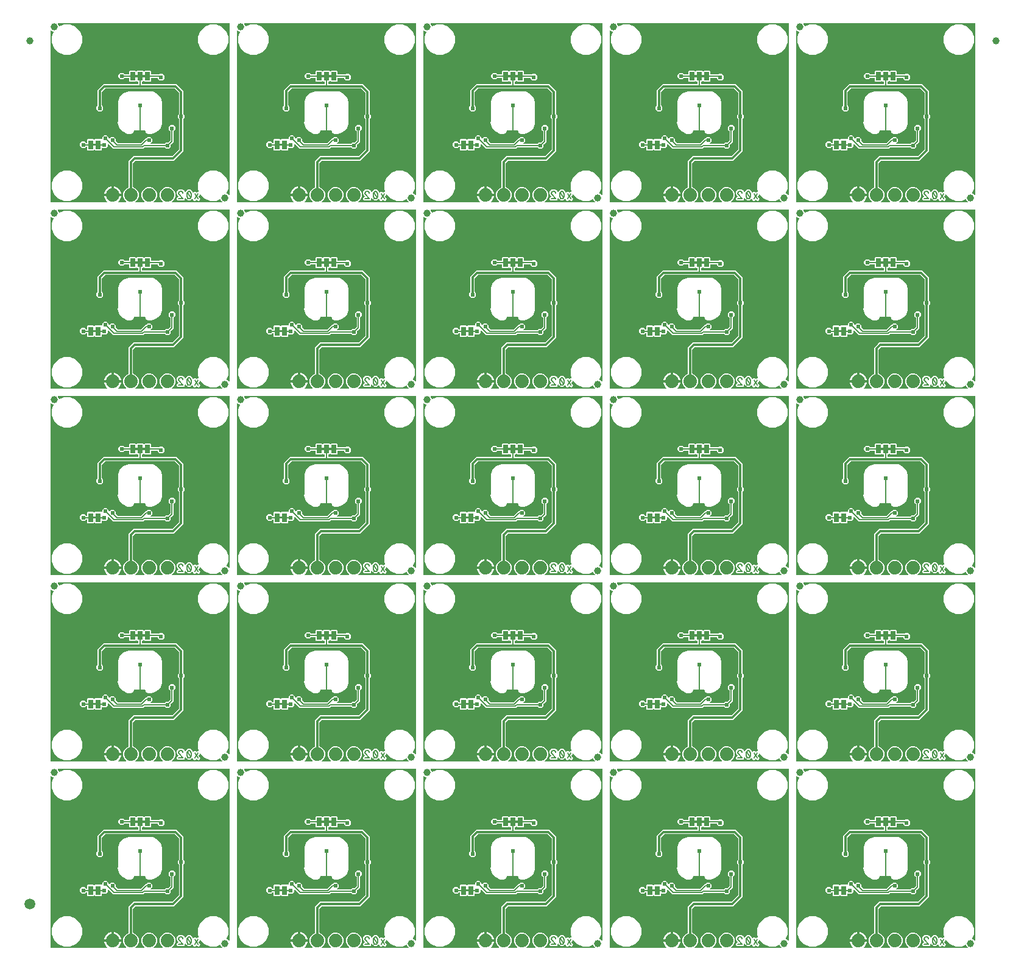
<source format=gbl>
G04 EAGLE Gerber RS-274X export*
G75*
%MOMM*%
%FSLAX34Y34*%
%LPD*%
%INBottom Copper*%
%IPPOS*%
%AMOC8*
5,1,8,0,0,1.08239X$1,22.5*%
G01*
%ADD10C,0.203200*%
%ADD11C,1.879600*%
%ADD12C,1.000000*%
%ADD13R,0.660400X1.270000*%
%ADD14C,1.500000*%
%ADD15C,0.609600*%
%ADD16C,0.304800*%
%ADD17C,0.152400*%

G36*
X1116728Y1038872D02*
X1116728Y1038872D01*
X1116800Y1038874D01*
X1116849Y1038892D01*
X1116900Y1038900D01*
X1116964Y1038934D01*
X1117031Y1038959D01*
X1117072Y1038991D01*
X1117118Y1039016D01*
X1117167Y1039068D01*
X1117223Y1039112D01*
X1117251Y1039156D01*
X1117287Y1039194D01*
X1117317Y1039259D01*
X1117356Y1039319D01*
X1117369Y1039370D01*
X1117391Y1039417D01*
X1117399Y1039488D01*
X1117416Y1039558D01*
X1117412Y1039610D01*
X1117418Y1039661D01*
X1117403Y1039732D01*
X1117397Y1039803D01*
X1117377Y1039851D01*
X1117366Y1039902D01*
X1117329Y1039963D01*
X1117301Y1040029D01*
X1117256Y1040085D01*
X1117239Y1040113D01*
X1117222Y1040128D01*
X1117196Y1040160D01*
X1116114Y1041242D01*
X1115009Y1042763D01*
X1114156Y1044437D01*
X1113575Y1046224D01*
X1113374Y1047497D01*
X1124458Y1047497D01*
X1124478Y1047500D01*
X1124497Y1047498D01*
X1124599Y1047520D01*
X1124701Y1047537D01*
X1124718Y1047546D01*
X1124738Y1047550D01*
X1124827Y1047603D01*
X1124918Y1047652D01*
X1124932Y1047666D01*
X1124949Y1047676D01*
X1125016Y1047755D01*
X1125087Y1047830D01*
X1125096Y1047848D01*
X1125109Y1047863D01*
X1125147Y1047959D01*
X1125191Y1048053D01*
X1125193Y1048073D01*
X1125201Y1048091D01*
X1125219Y1048258D01*
X1125219Y1049021D01*
X1125221Y1049021D01*
X1125221Y1048258D01*
X1125224Y1048238D01*
X1125222Y1048219D01*
X1125244Y1048117D01*
X1125261Y1048015D01*
X1125270Y1047998D01*
X1125274Y1047978D01*
X1125327Y1047889D01*
X1125376Y1047798D01*
X1125390Y1047784D01*
X1125400Y1047767D01*
X1125479Y1047700D01*
X1125554Y1047629D01*
X1125572Y1047620D01*
X1125587Y1047607D01*
X1125683Y1047568D01*
X1125777Y1047525D01*
X1125797Y1047523D01*
X1125815Y1047515D01*
X1125982Y1047497D01*
X1137066Y1047497D01*
X1136865Y1046224D01*
X1136284Y1044437D01*
X1135431Y1042763D01*
X1134326Y1041242D01*
X1133244Y1040160D01*
X1133202Y1040102D01*
X1133153Y1040050D01*
X1133131Y1040003D01*
X1133101Y1039961D01*
X1133080Y1039892D01*
X1133049Y1039827D01*
X1133044Y1039775D01*
X1133028Y1039725D01*
X1133030Y1039654D01*
X1133022Y1039583D01*
X1133033Y1039532D01*
X1133035Y1039480D01*
X1133059Y1039412D01*
X1133074Y1039342D01*
X1133101Y1039297D01*
X1133119Y1039249D01*
X1133164Y1039193D01*
X1133201Y1039131D01*
X1133240Y1039097D01*
X1133273Y1039057D01*
X1133333Y1039018D01*
X1133388Y1038971D01*
X1133436Y1038952D01*
X1133480Y1038924D01*
X1133549Y1038906D01*
X1133616Y1038879D01*
X1133687Y1038871D01*
X1133718Y1038863D01*
X1133742Y1038865D01*
X1133782Y1038861D01*
X1143494Y1038861D01*
X1143565Y1038872D01*
X1143637Y1038874D01*
X1143686Y1038892D01*
X1143737Y1038900D01*
X1143800Y1038934D01*
X1143868Y1038959D01*
X1143908Y1038991D01*
X1143955Y1039016D01*
X1144004Y1039068D01*
X1144060Y1039112D01*
X1144088Y1039156D01*
X1144124Y1039194D01*
X1144154Y1039259D01*
X1144193Y1039319D01*
X1144206Y1039370D01*
X1144228Y1039417D01*
X1144235Y1039488D01*
X1144253Y1039558D01*
X1144249Y1039610D01*
X1144255Y1039661D01*
X1144239Y1039732D01*
X1144234Y1039803D01*
X1144213Y1039851D01*
X1144202Y1039902D01*
X1144166Y1039963D01*
X1144137Y1040029D01*
X1144093Y1040085D01*
X1144076Y1040113D01*
X1144058Y1040128D01*
X1144033Y1040160D01*
X1141360Y1042833D01*
X1139697Y1046847D01*
X1139697Y1051193D01*
X1141360Y1055207D01*
X1144433Y1058280D01*
X1147101Y1059385D01*
X1147201Y1059447D01*
X1147301Y1059507D01*
X1147305Y1059511D01*
X1147310Y1059515D01*
X1147385Y1059605D01*
X1147461Y1059694D01*
X1147463Y1059699D01*
X1147467Y1059704D01*
X1147509Y1059813D01*
X1147553Y1059922D01*
X1147554Y1059929D01*
X1147555Y1059934D01*
X1147556Y1059952D01*
X1147571Y1060088D01*
X1147571Y1096003D01*
X1154437Y1102869D01*
X1207462Y1102869D01*
X1207552Y1102883D01*
X1207643Y1102891D01*
X1207673Y1102903D01*
X1207705Y1102908D01*
X1207785Y1102951D01*
X1207869Y1102987D01*
X1207901Y1103013D01*
X1207922Y1103024D01*
X1207944Y1103047D01*
X1208000Y1103092D01*
X1217198Y1112290D01*
X1217251Y1112364D01*
X1217311Y1112433D01*
X1217323Y1112463D01*
X1217342Y1112490D01*
X1217369Y1112577D01*
X1217403Y1112661D01*
X1217407Y1112702D01*
X1217414Y1112725D01*
X1217413Y1112757D01*
X1217421Y1112828D01*
X1217421Y1154507D01*
X1217407Y1154597D01*
X1217399Y1154688D01*
X1217387Y1154717D01*
X1217382Y1154749D01*
X1217339Y1154830D01*
X1217303Y1154914D01*
X1217277Y1154946D01*
X1217266Y1154967D01*
X1217243Y1154989D01*
X1217198Y1155045D01*
X1215897Y1156346D01*
X1215897Y1160134D01*
X1217198Y1161435D01*
X1217251Y1161509D01*
X1217311Y1161579D01*
X1217323Y1161609D01*
X1217342Y1161635D01*
X1217369Y1161722D01*
X1217403Y1161807D01*
X1217407Y1161848D01*
X1217414Y1161870D01*
X1217413Y1161902D01*
X1217421Y1161973D01*
X1217421Y1190952D01*
X1217407Y1191042D01*
X1217399Y1191133D01*
X1217387Y1191163D01*
X1217382Y1191195D01*
X1217339Y1191275D01*
X1217303Y1191359D01*
X1217277Y1191391D01*
X1217266Y1191412D01*
X1217243Y1191434D01*
X1217198Y1191490D01*
X1211810Y1196878D01*
X1211736Y1196931D01*
X1211667Y1196991D01*
X1211637Y1197003D01*
X1211610Y1197022D01*
X1211523Y1197049D01*
X1211439Y1197083D01*
X1211398Y1197087D01*
X1211375Y1197094D01*
X1211343Y1197093D01*
X1211272Y1197101D01*
X1115368Y1197101D01*
X1115278Y1197087D01*
X1115187Y1197079D01*
X1115157Y1197067D01*
X1115125Y1197062D01*
X1115045Y1197019D01*
X1114961Y1196983D01*
X1114929Y1196957D01*
X1114908Y1196946D01*
X1114886Y1196923D01*
X1114830Y1196878D01*
X1110712Y1192760D01*
X1110659Y1192686D01*
X1110599Y1192617D01*
X1110587Y1192587D01*
X1110568Y1192560D01*
X1110541Y1192473D01*
X1110507Y1192389D01*
X1110503Y1192348D01*
X1110496Y1192325D01*
X1110497Y1192293D01*
X1110489Y1192222D01*
X1110489Y1173403D01*
X1110503Y1173313D01*
X1110511Y1173222D01*
X1110523Y1173193D01*
X1110528Y1173161D01*
X1110571Y1173080D01*
X1110607Y1172996D01*
X1110633Y1172964D01*
X1110644Y1172943D01*
X1110667Y1172921D01*
X1110712Y1172865D01*
X1112013Y1171564D01*
X1112013Y1167776D01*
X1109334Y1165097D01*
X1105546Y1165097D01*
X1102867Y1167776D01*
X1102867Y1171564D01*
X1104168Y1172865D01*
X1104221Y1172939D01*
X1104281Y1173009D01*
X1104293Y1173039D01*
X1104312Y1173065D01*
X1104339Y1173152D01*
X1104373Y1173237D01*
X1104377Y1173278D01*
X1104384Y1173300D01*
X1104383Y1173332D01*
X1104391Y1173403D01*
X1104391Y1195063D01*
X1112527Y1203199D01*
X1160272Y1203199D01*
X1160292Y1203202D01*
X1160311Y1203200D01*
X1160413Y1203222D01*
X1160515Y1203238D01*
X1160532Y1203248D01*
X1160552Y1203252D01*
X1160641Y1203305D01*
X1160732Y1203354D01*
X1160746Y1203368D01*
X1160763Y1203378D01*
X1160830Y1203457D01*
X1160902Y1203532D01*
X1160910Y1203550D01*
X1160923Y1203565D01*
X1160962Y1203661D01*
X1161005Y1203755D01*
X1161007Y1203775D01*
X1161015Y1203793D01*
X1161033Y1203960D01*
X1161033Y1205484D01*
X1161030Y1205504D01*
X1161032Y1205523D01*
X1161010Y1205625D01*
X1160994Y1205727D01*
X1160984Y1205744D01*
X1160980Y1205764D01*
X1160927Y1205853D01*
X1160878Y1205944D01*
X1160864Y1205958D01*
X1160854Y1205975D01*
X1160775Y1206042D01*
X1160700Y1206114D01*
X1160682Y1206122D01*
X1160667Y1206135D01*
X1160571Y1206174D01*
X1160477Y1206217D01*
X1160457Y1206219D01*
X1160439Y1206227D01*
X1160272Y1206245D01*
X1159386Y1206245D01*
X1158651Y1206980D01*
X1158635Y1206992D01*
X1158623Y1207008D01*
X1158535Y1207064D01*
X1158452Y1207124D01*
X1158433Y1207130D01*
X1158416Y1207141D01*
X1158315Y1207166D01*
X1158216Y1207196D01*
X1158197Y1207196D01*
X1158177Y1207201D01*
X1158074Y1207193D01*
X1157971Y1207190D01*
X1157952Y1207183D01*
X1157932Y1207182D01*
X1157837Y1207141D01*
X1157740Y1207106D01*
X1157724Y1207093D01*
X1157706Y1207085D01*
X1157575Y1206980D01*
X1156840Y1206245D01*
X1148972Y1206245D01*
X1148079Y1207138D01*
X1148079Y1211072D01*
X1148076Y1211092D01*
X1148078Y1211111D01*
X1148056Y1211213D01*
X1148040Y1211315D01*
X1148030Y1211332D01*
X1148026Y1211352D01*
X1147973Y1211441D01*
X1147924Y1211532D01*
X1147910Y1211546D01*
X1147900Y1211563D01*
X1147821Y1211630D01*
X1147746Y1211702D01*
X1147728Y1211710D01*
X1147713Y1211723D01*
X1147617Y1211762D01*
X1147523Y1211805D01*
X1147503Y1211807D01*
X1147485Y1211815D01*
X1147318Y1211833D01*
X1142415Y1211833D01*
X1142325Y1211819D01*
X1142234Y1211811D01*
X1142205Y1211799D01*
X1142173Y1211794D01*
X1142092Y1211751D01*
X1142008Y1211715D01*
X1141976Y1211689D01*
X1141955Y1211678D01*
X1141933Y1211655D01*
X1141877Y1211610D01*
X1139814Y1209547D01*
X1136026Y1209547D01*
X1133347Y1212226D01*
X1133347Y1216014D01*
X1136026Y1218693D01*
X1139814Y1218693D01*
X1141877Y1216630D01*
X1141951Y1216577D01*
X1142021Y1216517D01*
X1142051Y1216505D01*
X1142077Y1216486D01*
X1142164Y1216459D01*
X1142249Y1216425D01*
X1142290Y1216421D01*
X1142312Y1216414D01*
X1142344Y1216415D01*
X1142415Y1216407D01*
X1147318Y1216407D01*
X1147338Y1216410D01*
X1147357Y1216408D01*
X1147459Y1216430D01*
X1147561Y1216446D01*
X1147578Y1216456D01*
X1147598Y1216460D01*
X1147687Y1216513D01*
X1147778Y1216562D01*
X1147792Y1216576D01*
X1147809Y1216586D01*
X1147876Y1216665D01*
X1147948Y1216740D01*
X1147956Y1216758D01*
X1147969Y1216773D01*
X1148008Y1216869D01*
X1148051Y1216963D01*
X1148053Y1216983D01*
X1148061Y1217001D01*
X1148079Y1217168D01*
X1148079Y1221102D01*
X1148972Y1221995D01*
X1156840Y1221995D01*
X1157575Y1221260D01*
X1157591Y1221248D01*
X1157603Y1221232D01*
X1157691Y1221176D01*
X1157774Y1221116D01*
X1157793Y1221110D01*
X1157810Y1221099D01*
X1157911Y1221074D01*
X1158010Y1221044D01*
X1158029Y1221044D01*
X1158049Y1221039D01*
X1158152Y1221047D01*
X1158255Y1221050D01*
X1158274Y1221057D01*
X1158294Y1221058D01*
X1158389Y1221099D01*
X1158486Y1221134D01*
X1158502Y1221147D01*
X1158520Y1221155D01*
X1158651Y1221260D01*
X1159386Y1221995D01*
X1167254Y1221995D01*
X1167989Y1221260D01*
X1168005Y1221248D01*
X1168017Y1221232D01*
X1168105Y1221176D01*
X1168188Y1221116D01*
X1168207Y1221110D01*
X1168224Y1221099D01*
X1168325Y1221074D01*
X1168424Y1221044D01*
X1168443Y1221044D01*
X1168463Y1221039D01*
X1168566Y1221047D01*
X1168669Y1221050D01*
X1168688Y1221057D01*
X1168708Y1221058D01*
X1168803Y1221099D01*
X1168900Y1221134D01*
X1168916Y1221147D01*
X1168934Y1221155D01*
X1169065Y1221260D01*
X1169800Y1221995D01*
X1177668Y1221995D01*
X1178561Y1221102D01*
X1178561Y1217168D01*
X1178564Y1217148D01*
X1178562Y1217129D01*
X1178584Y1217027D01*
X1178600Y1216925D01*
X1178610Y1216908D01*
X1178614Y1216888D01*
X1178667Y1216799D01*
X1178716Y1216708D01*
X1178730Y1216694D01*
X1178740Y1216677D01*
X1178819Y1216610D01*
X1178894Y1216538D01*
X1178912Y1216530D01*
X1178927Y1216517D01*
X1179023Y1216478D01*
X1179117Y1216435D01*
X1179137Y1216433D01*
X1179155Y1216425D01*
X1179322Y1216407D01*
X1189305Y1216407D01*
X1189395Y1216421D01*
X1189486Y1216429D01*
X1189515Y1216441D01*
X1189547Y1216446D01*
X1189628Y1216489D01*
X1189712Y1216525D01*
X1189744Y1216551D01*
X1189765Y1216562D01*
X1189787Y1216585D01*
X1189843Y1216630D01*
X1190636Y1217423D01*
X1194424Y1217423D01*
X1197103Y1214744D01*
X1197103Y1210956D01*
X1194424Y1208277D01*
X1190636Y1208277D01*
X1187957Y1210956D01*
X1187957Y1211072D01*
X1187954Y1211092D01*
X1187956Y1211111D01*
X1187934Y1211213D01*
X1187918Y1211315D01*
X1187908Y1211332D01*
X1187904Y1211352D01*
X1187851Y1211441D01*
X1187802Y1211532D01*
X1187788Y1211546D01*
X1187778Y1211563D01*
X1187699Y1211630D01*
X1187624Y1211702D01*
X1187606Y1211710D01*
X1187591Y1211723D01*
X1187495Y1211762D01*
X1187401Y1211805D01*
X1187381Y1211807D01*
X1187363Y1211815D01*
X1187196Y1211833D01*
X1179322Y1211833D01*
X1179302Y1211830D01*
X1179283Y1211832D01*
X1179181Y1211810D01*
X1179079Y1211794D01*
X1179062Y1211784D01*
X1179042Y1211780D01*
X1178953Y1211727D01*
X1178862Y1211678D01*
X1178848Y1211664D01*
X1178831Y1211654D01*
X1178764Y1211575D01*
X1178692Y1211500D01*
X1178684Y1211482D01*
X1178671Y1211467D01*
X1178632Y1211371D01*
X1178589Y1211277D01*
X1178587Y1211257D01*
X1178579Y1211239D01*
X1178561Y1211072D01*
X1178561Y1207138D01*
X1177668Y1206245D01*
X1169800Y1206245D01*
X1169065Y1206980D01*
X1169049Y1206992D01*
X1169037Y1207008D01*
X1168949Y1207064D01*
X1168866Y1207124D01*
X1168847Y1207130D01*
X1168830Y1207141D01*
X1168729Y1207166D01*
X1168630Y1207196D01*
X1168611Y1207196D01*
X1168591Y1207201D01*
X1168488Y1207193D01*
X1168385Y1207190D01*
X1168366Y1207183D01*
X1168346Y1207182D01*
X1168251Y1207141D01*
X1168154Y1207106D01*
X1168138Y1207093D01*
X1168120Y1207085D01*
X1167989Y1206980D01*
X1167254Y1206245D01*
X1166368Y1206245D01*
X1166348Y1206242D01*
X1166329Y1206244D01*
X1166227Y1206222D01*
X1166125Y1206206D01*
X1166108Y1206196D01*
X1166088Y1206192D01*
X1165999Y1206139D01*
X1165908Y1206090D01*
X1165894Y1206076D01*
X1165877Y1206066D01*
X1165810Y1205987D01*
X1165738Y1205912D01*
X1165730Y1205894D01*
X1165717Y1205879D01*
X1165678Y1205783D01*
X1165635Y1205689D01*
X1165633Y1205669D01*
X1165625Y1205651D01*
X1165607Y1205484D01*
X1165607Y1203960D01*
X1165610Y1203940D01*
X1165608Y1203921D01*
X1165630Y1203819D01*
X1165646Y1203717D01*
X1165656Y1203700D01*
X1165660Y1203680D01*
X1165713Y1203591D01*
X1165762Y1203500D01*
X1165776Y1203486D01*
X1165786Y1203469D01*
X1165865Y1203402D01*
X1165940Y1203330D01*
X1165958Y1203322D01*
X1165973Y1203309D01*
X1166069Y1203270D01*
X1166163Y1203227D01*
X1166183Y1203225D01*
X1166201Y1203217D01*
X1166368Y1203199D01*
X1214113Y1203199D01*
X1221510Y1195802D01*
X1223519Y1193793D01*
X1223519Y1161973D01*
X1223533Y1161883D01*
X1223541Y1161792D01*
X1223553Y1161763D01*
X1223558Y1161731D01*
X1223601Y1161650D01*
X1223637Y1161566D01*
X1223663Y1161534D01*
X1223674Y1161513D01*
X1223697Y1161491D01*
X1223742Y1161435D01*
X1225043Y1160134D01*
X1225043Y1156346D01*
X1223742Y1155045D01*
X1223689Y1154971D01*
X1223629Y1154901D01*
X1223617Y1154871D01*
X1223598Y1154845D01*
X1223571Y1154758D01*
X1223537Y1154673D01*
X1223533Y1154632D01*
X1223526Y1154610D01*
X1223527Y1154578D01*
X1223519Y1154507D01*
X1223519Y1109987D01*
X1210303Y1096771D01*
X1157278Y1096771D01*
X1157188Y1096757D01*
X1157097Y1096749D01*
X1157067Y1096737D01*
X1157035Y1096732D01*
X1156955Y1096689D01*
X1156871Y1096653D01*
X1156839Y1096627D01*
X1156818Y1096616D01*
X1156796Y1096593D01*
X1156740Y1096548D01*
X1153892Y1093700D01*
X1153839Y1093626D01*
X1153779Y1093557D01*
X1153767Y1093527D01*
X1153748Y1093500D01*
X1153721Y1093413D01*
X1153687Y1093329D01*
X1153683Y1093288D01*
X1153676Y1093265D01*
X1153677Y1093233D01*
X1153669Y1093162D01*
X1153669Y1060088D01*
X1153688Y1059974D01*
X1153705Y1059858D01*
X1153707Y1059852D01*
X1153708Y1059846D01*
X1153763Y1059743D01*
X1153816Y1059638D01*
X1153821Y1059634D01*
X1153824Y1059628D01*
X1153908Y1059549D01*
X1153992Y1059466D01*
X1153998Y1059462D01*
X1154002Y1059459D01*
X1154019Y1059451D01*
X1154139Y1059385D01*
X1156807Y1058280D01*
X1159880Y1055207D01*
X1161543Y1051193D01*
X1161543Y1046847D01*
X1159880Y1042833D01*
X1157207Y1040160D01*
X1157165Y1040102D01*
X1157116Y1040050D01*
X1157094Y1040003D01*
X1157064Y1039961D01*
X1157043Y1039892D01*
X1157012Y1039827D01*
X1157007Y1039775D01*
X1156991Y1039725D01*
X1156993Y1039654D01*
X1156985Y1039583D01*
X1156996Y1039532D01*
X1156998Y1039480D01*
X1157022Y1039412D01*
X1157038Y1039342D01*
X1157064Y1039297D01*
X1157082Y1039249D01*
X1157127Y1039193D01*
X1157164Y1039131D01*
X1157203Y1039097D01*
X1157236Y1039057D01*
X1157296Y1039018D01*
X1157351Y1038971D01*
X1157399Y1038952D01*
X1157443Y1038924D01*
X1157512Y1038906D01*
X1157579Y1038879D01*
X1157650Y1038871D01*
X1157681Y1038863D01*
X1157705Y1038865D01*
X1157746Y1038861D01*
X1168894Y1038861D01*
X1168965Y1038872D01*
X1169037Y1038874D01*
X1169086Y1038892D01*
X1169137Y1038900D01*
X1169200Y1038934D01*
X1169268Y1038959D01*
X1169308Y1038991D01*
X1169355Y1039016D01*
X1169404Y1039068D01*
X1169460Y1039112D01*
X1169488Y1039156D01*
X1169524Y1039194D01*
X1169554Y1039259D01*
X1169593Y1039319D01*
X1169606Y1039370D01*
X1169628Y1039417D01*
X1169635Y1039488D01*
X1169653Y1039558D01*
X1169649Y1039610D01*
X1169655Y1039661D01*
X1169639Y1039732D01*
X1169634Y1039803D01*
X1169613Y1039851D01*
X1169602Y1039902D01*
X1169566Y1039963D01*
X1169537Y1040029D01*
X1169493Y1040085D01*
X1169476Y1040113D01*
X1169458Y1040128D01*
X1169433Y1040160D01*
X1166760Y1042833D01*
X1165097Y1046847D01*
X1165097Y1051193D01*
X1166760Y1055207D01*
X1169833Y1058280D01*
X1173847Y1059943D01*
X1178193Y1059943D01*
X1182207Y1058280D01*
X1185280Y1055207D01*
X1186943Y1051193D01*
X1186943Y1046847D01*
X1185280Y1042833D01*
X1182607Y1040160D01*
X1182565Y1040102D01*
X1182516Y1040050D01*
X1182494Y1040003D01*
X1182464Y1039961D01*
X1182443Y1039892D01*
X1182412Y1039827D01*
X1182407Y1039775D01*
X1182391Y1039725D01*
X1182393Y1039654D01*
X1182385Y1039583D01*
X1182396Y1039532D01*
X1182398Y1039480D01*
X1182422Y1039412D01*
X1182438Y1039342D01*
X1182464Y1039297D01*
X1182482Y1039249D01*
X1182527Y1039193D01*
X1182564Y1039131D01*
X1182603Y1039097D01*
X1182636Y1039057D01*
X1182696Y1039018D01*
X1182751Y1038971D01*
X1182799Y1038952D01*
X1182843Y1038924D01*
X1182912Y1038906D01*
X1182979Y1038879D01*
X1183050Y1038871D01*
X1183081Y1038863D01*
X1183105Y1038865D01*
X1183146Y1038861D01*
X1194294Y1038861D01*
X1194365Y1038872D01*
X1194437Y1038874D01*
X1194486Y1038892D01*
X1194537Y1038900D01*
X1194600Y1038934D01*
X1194668Y1038959D01*
X1194708Y1038991D01*
X1194755Y1039016D01*
X1194804Y1039068D01*
X1194860Y1039112D01*
X1194888Y1039156D01*
X1194924Y1039194D01*
X1194954Y1039259D01*
X1194993Y1039319D01*
X1195006Y1039370D01*
X1195028Y1039417D01*
X1195035Y1039488D01*
X1195053Y1039558D01*
X1195049Y1039610D01*
X1195055Y1039661D01*
X1195039Y1039732D01*
X1195034Y1039803D01*
X1195013Y1039851D01*
X1195002Y1039902D01*
X1194966Y1039963D01*
X1194937Y1040029D01*
X1194893Y1040085D01*
X1194876Y1040113D01*
X1194858Y1040128D01*
X1194833Y1040160D01*
X1192160Y1042833D01*
X1190497Y1046847D01*
X1190497Y1051193D01*
X1192160Y1055207D01*
X1195233Y1058280D01*
X1199247Y1059943D01*
X1203593Y1059943D01*
X1207607Y1058280D01*
X1210680Y1055207D01*
X1212343Y1051193D01*
X1212343Y1046847D01*
X1210680Y1042833D01*
X1208007Y1040160D01*
X1207965Y1040102D01*
X1207916Y1040050D01*
X1207894Y1040003D01*
X1207864Y1039961D01*
X1207843Y1039892D01*
X1207812Y1039827D01*
X1207807Y1039775D01*
X1207791Y1039725D01*
X1207793Y1039654D01*
X1207785Y1039583D01*
X1207796Y1039532D01*
X1207798Y1039480D01*
X1207822Y1039412D01*
X1207838Y1039342D01*
X1207864Y1039297D01*
X1207882Y1039249D01*
X1207927Y1039193D01*
X1207964Y1039131D01*
X1208003Y1039097D01*
X1208036Y1039057D01*
X1208096Y1039018D01*
X1208151Y1038971D01*
X1208199Y1038952D01*
X1208243Y1038924D01*
X1208312Y1038906D01*
X1208379Y1038879D01*
X1208450Y1038871D01*
X1208481Y1038863D01*
X1208505Y1038865D01*
X1208546Y1038861D01*
X1276714Y1038861D01*
X1276785Y1038872D01*
X1276857Y1038874D01*
X1276906Y1038892D01*
X1276957Y1038900D01*
X1277020Y1038934D01*
X1277088Y1038959D01*
X1277128Y1038991D01*
X1277174Y1039016D01*
X1277224Y1039068D01*
X1277280Y1039112D01*
X1277308Y1039156D01*
X1277344Y1039194D01*
X1277374Y1039259D01*
X1277413Y1039319D01*
X1277425Y1039370D01*
X1277447Y1039417D01*
X1277455Y1039488D01*
X1277473Y1039558D01*
X1277469Y1039610D01*
X1277474Y1039661D01*
X1277459Y1039732D01*
X1277454Y1039803D01*
X1277433Y1039851D01*
X1277422Y1039902D01*
X1277385Y1039963D01*
X1277357Y1040029D01*
X1277312Y1040085D01*
X1277296Y1040113D01*
X1277278Y1040128D01*
X1277252Y1040160D01*
X1275899Y1041514D01*
X1275506Y1042461D01*
X1275496Y1042478D01*
X1275490Y1042497D01*
X1275431Y1042582D01*
X1275377Y1042670D01*
X1275361Y1042683D01*
X1275350Y1042699D01*
X1275267Y1042761D01*
X1275187Y1042827D01*
X1275169Y1042834D01*
X1275153Y1042846D01*
X1275054Y1042878D01*
X1274958Y1042915D01*
X1274938Y1042916D01*
X1274919Y1042922D01*
X1274815Y1042921D01*
X1274712Y1042926D01*
X1274693Y1042920D01*
X1274673Y1042920D01*
X1274512Y1042873D01*
X1269114Y1040637D01*
X1260726Y1040637D01*
X1252978Y1043847D01*
X1247393Y1049432D01*
X1247316Y1049487D01*
X1247243Y1049548D01*
X1247216Y1049559D01*
X1247193Y1049575D01*
X1247103Y1049603D01*
X1247014Y1049638D01*
X1246985Y1049639D01*
X1246958Y1049648D01*
X1246863Y1049645D01*
X1246769Y1049650D01*
X1246741Y1049642D01*
X1246712Y1049641D01*
X1246623Y1049609D01*
X1246532Y1049583D01*
X1246508Y1049567D01*
X1246481Y1049557D01*
X1246407Y1049498D01*
X1246329Y1049444D01*
X1246305Y1049417D01*
X1246289Y1049403D01*
X1246271Y1049376D01*
X1246221Y1049316D01*
X1245120Y1047664D01*
X1245072Y1047559D01*
X1245022Y1047454D01*
X1245021Y1047447D01*
X1245018Y1047440D01*
X1245007Y1047325D01*
X1244993Y1047210D01*
X1244994Y1047203D01*
X1244993Y1047196D01*
X1245019Y1047082D01*
X1245043Y1046969D01*
X1245047Y1046961D01*
X1245048Y1046956D01*
X1245058Y1046939D01*
X1245120Y1046820D01*
X1246853Y1044220D01*
X1246440Y1042156D01*
X1244689Y1040988D01*
X1242625Y1041401D01*
X1242418Y1041711D01*
X1242386Y1041746D01*
X1242362Y1041786D01*
X1242303Y1041835D01*
X1242251Y1041891D01*
X1242209Y1041914D01*
X1242174Y1041944D01*
X1242102Y1041972D01*
X1242034Y1042008D01*
X1241988Y1042016D01*
X1241945Y1042034D01*
X1241868Y1042037D01*
X1241792Y1042050D01*
X1241746Y1042043D01*
X1241699Y1042046D01*
X1241625Y1042025D01*
X1241549Y1042013D01*
X1241507Y1041991D01*
X1241462Y1041979D01*
X1241399Y1041935D01*
X1241330Y1041900D01*
X1241298Y1041866D01*
X1241259Y1041840D01*
X1241173Y1041738D01*
X1241159Y1041723D01*
X1241157Y1041718D01*
X1241151Y1041711D01*
X1240944Y1041401D01*
X1238880Y1040988D01*
X1237129Y1042156D01*
X1236980Y1042899D01*
X1236964Y1042943D01*
X1236957Y1042989D01*
X1236921Y1043057D01*
X1236894Y1043130D01*
X1236865Y1043166D01*
X1236843Y1043207D01*
X1236787Y1043260D01*
X1236738Y1043320D01*
X1236699Y1043345D01*
X1236666Y1043377D01*
X1236596Y1043410D01*
X1236530Y1043451D01*
X1236485Y1043462D01*
X1236443Y1043482D01*
X1236366Y1043491D01*
X1236291Y1043509D01*
X1236245Y1043505D01*
X1236199Y1043511D01*
X1236123Y1043495D01*
X1236046Y1043488D01*
X1236004Y1043469D01*
X1235958Y1043460D01*
X1235892Y1043420D01*
X1235821Y1043389D01*
X1235786Y1043358D01*
X1235746Y1043335D01*
X1235696Y1043276D01*
X1235638Y1043224D01*
X1235616Y1043184D01*
X1235585Y1043149D01*
X1235528Y1043027D01*
X1235518Y1043010D01*
X1235517Y1043004D01*
X1235514Y1042997D01*
X1235484Y1042909D01*
X1233015Y1041145D01*
X1229981Y1041145D01*
X1227512Y1042909D01*
X1227086Y1044151D01*
X1227072Y1044178D01*
X1227051Y1044237D01*
X1227047Y1044245D01*
X1227021Y1044281D01*
X1227004Y1044321D01*
X1226981Y1044347D01*
X1226970Y1044368D01*
X1226941Y1044395D01*
X1226905Y1044445D01*
X1226869Y1044472D01*
X1226840Y1044505D01*
X1226800Y1044527D01*
X1226791Y1044536D01*
X1226766Y1044547D01*
X1226707Y1044591D01*
X1226664Y1044604D01*
X1226626Y1044626D01*
X1226570Y1044637D01*
X1226567Y1044638D01*
X1226556Y1044639D01*
X1226548Y1044641D01*
X1226472Y1044665D01*
X1226428Y1044664D01*
X1226384Y1044673D01*
X1226306Y1044662D01*
X1226226Y1044661D01*
X1226184Y1044646D01*
X1226141Y1044640D01*
X1226070Y1044605D01*
X1225995Y1044578D01*
X1225960Y1044551D01*
X1225920Y1044531D01*
X1225864Y1044475D01*
X1225801Y1044426D01*
X1225777Y1044389D01*
X1225745Y1044358D01*
X1225716Y1044298D01*
X1225713Y1044295D01*
X1225709Y1044286D01*
X1225666Y1044220D01*
X1225655Y1044178D01*
X1225635Y1044138D01*
X1225608Y1043997D01*
X1225604Y1043982D01*
X1225605Y1043979D01*
X1225604Y1043973D01*
X1225574Y1043614D01*
X1225576Y1043592D01*
X1225572Y1043553D01*
X1225572Y1042589D01*
X1225542Y1042548D01*
X1225525Y1042490D01*
X1225508Y1042457D01*
X1224779Y1041837D01*
X1224764Y1041820D01*
X1224733Y1041795D01*
X1224052Y1041114D01*
X1224002Y1041106D01*
X1223949Y1041077D01*
X1223913Y1041065D01*
X1222959Y1041143D01*
X1222938Y1041141D01*
X1222907Y1041144D01*
X1222905Y1041144D01*
X1222898Y1041145D01*
X1216052Y1041145D01*
X1214564Y1042634D01*
X1214564Y1044738D01*
X1216084Y1046258D01*
X1216134Y1046266D01*
X1216170Y1046286D01*
X1216210Y1046297D01*
X1216278Y1046343D01*
X1216351Y1046382D01*
X1216379Y1046411D01*
X1216413Y1046434D01*
X1216464Y1046500D01*
X1216520Y1046560D01*
X1216538Y1046597D01*
X1216563Y1046630D01*
X1216589Y1046708D01*
X1216624Y1046783D01*
X1216629Y1046824D01*
X1216642Y1046863D01*
X1216642Y1046945D01*
X1216651Y1047027D01*
X1216642Y1047068D01*
X1216643Y1047109D01*
X1216616Y1047187D01*
X1216599Y1047268D01*
X1216578Y1047303D01*
X1216565Y1047342D01*
X1216475Y1047474D01*
X1216473Y1047479D01*
X1216472Y1047480D01*
X1216471Y1047481D01*
X1216170Y1047835D01*
X1216149Y1047853D01*
X1216115Y1047893D01*
X1215438Y1048538D01*
X1215346Y1048752D01*
X1215330Y1048777D01*
X1215320Y1048806D01*
X1215311Y1048820D01*
X1215296Y1048869D01*
X1214579Y1050543D01*
X1214564Y1050566D01*
X1214564Y1053844D01*
X1217614Y1056895D01*
X1218404Y1056895D01*
X1219772Y1056895D01*
X1221139Y1056895D01*
X1221712Y1056895D01*
X1224851Y1054612D01*
X1225259Y1053352D01*
X1225298Y1053275D01*
X1225329Y1053196D01*
X1225354Y1053167D01*
X1225371Y1053133D01*
X1225433Y1053073D01*
X1225488Y1053008D01*
X1225520Y1052988D01*
X1225548Y1052961D01*
X1225625Y1052924D01*
X1225698Y1052880D01*
X1225735Y1052872D01*
X1225770Y1052855D01*
X1225855Y1052845D01*
X1225938Y1052826D01*
X1225976Y1052830D01*
X1226014Y1052825D01*
X1226098Y1052843D01*
X1226183Y1052852D01*
X1226217Y1052867D01*
X1226255Y1052875D01*
X1226329Y1052918D01*
X1226407Y1052954D01*
X1226434Y1052980D01*
X1226467Y1052999D01*
X1226524Y1053063D01*
X1226586Y1053122D01*
X1226604Y1053155D01*
X1226629Y1053184D01*
X1226662Y1053263D01*
X1226664Y1053267D01*
X1226735Y1053324D01*
X1226792Y1053386D01*
X1226854Y1053443D01*
X1226882Y1053486D01*
X1226900Y1053506D01*
X1226912Y1053534D01*
X1226944Y1053584D01*
X1227050Y1053802D01*
X1227059Y1053832D01*
X1227086Y1053889D01*
X1227512Y1055131D01*
X1229981Y1056895D01*
X1233015Y1056895D01*
X1235484Y1055131D01*
X1235909Y1053889D01*
X1235924Y1053862D01*
X1235945Y1053803D01*
X1236396Y1052877D01*
X1236437Y1052819D01*
X1236470Y1052756D01*
X1236508Y1052720D01*
X1236538Y1052676D01*
X1236596Y1052635D01*
X1236647Y1052585D01*
X1236694Y1052563D01*
X1236737Y1052531D01*
X1236805Y1052510D01*
X1236869Y1052480D01*
X1236921Y1052473D01*
X1236972Y1052457D01*
X1237043Y1052459D01*
X1237113Y1052450D01*
X1237165Y1052461D01*
X1237218Y1052462D01*
X1237284Y1052486D01*
X1237354Y1052500D01*
X1237419Y1052534D01*
X1237449Y1052545D01*
X1237467Y1052559D01*
X1237503Y1052577D01*
X1238880Y1053496D01*
X1240944Y1053083D01*
X1241151Y1052773D01*
X1241183Y1052738D01*
X1241208Y1052698D01*
X1241267Y1052649D01*
X1241319Y1052593D01*
X1241360Y1052570D01*
X1241396Y1052540D01*
X1241468Y1052512D01*
X1241535Y1052476D01*
X1241581Y1052468D01*
X1241625Y1052450D01*
X1241702Y1052447D01*
X1241778Y1052434D01*
X1241824Y1052441D01*
X1241871Y1052438D01*
X1241945Y1052459D01*
X1242021Y1052471D01*
X1242062Y1052493D01*
X1242107Y1052505D01*
X1242171Y1052549D01*
X1242239Y1052584D01*
X1242272Y1052618D01*
X1242310Y1052644D01*
X1242396Y1052746D01*
X1242410Y1052761D01*
X1242413Y1052766D01*
X1242418Y1052773D01*
X1242625Y1053083D01*
X1244536Y1053465D01*
X1244624Y1053498D01*
X1244714Y1053524D01*
X1244738Y1053541D01*
X1244766Y1053552D01*
X1244839Y1053611D01*
X1244916Y1053665D01*
X1244934Y1053688D01*
X1244956Y1053707D01*
X1245006Y1053787D01*
X1245063Y1053862D01*
X1245072Y1053890D01*
X1245088Y1053915D01*
X1245110Y1054006D01*
X1245139Y1054096D01*
X1245138Y1054125D01*
X1245145Y1054154D01*
X1245137Y1054248D01*
X1245136Y1054342D01*
X1245126Y1054378D01*
X1245124Y1054399D01*
X1245111Y1054429D01*
X1245090Y1054503D01*
X1243837Y1057526D01*
X1243837Y1065914D01*
X1247047Y1073662D01*
X1252978Y1079593D01*
X1260726Y1082803D01*
X1269114Y1082803D01*
X1276862Y1079593D01*
X1282793Y1073662D01*
X1286003Y1065914D01*
X1286003Y1057526D01*
X1283767Y1052128D01*
X1283762Y1052109D01*
X1283753Y1052091D01*
X1283734Y1051989D01*
X1283711Y1051889D01*
X1283713Y1051869D01*
X1283709Y1051849D01*
X1283724Y1051747D01*
X1283734Y1051644D01*
X1283742Y1051626D01*
X1283745Y1051606D01*
X1283792Y1051514D01*
X1283834Y1051419D01*
X1283847Y1051405D01*
X1283856Y1051387D01*
X1283930Y1051314D01*
X1284000Y1051238D01*
X1284018Y1051228D01*
X1284032Y1051215D01*
X1284179Y1051134D01*
X1285126Y1050741D01*
X1286480Y1049388D01*
X1286538Y1049346D01*
X1286590Y1049296D01*
X1286637Y1049274D01*
X1286679Y1049244D01*
X1286748Y1049223D01*
X1286813Y1049193D01*
X1286865Y1049187D01*
X1286915Y1049172D01*
X1286986Y1049174D01*
X1287057Y1049166D01*
X1287108Y1049177D01*
X1287160Y1049178D01*
X1287228Y1049203D01*
X1287298Y1049218D01*
X1287343Y1049245D01*
X1287391Y1049263D01*
X1287447Y1049307D01*
X1287509Y1049344D01*
X1287543Y1049384D01*
X1287583Y1049416D01*
X1287622Y1049477D01*
X1287669Y1049531D01*
X1287688Y1049579D01*
X1287716Y1049623D01*
X1287734Y1049693D01*
X1287761Y1049759D01*
X1287769Y1049831D01*
X1287777Y1049862D01*
X1287775Y1049885D01*
X1287779Y1049926D01*
X1287779Y1287018D01*
X1287776Y1287038D01*
X1287778Y1287057D01*
X1287756Y1287159D01*
X1287740Y1287261D01*
X1287730Y1287278D01*
X1287726Y1287298D01*
X1287673Y1287387D01*
X1287624Y1287478D01*
X1287610Y1287492D01*
X1287600Y1287509D01*
X1287521Y1287576D01*
X1287446Y1287648D01*
X1287428Y1287656D01*
X1287413Y1287669D01*
X1287317Y1287708D01*
X1287223Y1287751D01*
X1287203Y1287753D01*
X1287185Y1287761D01*
X1287018Y1287779D01*
X1049926Y1287779D01*
X1049855Y1287768D01*
X1049783Y1287766D01*
X1049735Y1287748D01*
X1049683Y1287740D01*
X1049620Y1287706D01*
X1049552Y1287681D01*
X1049512Y1287649D01*
X1049466Y1287624D01*
X1049416Y1287572D01*
X1049360Y1287528D01*
X1049332Y1287484D01*
X1049296Y1287446D01*
X1049266Y1287381D01*
X1049227Y1287321D01*
X1049215Y1287270D01*
X1049193Y1287223D01*
X1049185Y1287152D01*
X1049167Y1287082D01*
X1049171Y1287030D01*
X1049166Y1286979D01*
X1049181Y1286908D01*
X1049186Y1286837D01*
X1049207Y1286789D01*
X1049218Y1286738D01*
X1049255Y1286677D01*
X1049283Y1286611D01*
X1049328Y1286555D01*
X1049344Y1286527D01*
X1049362Y1286512D01*
X1049388Y1286480D01*
X1049471Y1286396D01*
X1050499Y1283916D01*
X1050509Y1283899D01*
X1050515Y1283880D01*
X1050574Y1283795D01*
X1050628Y1283707D01*
X1050644Y1283694D01*
X1050655Y1283678D01*
X1050738Y1283616D01*
X1050818Y1283550D01*
X1050836Y1283543D01*
X1050852Y1283531D01*
X1050951Y1283499D01*
X1051047Y1283462D01*
X1051067Y1283461D01*
X1051086Y1283455D01*
X1051190Y1283456D01*
X1051293Y1283451D01*
X1051312Y1283457D01*
X1051332Y1283457D01*
X1051493Y1283504D01*
X1057526Y1286003D01*
X1065914Y1286003D01*
X1073662Y1282793D01*
X1079593Y1276862D01*
X1082803Y1269114D01*
X1082803Y1260726D01*
X1079593Y1252978D01*
X1073662Y1247047D01*
X1065914Y1243837D01*
X1057526Y1243837D01*
X1049778Y1247047D01*
X1043847Y1252978D01*
X1040637Y1260726D01*
X1040637Y1269114D01*
X1043136Y1275147D01*
X1043141Y1275166D01*
X1043150Y1275183D01*
X1043169Y1275286D01*
X1043192Y1275386D01*
X1043191Y1275406D01*
X1043194Y1275426D01*
X1043179Y1275528D01*
X1043169Y1275631D01*
X1043161Y1275649D01*
X1043158Y1275669D01*
X1043111Y1275761D01*
X1043069Y1275856D01*
X1043056Y1275870D01*
X1043047Y1275888D01*
X1042973Y1275961D01*
X1042903Y1276037D01*
X1042885Y1276046D01*
X1042871Y1276060D01*
X1042724Y1276141D01*
X1040244Y1277169D01*
X1040160Y1277252D01*
X1040102Y1277294D01*
X1040050Y1277344D01*
X1040003Y1277366D01*
X1039961Y1277396D01*
X1039892Y1277417D01*
X1039827Y1277447D01*
X1039775Y1277453D01*
X1039726Y1277468D01*
X1039654Y1277466D01*
X1039583Y1277474D01*
X1039532Y1277463D01*
X1039480Y1277462D01*
X1039412Y1277437D01*
X1039342Y1277422D01*
X1039297Y1277395D01*
X1039249Y1277377D01*
X1039193Y1277333D01*
X1039131Y1277296D01*
X1039097Y1277256D01*
X1039057Y1277224D01*
X1039018Y1277164D01*
X1038971Y1277109D01*
X1038952Y1277061D01*
X1038924Y1277017D01*
X1038906Y1276947D01*
X1038879Y1276881D01*
X1038871Y1276810D01*
X1038863Y1276778D01*
X1038865Y1276755D01*
X1038861Y1276714D01*
X1038861Y1039622D01*
X1038864Y1039602D01*
X1038862Y1039583D01*
X1038884Y1039481D01*
X1038900Y1039379D01*
X1038910Y1039362D01*
X1038914Y1039342D01*
X1038967Y1039253D01*
X1039016Y1039162D01*
X1039030Y1039148D01*
X1039040Y1039131D01*
X1039119Y1039064D01*
X1039194Y1038992D01*
X1039212Y1038984D01*
X1039227Y1038971D01*
X1039323Y1038932D01*
X1039417Y1038889D01*
X1039437Y1038887D01*
X1039455Y1038879D01*
X1039622Y1038861D01*
X1116658Y1038861D01*
X1116728Y1038872D01*
G37*
G36*
X1116728Y520712D02*
X1116728Y520712D01*
X1116800Y520714D01*
X1116849Y520732D01*
X1116900Y520740D01*
X1116964Y520774D01*
X1117031Y520799D01*
X1117072Y520831D01*
X1117118Y520856D01*
X1117167Y520908D01*
X1117223Y520952D01*
X1117251Y520996D01*
X1117287Y521034D01*
X1117317Y521099D01*
X1117356Y521159D01*
X1117369Y521210D01*
X1117391Y521257D01*
X1117399Y521328D01*
X1117416Y521398D01*
X1117412Y521450D01*
X1117418Y521501D01*
X1117403Y521572D01*
X1117397Y521643D01*
X1117377Y521691D01*
X1117366Y521742D01*
X1117329Y521803D01*
X1117301Y521869D01*
X1117256Y521925D01*
X1117239Y521953D01*
X1117222Y521968D01*
X1117196Y522000D01*
X1116114Y523082D01*
X1115009Y524603D01*
X1114156Y526277D01*
X1113575Y528064D01*
X1113374Y529337D01*
X1124458Y529337D01*
X1124478Y529340D01*
X1124497Y529338D01*
X1124599Y529360D01*
X1124701Y529377D01*
X1124718Y529386D01*
X1124738Y529390D01*
X1124827Y529443D01*
X1124918Y529492D01*
X1124932Y529506D01*
X1124949Y529516D01*
X1125016Y529595D01*
X1125087Y529670D01*
X1125096Y529688D01*
X1125109Y529703D01*
X1125147Y529799D01*
X1125191Y529893D01*
X1125193Y529913D01*
X1125201Y529931D01*
X1125219Y530098D01*
X1125219Y530861D01*
X1125221Y530861D01*
X1125221Y530098D01*
X1125224Y530078D01*
X1125222Y530059D01*
X1125244Y529957D01*
X1125261Y529855D01*
X1125270Y529838D01*
X1125274Y529818D01*
X1125327Y529729D01*
X1125376Y529638D01*
X1125390Y529624D01*
X1125400Y529607D01*
X1125479Y529540D01*
X1125554Y529469D01*
X1125572Y529460D01*
X1125587Y529447D01*
X1125683Y529408D01*
X1125777Y529365D01*
X1125797Y529363D01*
X1125815Y529355D01*
X1125982Y529337D01*
X1137066Y529337D01*
X1136865Y528064D01*
X1136284Y526277D01*
X1135431Y524603D01*
X1134326Y523082D01*
X1133244Y522000D01*
X1133202Y521942D01*
X1133153Y521890D01*
X1133131Y521843D01*
X1133101Y521801D01*
X1133080Y521732D01*
X1133049Y521667D01*
X1133044Y521615D01*
X1133028Y521565D01*
X1133030Y521494D01*
X1133022Y521423D01*
X1133033Y521372D01*
X1133035Y521320D01*
X1133059Y521252D01*
X1133074Y521182D01*
X1133101Y521137D01*
X1133119Y521089D01*
X1133164Y521033D01*
X1133201Y520971D01*
X1133240Y520937D01*
X1133273Y520897D01*
X1133333Y520858D01*
X1133388Y520811D01*
X1133436Y520792D01*
X1133480Y520764D01*
X1133549Y520746D01*
X1133616Y520719D01*
X1133687Y520711D01*
X1133718Y520703D01*
X1133742Y520705D01*
X1133782Y520701D01*
X1143494Y520701D01*
X1143565Y520712D01*
X1143637Y520714D01*
X1143686Y520732D01*
X1143737Y520740D01*
X1143800Y520774D01*
X1143868Y520799D01*
X1143908Y520831D01*
X1143955Y520856D01*
X1144004Y520908D01*
X1144060Y520952D01*
X1144088Y520996D01*
X1144124Y521034D01*
X1144154Y521099D01*
X1144193Y521159D01*
X1144206Y521210D01*
X1144228Y521257D01*
X1144235Y521328D01*
X1144253Y521398D01*
X1144249Y521450D01*
X1144255Y521501D01*
X1144239Y521572D01*
X1144234Y521643D01*
X1144213Y521691D01*
X1144202Y521742D01*
X1144166Y521803D01*
X1144137Y521869D01*
X1144093Y521925D01*
X1144076Y521953D01*
X1144058Y521968D01*
X1144033Y522000D01*
X1141360Y524673D01*
X1139697Y528687D01*
X1139697Y533033D01*
X1141360Y537047D01*
X1144433Y540120D01*
X1147101Y541225D01*
X1147201Y541287D01*
X1147301Y541347D01*
X1147305Y541351D01*
X1147310Y541355D01*
X1147385Y541445D01*
X1147461Y541534D01*
X1147463Y541539D01*
X1147467Y541544D01*
X1147509Y541653D01*
X1147553Y541762D01*
X1147554Y541769D01*
X1147555Y541774D01*
X1147556Y541792D01*
X1147571Y541928D01*
X1147571Y577843D01*
X1154437Y584709D01*
X1207462Y584709D01*
X1207552Y584723D01*
X1207643Y584731D01*
X1207673Y584743D01*
X1207705Y584748D01*
X1207785Y584791D01*
X1207869Y584827D01*
X1207901Y584853D01*
X1207922Y584864D01*
X1207944Y584887D01*
X1208000Y584932D01*
X1217198Y594130D01*
X1217251Y594204D01*
X1217311Y594273D01*
X1217323Y594303D01*
X1217342Y594330D01*
X1217369Y594417D01*
X1217403Y594501D01*
X1217407Y594542D01*
X1217414Y594565D01*
X1217413Y594597D01*
X1217421Y594668D01*
X1217421Y636347D01*
X1217407Y636437D01*
X1217399Y636528D01*
X1217387Y636557D01*
X1217382Y636589D01*
X1217339Y636670D01*
X1217303Y636754D01*
X1217277Y636786D01*
X1217266Y636807D01*
X1217243Y636829D01*
X1217198Y636885D01*
X1215897Y638186D01*
X1215897Y641974D01*
X1217198Y643275D01*
X1217251Y643349D01*
X1217311Y643419D01*
X1217323Y643449D01*
X1217342Y643475D01*
X1217369Y643562D01*
X1217403Y643647D01*
X1217407Y643688D01*
X1217414Y643710D01*
X1217413Y643742D01*
X1217421Y643813D01*
X1217421Y672792D01*
X1217407Y672882D01*
X1217399Y672973D01*
X1217387Y673003D01*
X1217382Y673035D01*
X1217339Y673115D01*
X1217303Y673199D01*
X1217277Y673231D01*
X1217266Y673252D01*
X1217243Y673274D01*
X1217198Y673330D01*
X1211810Y678718D01*
X1211736Y678771D01*
X1211667Y678831D01*
X1211637Y678843D01*
X1211610Y678862D01*
X1211523Y678889D01*
X1211439Y678923D01*
X1211398Y678927D01*
X1211375Y678934D01*
X1211343Y678933D01*
X1211272Y678941D01*
X1115368Y678941D01*
X1115278Y678927D01*
X1115187Y678919D01*
X1115157Y678907D01*
X1115125Y678902D01*
X1115045Y678859D01*
X1114961Y678823D01*
X1114929Y678797D01*
X1114908Y678786D01*
X1114886Y678763D01*
X1114830Y678718D01*
X1110712Y674600D01*
X1110659Y674526D01*
X1110599Y674457D01*
X1110587Y674427D01*
X1110568Y674400D01*
X1110541Y674313D01*
X1110507Y674229D01*
X1110503Y674188D01*
X1110496Y674165D01*
X1110497Y674133D01*
X1110489Y674062D01*
X1110489Y655243D01*
X1110503Y655153D01*
X1110511Y655062D01*
X1110523Y655033D01*
X1110528Y655001D01*
X1110571Y654920D01*
X1110607Y654836D01*
X1110633Y654804D01*
X1110644Y654783D01*
X1110667Y654761D01*
X1110712Y654705D01*
X1112013Y653404D01*
X1112013Y649616D01*
X1109334Y646937D01*
X1105546Y646937D01*
X1102867Y649616D01*
X1102867Y653404D01*
X1104168Y654705D01*
X1104221Y654779D01*
X1104281Y654849D01*
X1104293Y654879D01*
X1104312Y654905D01*
X1104339Y654992D01*
X1104373Y655077D01*
X1104377Y655118D01*
X1104384Y655140D01*
X1104383Y655172D01*
X1104391Y655243D01*
X1104391Y676903D01*
X1112527Y685039D01*
X1160272Y685039D01*
X1160292Y685042D01*
X1160311Y685040D01*
X1160413Y685062D01*
X1160515Y685078D01*
X1160532Y685088D01*
X1160552Y685092D01*
X1160641Y685145D01*
X1160732Y685194D01*
X1160746Y685208D01*
X1160763Y685218D01*
X1160830Y685297D01*
X1160902Y685372D01*
X1160910Y685390D01*
X1160923Y685405D01*
X1160962Y685501D01*
X1161005Y685595D01*
X1161007Y685615D01*
X1161015Y685633D01*
X1161033Y685800D01*
X1161033Y687324D01*
X1161030Y687344D01*
X1161032Y687363D01*
X1161010Y687465D01*
X1160994Y687567D01*
X1160984Y687584D01*
X1160980Y687604D01*
X1160927Y687693D01*
X1160878Y687784D01*
X1160864Y687798D01*
X1160854Y687815D01*
X1160775Y687882D01*
X1160700Y687954D01*
X1160682Y687962D01*
X1160667Y687975D01*
X1160571Y688014D01*
X1160477Y688057D01*
X1160457Y688059D01*
X1160439Y688067D01*
X1160272Y688085D01*
X1159386Y688085D01*
X1158651Y688820D01*
X1158635Y688832D01*
X1158623Y688848D01*
X1158535Y688904D01*
X1158452Y688964D01*
X1158433Y688970D01*
X1158416Y688981D01*
X1158315Y689006D01*
X1158216Y689036D01*
X1158197Y689036D01*
X1158177Y689041D01*
X1158074Y689033D01*
X1157971Y689030D01*
X1157952Y689023D01*
X1157932Y689022D01*
X1157837Y688981D01*
X1157740Y688946D01*
X1157724Y688933D01*
X1157706Y688925D01*
X1157575Y688820D01*
X1156840Y688085D01*
X1148972Y688085D01*
X1148079Y688978D01*
X1148079Y692912D01*
X1148076Y692932D01*
X1148078Y692951D01*
X1148056Y693053D01*
X1148040Y693155D01*
X1148030Y693172D01*
X1148026Y693192D01*
X1147973Y693281D01*
X1147924Y693372D01*
X1147910Y693386D01*
X1147900Y693403D01*
X1147821Y693470D01*
X1147746Y693542D01*
X1147728Y693550D01*
X1147713Y693563D01*
X1147617Y693602D01*
X1147523Y693645D01*
X1147503Y693647D01*
X1147485Y693655D01*
X1147318Y693673D01*
X1142415Y693673D01*
X1142325Y693659D01*
X1142234Y693651D01*
X1142205Y693639D01*
X1142173Y693634D01*
X1142092Y693591D01*
X1142008Y693555D01*
X1141976Y693529D01*
X1141955Y693518D01*
X1141933Y693495D01*
X1141877Y693450D01*
X1139814Y691387D01*
X1136026Y691387D01*
X1133347Y694066D01*
X1133347Y697854D01*
X1136026Y700533D01*
X1139814Y700533D01*
X1141877Y698470D01*
X1141951Y698417D01*
X1142021Y698357D01*
X1142051Y698345D01*
X1142077Y698326D01*
X1142164Y698299D01*
X1142249Y698265D01*
X1142290Y698261D01*
X1142312Y698254D01*
X1142344Y698255D01*
X1142415Y698247D01*
X1147318Y698247D01*
X1147338Y698250D01*
X1147357Y698248D01*
X1147459Y698270D01*
X1147561Y698286D01*
X1147578Y698296D01*
X1147598Y698300D01*
X1147687Y698353D01*
X1147778Y698402D01*
X1147792Y698416D01*
X1147809Y698426D01*
X1147876Y698505D01*
X1147948Y698580D01*
X1147956Y698598D01*
X1147969Y698613D01*
X1148008Y698709D01*
X1148051Y698803D01*
X1148053Y698823D01*
X1148061Y698841D01*
X1148079Y699008D01*
X1148079Y702942D01*
X1148972Y703835D01*
X1156840Y703835D01*
X1157575Y703100D01*
X1157591Y703088D01*
X1157603Y703072D01*
X1157691Y703016D01*
X1157774Y702956D01*
X1157793Y702950D01*
X1157810Y702939D01*
X1157911Y702914D01*
X1158010Y702884D01*
X1158029Y702884D01*
X1158049Y702879D01*
X1158152Y702887D01*
X1158255Y702890D01*
X1158274Y702897D01*
X1158294Y702898D01*
X1158389Y702939D01*
X1158486Y702974D01*
X1158502Y702987D01*
X1158520Y702995D01*
X1158651Y703100D01*
X1159386Y703835D01*
X1167254Y703835D01*
X1167989Y703100D01*
X1168005Y703088D01*
X1168017Y703072D01*
X1168105Y703016D01*
X1168188Y702956D01*
X1168207Y702950D01*
X1168224Y702939D01*
X1168325Y702914D01*
X1168424Y702884D01*
X1168443Y702884D01*
X1168463Y702879D01*
X1168566Y702887D01*
X1168669Y702890D01*
X1168688Y702897D01*
X1168708Y702898D01*
X1168803Y702939D01*
X1168900Y702974D01*
X1168916Y702987D01*
X1168934Y702995D01*
X1169065Y703100D01*
X1169800Y703835D01*
X1177668Y703835D01*
X1178561Y702942D01*
X1178561Y699008D01*
X1178564Y698988D01*
X1178562Y698969D01*
X1178584Y698867D01*
X1178600Y698765D01*
X1178610Y698748D01*
X1178614Y698728D01*
X1178667Y698639D01*
X1178716Y698548D01*
X1178730Y698534D01*
X1178740Y698517D01*
X1178819Y698450D01*
X1178894Y698378D01*
X1178912Y698370D01*
X1178927Y698357D01*
X1179023Y698318D01*
X1179117Y698275D01*
X1179137Y698273D01*
X1179155Y698265D01*
X1179322Y698247D01*
X1189305Y698247D01*
X1189395Y698261D01*
X1189486Y698269D01*
X1189515Y698281D01*
X1189547Y698286D01*
X1189628Y698329D01*
X1189712Y698365D01*
X1189744Y698391D01*
X1189765Y698402D01*
X1189787Y698425D01*
X1189843Y698470D01*
X1190636Y699263D01*
X1194424Y699263D01*
X1197103Y696584D01*
X1197103Y692796D01*
X1194424Y690117D01*
X1190636Y690117D01*
X1187957Y692796D01*
X1187957Y692912D01*
X1187954Y692932D01*
X1187956Y692951D01*
X1187934Y693053D01*
X1187918Y693155D01*
X1187908Y693172D01*
X1187904Y693192D01*
X1187851Y693281D01*
X1187802Y693372D01*
X1187788Y693386D01*
X1187778Y693403D01*
X1187699Y693470D01*
X1187624Y693542D01*
X1187606Y693550D01*
X1187591Y693563D01*
X1187495Y693602D01*
X1187401Y693645D01*
X1187381Y693647D01*
X1187363Y693655D01*
X1187196Y693673D01*
X1179322Y693673D01*
X1179302Y693670D01*
X1179283Y693672D01*
X1179181Y693650D01*
X1179079Y693634D01*
X1179062Y693624D01*
X1179042Y693620D01*
X1178953Y693567D01*
X1178862Y693518D01*
X1178848Y693504D01*
X1178831Y693494D01*
X1178764Y693415D01*
X1178692Y693340D01*
X1178684Y693322D01*
X1178671Y693307D01*
X1178632Y693211D01*
X1178589Y693117D01*
X1178587Y693097D01*
X1178579Y693079D01*
X1178561Y692912D01*
X1178561Y688978D01*
X1177668Y688085D01*
X1169800Y688085D01*
X1169065Y688820D01*
X1169049Y688832D01*
X1169037Y688848D01*
X1168949Y688904D01*
X1168866Y688964D01*
X1168847Y688970D01*
X1168830Y688981D01*
X1168729Y689006D01*
X1168630Y689036D01*
X1168611Y689036D01*
X1168591Y689041D01*
X1168488Y689033D01*
X1168385Y689030D01*
X1168366Y689023D01*
X1168346Y689022D01*
X1168251Y688981D01*
X1168154Y688946D01*
X1168138Y688933D01*
X1168120Y688925D01*
X1167989Y688820D01*
X1167254Y688085D01*
X1166368Y688085D01*
X1166348Y688082D01*
X1166329Y688084D01*
X1166227Y688062D01*
X1166125Y688046D01*
X1166108Y688036D01*
X1166088Y688032D01*
X1165999Y687979D01*
X1165908Y687930D01*
X1165894Y687916D01*
X1165877Y687906D01*
X1165810Y687827D01*
X1165738Y687752D01*
X1165730Y687734D01*
X1165717Y687719D01*
X1165678Y687623D01*
X1165635Y687529D01*
X1165633Y687509D01*
X1165625Y687491D01*
X1165607Y687324D01*
X1165607Y685800D01*
X1165610Y685780D01*
X1165608Y685761D01*
X1165630Y685659D01*
X1165646Y685557D01*
X1165656Y685540D01*
X1165660Y685520D01*
X1165713Y685431D01*
X1165762Y685340D01*
X1165776Y685326D01*
X1165786Y685309D01*
X1165865Y685242D01*
X1165940Y685170D01*
X1165958Y685162D01*
X1165973Y685149D01*
X1166069Y685110D01*
X1166163Y685067D01*
X1166183Y685065D01*
X1166201Y685057D01*
X1166368Y685039D01*
X1214113Y685039D01*
X1223519Y675633D01*
X1223519Y643813D01*
X1223533Y643723D01*
X1223541Y643632D01*
X1223553Y643603D01*
X1223558Y643571D01*
X1223601Y643490D01*
X1223637Y643406D01*
X1223663Y643374D01*
X1223674Y643353D01*
X1223697Y643331D01*
X1223742Y643275D01*
X1225043Y641974D01*
X1225043Y638186D01*
X1223742Y636885D01*
X1223689Y636811D01*
X1223629Y636741D01*
X1223617Y636711D01*
X1223598Y636685D01*
X1223571Y636598D01*
X1223537Y636513D01*
X1223533Y636472D01*
X1223526Y636450D01*
X1223527Y636418D01*
X1223519Y636347D01*
X1223519Y591827D01*
X1221510Y589818D01*
X1210303Y578611D01*
X1157278Y578611D01*
X1157188Y578597D01*
X1157097Y578589D01*
X1157067Y578577D01*
X1157035Y578572D01*
X1156955Y578529D01*
X1156871Y578493D01*
X1156839Y578467D01*
X1156818Y578456D01*
X1156796Y578433D01*
X1156740Y578388D01*
X1153892Y575540D01*
X1153839Y575466D01*
X1153779Y575397D01*
X1153767Y575367D01*
X1153748Y575340D01*
X1153721Y575253D01*
X1153687Y575169D01*
X1153683Y575128D01*
X1153676Y575105D01*
X1153677Y575073D01*
X1153669Y575002D01*
X1153669Y541928D01*
X1153688Y541814D01*
X1153705Y541698D01*
X1153707Y541692D01*
X1153708Y541686D01*
X1153763Y541583D01*
X1153816Y541478D01*
X1153821Y541474D01*
X1153824Y541468D01*
X1153908Y541389D01*
X1153992Y541306D01*
X1153998Y541302D01*
X1154002Y541299D01*
X1154019Y541291D01*
X1154139Y541225D01*
X1156807Y540120D01*
X1159880Y537047D01*
X1161543Y533033D01*
X1161543Y528687D01*
X1159880Y524673D01*
X1157207Y522000D01*
X1157165Y521942D01*
X1157116Y521890D01*
X1157094Y521843D01*
X1157064Y521801D01*
X1157043Y521732D01*
X1157012Y521667D01*
X1157007Y521615D01*
X1156991Y521565D01*
X1156993Y521494D01*
X1156985Y521423D01*
X1156996Y521372D01*
X1156998Y521320D01*
X1157022Y521252D01*
X1157038Y521182D01*
X1157064Y521137D01*
X1157082Y521089D01*
X1157127Y521033D01*
X1157164Y520971D01*
X1157203Y520937D01*
X1157236Y520897D01*
X1157296Y520858D01*
X1157351Y520811D01*
X1157399Y520792D01*
X1157443Y520764D01*
X1157512Y520746D01*
X1157579Y520719D01*
X1157650Y520711D01*
X1157681Y520703D01*
X1157705Y520705D01*
X1157746Y520701D01*
X1168894Y520701D01*
X1168965Y520712D01*
X1169037Y520714D01*
X1169086Y520732D01*
X1169137Y520740D01*
X1169200Y520774D01*
X1169268Y520799D01*
X1169308Y520831D01*
X1169355Y520856D01*
X1169404Y520908D01*
X1169460Y520952D01*
X1169488Y520996D01*
X1169524Y521034D01*
X1169554Y521099D01*
X1169593Y521159D01*
X1169606Y521210D01*
X1169628Y521257D01*
X1169635Y521328D01*
X1169653Y521398D01*
X1169649Y521450D01*
X1169655Y521501D01*
X1169639Y521572D01*
X1169634Y521643D01*
X1169613Y521691D01*
X1169602Y521742D01*
X1169566Y521803D01*
X1169537Y521869D01*
X1169493Y521925D01*
X1169476Y521953D01*
X1169458Y521968D01*
X1169433Y522000D01*
X1166760Y524673D01*
X1165097Y528687D01*
X1165097Y533033D01*
X1166760Y537047D01*
X1169833Y540120D01*
X1173847Y541783D01*
X1178193Y541783D01*
X1182207Y540120D01*
X1185280Y537047D01*
X1186943Y533033D01*
X1186943Y528687D01*
X1185280Y524673D01*
X1182607Y522000D01*
X1182565Y521942D01*
X1182516Y521890D01*
X1182494Y521843D01*
X1182464Y521801D01*
X1182443Y521732D01*
X1182412Y521667D01*
X1182407Y521615D01*
X1182391Y521565D01*
X1182393Y521494D01*
X1182385Y521423D01*
X1182396Y521372D01*
X1182398Y521320D01*
X1182422Y521252D01*
X1182438Y521182D01*
X1182464Y521137D01*
X1182482Y521089D01*
X1182527Y521033D01*
X1182564Y520971D01*
X1182603Y520937D01*
X1182636Y520897D01*
X1182696Y520858D01*
X1182751Y520811D01*
X1182799Y520792D01*
X1182843Y520764D01*
X1182912Y520746D01*
X1182979Y520719D01*
X1183050Y520711D01*
X1183081Y520703D01*
X1183105Y520705D01*
X1183146Y520701D01*
X1194294Y520701D01*
X1194365Y520712D01*
X1194437Y520714D01*
X1194486Y520732D01*
X1194537Y520740D01*
X1194600Y520774D01*
X1194668Y520799D01*
X1194708Y520831D01*
X1194755Y520856D01*
X1194804Y520908D01*
X1194860Y520952D01*
X1194888Y520996D01*
X1194924Y521034D01*
X1194954Y521099D01*
X1194993Y521159D01*
X1195006Y521210D01*
X1195028Y521257D01*
X1195035Y521328D01*
X1195053Y521398D01*
X1195049Y521450D01*
X1195055Y521501D01*
X1195039Y521572D01*
X1195034Y521643D01*
X1195013Y521691D01*
X1195002Y521742D01*
X1194966Y521803D01*
X1194937Y521869D01*
X1194893Y521925D01*
X1194876Y521953D01*
X1194858Y521968D01*
X1194833Y522000D01*
X1192160Y524673D01*
X1190497Y528687D01*
X1190497Y533033D01*
X1192160Y537047D01*
X1195233Y540120D01*
X1199247Y541783D01*
X1203593Y541783D01*
X1207607Y540120D01*
X1210680Y537047D01*
X1212343Y533033D01*
X1212343Y528687D01*
X1210680Y524673D01*
X1208007Y522000D01*
X1207965Y521942D01*
X1207916Y521890D01*
X1207894Y521843D01*
X1207864Y521801D01*
X1207843Y521732D01*
X1207812Y521667D01*
X1207807Y521615D01*
X1207791Y521565D01*
X1207793Y521494D01*
X1207785Y521423D01*
X1207796Y521372D01*
X1207798Y521320D01*
X1207822Y521252D01*
X1207838Y521182D01*
X1207864Y521137D01*
X1207882Y521089D01*
X1207927Y521033D01*
X1207964Y520971D01*
X1208003Y520937D01*
X1208036Y520897D01*
X1208096Y520858D01*
X1208151Y520811D01*
X1208199Y520792D01*
X1208243Y520764D01*
X1208312Y520746D01*
X1208379Y520719D01*
X1208450Y520711D01*
X1208481Y520703D01*
X1208505Y520705D01*
X1208546Y520701D01*
X1276714Y520701D01*
X1276785Y520712D01*
X1276857Y520714D01*
X1276906Y520732D01*
X1276957Y520740D01*
X1277020Y520774D01*
X1277088Y520799D01*
X1277128Y520831D01*
X1277174Y520856D01*
X1277224Y520908D01*
X1277280Y520952D01*
X1277308Y520996D01*
X1277344Y521034D01*
X1277374Y521099D01*
X1277413Y521159D01*
X1277425Y521210D01*
X1277447Y521257D01*
X1277455Y521328D01*
X1277473Y521398D01*
X1277469Y521450D01*
X1277474Y521501D01*
X1277459Y521572D01*
X1277454Y521643D01*
X1277433Y521691D01*
X1277422Y521742D01*
X1277385Y521803D01*
X1277357Y521869D01*
X1277312Y521925D01*
X1277296Y521953D01*
X1277278Y521968D01*
X1277252Y522000D01*
X1275899Y523354D01*
X1275506Y524301D01*
X1275496Y524318D01*
X1275490Y524337D01*
X1275431Y524422D01*
X1275377Y524510D01*
X1275361Y524523D01*
X1275350Y524539D01*
X1275267Y524601D01*
X1275187Y524667D01*
X1275169Y524674D01*
X1275153Y524686D01*
X1275054Y524718D01*
X1274958Y524755D01*
X1274938Y524756D01*
X1274919Y524762D01*
X1274815Y524761D01*
X1274712Y524766D01*
X1274693Y524760D01*
X1274673Y524760D01*
X1274512Y524713D01*
X1269114Y522477D01*
X1260726Y522477D01*
X1252978Y525687D01*
X1247393Y531272D01*
X1247316Y531327D01*
X1247243Y531388D01*
X1247216Y531399D01*
X1247193Y531415D01*
X1247103Y531443D01*
X1247014Y531478D01*
X1246985Y531479D01*
X1246958Y531488D01*
X1246863Y531485D01*
X1246769Y531490D01*
X1246741Y531482D01*
X1246712Y531481D01*
X1246623Y531449D01*
X1246532Y531423D01*
X1246508Y531407D01*
X1246481Y531397D01*
X1246407Y531338D01*
X1246329Y531284D01*
X1246305Y531257D01*
X1246289Y531243D01*
X1246271Y531216D01*
X1246221Y531156D01*
X1245120Y529504D01*
X1245072Y529399D01*
X1245022Y529294D01*
X1245021Y529287D01*
X1245018Y529280D01*
X1245007Y529165D01*
X1244993Y529050D01*
X1244994Y529043D01*
X1244993Y529036D01*
X1245019Y528922D01*
X1245043Y528809D01*
X1245047Y528801D01*
X1245048Y528796D01*
X1245058Y528779D01*
X1245120Y528660D01*
X1246853Y526060D01*
X1246440Y523996D01*
X1244689Y522828D01*
X1242625Y523241D01*
X1242418Y523551D01*
X1242386Y523586D01*
X1242362Y523626D01*
X1242303Y523675D01*
X1242251Y523731D01*
X1242209Y523754D01*
X1242174Y523784D01*
X1242102Y523812D01*
X1242034Y523848D01*
X1241988Y523856D01*
X1241945Y523874D01*
X1241868Y523877D01*
X1241792Y523890D01*
X1241746Y523883D01*
X1241699Y523886D01*
X1241625Y523865D01*
X1241549Y523853D01*
X1241507Y523831D01*
X1241462Y523819D01*
X1241399Y523775D01*
X1241330Y523740D01*
X1241298Y523706D01*
X1241259Y523680D01*
X1241173Y523578D01*
X1241159Y523563D01*
X1241157Y523558D01*
X1241151Y523551D01*
X1240944Y523241D01*
X1238880Y522828D01*
X1237129Y523996D01*
X1236980Y524739D01*
X1236964Y524783D01*
X1236957Y524829D01*
X1236921Y524897D01*
X1236894Y524970D01*
X1236864Y525006D01*
X1236843Y525047D01*
X1236787Y525100D01*
X1236738Y525160D01*
X1236699Y525185D01*
X1236666Y525217D01*
X1236596Y525250D01*
X1236530Y525291D01*
X1236485Y525302D01*
X1236443Y525322D01*
X1236366Y525331D01*
X1236291Y525349D01*
X1236245Y525345D01*
X1236199Y525351D01*
X1236123Y525335D01*
X1236046Y525328D01*
X1236004Y525309D01*
X1235958Y525300D01*
X1235892Y525260D01*
X1235821Y525229D01*
X1235786Y525198D01*
X1235746Y525175D01*
X1235696Y525116D01*
X1235638Y525064D01*
X1235616Y525024D01*
X1235585Y524989D01*
X1235528Y524867D01*
X1235518Y524850D01*
X1235517Y524844D01*
X1235514Y524837D01*
X1235484Y524749D01*
X1233015Y522985D01*
X1229981Y522985D01*
X1227512Y524749D01*
X1227086Y525991D01*
X1227072Y526018D01*
X1227051Y526077D01*
X1227047Y526085D01*
X1227021Y526121D01*
X1227004Y526161D01*
X1226981Y526187D01*
X1226970Y526208D01*
X1226941Y526235D01*
X1226905Y526285D01*
X1226869Y526312D01*
X1226840Y526345D01*
X1226800Y526367D01*
X1226791Y526376D01*
X1226766Y526387D01*
X1226707Y526431D01*
X1226664Y526444D01*
X1226626Y526466D01*
X1226570Y526477D01*
X1226567Y526478D01*
X1226556Y526479D01*
X1226548Y526481D01*
X1226472Y526505D01*
X1226428Y526504D01*
X1226384Y526513D01*
X1226306Y526502D01*
X1226226Y526501D01*
X1226185Y526486D01*
X1226141Y526480D01*
X1226069Y526445D01*
X1225995Y526418D01*
X1225960Y526391D01*
X1225920Y526371D01*
X1225864Y526315D01*
X1225801Y526266D01*
X1225777Y526229D01*
X1225745Y526198D01*
X1225716Y526138D01*
X1225713Y526135D01*
X1225709Y526126D01*
X1225666Y526060D01*
X1225655Y526018D01*
X1225635Y525978D01*
X1225608Y525837D01*
X1225604Y525822D01*
X1225605Y525819D01*
X1225604Y525813D01*
X1225574Y525454D01*
X1225576Y525431D01*
X1225572Y525392D01*
X1225572Y524429D01*
X1225542Y524388D01*
X1225525Y524330D01*
X1225508Y524297D01*
X1224778Y523677D01*
X1224764Y523659D01*
X1224733Y523635D01*
X1224052Y522954D01*
X1224002Y522946D01*
X1223949Y522917D01*
X1223913Y522905D01*
X1222959Y522983D01*
X1222938Y522981D01*
X1222907Y522984D01*
X1222905Y522984D01*
X1222898Y522985D01*
X1216052Y522985D01*
X1214564Y524474D01*
X1214564Y526578D01*
X1216084Y528098D01*
X1216134Y528106D01*
X1216170Y528126D01*
X1216209Y528137D01*
X1216278Y528183D01*
X1216351Y528222D01*
X1216379Y528251D01*
X1216413Y528274D01*
X1216463Y528340D01*
X1216520Y528400D01*
X1216538Y528437D01*
X1216563Y528470D01*
X1216589Y528548D01*
X1216624Y528623D01*
X1216629Y528664D01*
X1216642Y528703D01*
X1216642Y528785D01*
X1216651Y528867D01*
X1216642Y528908D01*
X1216642Y528949D01*
X1216616Y529027D01*
X1216599Y529108D01*
X1216578Y529143D01*
X1216565Y529182D01*
X1216475Y529315D01*
X1216473Y529319D01*
X1216472Y529320D01*
X1216471Y529321D01*
X1216170Y529675D01*
X1216149Y529693D01*
X1216115Y529733D01*
X1215438Y530378D01*
X1215346Y530592D01*
X1215330Y530617D01*
X1215320Y530646D01*
X1215311Y530660D01*
X1215296Y530709D01*
X1214579Y532383D01*
X1214564Y532406D01*
X1214564Y535684D01*
X1217614Y538735D01*
X1218404Y538735D01*
X1219935Y538735D01*
X1221139Y538735D01*
X1221712Y538735D01*
X1224850Y536452D01*
X1225259Y535192D01*
X1225298Y535115D01*
X1225329Y535036D01*
X1225354Y535007D01*
X1225371Y534973D01*
X1225433Y534913D01*
X1225488Y534848D01*
X1225520Y534828D01*
X1225548Y534801D01*
X1225625Y534764D01*
X1225698Y534720D01*
X1225735Y534712D01*
X1225770Y534695D01*
X1225855Y534685D01*
X1225938Y534666D01*
X1225976Y534670D01*
X1226014Y534665D01*
X1226098Y534683D01*
X1226183Y534692D01*
X1226217Y534707D01*
X1226255Y534715D01*
X1226329Y534758D01*
X1226407Y534794D01*
X1226434Y534820D01*
X1226467Y534839D01*
X1226524Y534903D01*
X1226586Y534962D01*
X1226604Y534995D01*
X1226629Y535024D01*
X1226662Y535103D01*
X1226664Y535107D01*
X1226735Y535164D01*
X1226792Y535226D01*
X1226854Y535283D01*
X1226882Y535326D01*
X1226900Y535346D01*
X1226912Y535374D01*
X1226944Y535424D01*
X1227050Y535642D01*
X1227059Y535672D01*
X1227086Y535729D01*
X1227512Y536971D01*
X1229981Y538735D01*
X1233015Y538735D01*
X1235484Y536971D01*
X1235909Y535729D01*
X1235924Y535702D01*
X1235945Y535643D01*
X1236396Y534717D01*
X1236437Y534659D01*
X1236470Y534596D01*
X1236508Y534560D01*
X1236538Y534516D01*
X1236596Y534475D01*
X1236647Y534425D01*
X1236695Y534403D01*
X1236737Y534371D01*
X1236805Y534350D01*
X1236869Y534320D01*
X1236921Y534313D01*
X1236972Y534297D01*
X1237043Y534299D01*
X1237113Y534290D01*
X1237165Y534301D01*
X1237218Y534302D01*
X1237284Y534326D01*
X1237354Y534340D01*
X1237419Y534374D01*
X1237449Y534385D01*
X1237467Y534399D01*
X1237503Y534417D01*
X1238880Y535336D01*
X1240944Y534923D01*
X1241151Y534613D01*
X1241183Y534578D01*
X1241208Y534538D01*
X1241267Y534489D01*
X1241319Y534433D01*
X1241360Y534410D01*
X1241396Y534380D01*
X1241468Y534352D01*
X1241535Y534316D01*
X1241581Y534308D01*
X1241625Y534290D01*
X1241702Y534287D01*
X1241778Y534274D01*
X1241824Y534281D01*
X1241871Y534278D01*
X1241945Y534299D01*
X1242021Y534311D01*
X1242062Y534333D01*
X1242107Y534345D01*
X1242171Y534389D01*
X1242239Y534424D01*
X1242272Y534458D01*
X1242310Y534484D01*
X1242396Y534586D01*
X1242410Y534601D01*
X1242413Y534606D01*
X1242418Y534613D01*
X1242625Y534923D01*
X1244536Y535305D01*
X1244624Y535338D01*
X1244714Y535364D01*
X1244738Y535381D01*
X1244766Y535392D01*
X1244839Y535451D01*
X1244916Y535505D01*
X1244934Y535528D01*
X1244956Y535547D01*
X1245006Y535627D01*
X1245063Y535702D01*
X1245072Y535730D01*
X1245088Y535755D01*
X1245110Y535846D01*
X1245139Y535936D01*
X1245138Y535965D01*
X1245145Y535994D01*
X1245137Y536088D01*
X1245136Y536182D01*
X1245126Y536218D01*
X1245124Y536239D01*
X1245111Y536269D01*
X1245090Y536343D01*
X1243837Y539366D01*
X1243837Y547754D01*
X1247047Y555502D01*
X1252978Y561433D01*
X1260726Y564643D01*
X1269114Y564643D01*
X1276862Y561433D01*
X1282793Y555502D01*
X1286003Y547754D01*
X1286003Y539366D01*
X1283767Y533968D01*
X1283762Y533949D01*
X1283753Y533932D01*
X1283734Y533829D01*
X1283711Y533729D01*
X1283713Y533709D01*
X1283709Y533689D01*
X1283724Y533587D01*
X1283734Y533484D01*
X1283742Y533466D01*
X1283745Y533446D01*
X1283792Y533354D01*
X1283834Y533259D01*
X1283847Y533245D01*
X1283856Y533227D01*
X1283930Y533154D01*
X1284000Y533078D01*
X1284018Y533069D01*
X1284032Y533055D01*
X1284179Y532974D01*
X1285126Y532581D01*
X1286480Y531228D01*
X1286538Y531186D01*
X1286590Y531136D01*
X1286637Y531114D01*
X1286679Y531084D01*
X1286748Y531063D01*
X1286813Y531033D01*
X1286865Y531027D01*
X1286915Y531012D01*
X1286986Y531014D01*
X1287057Y531006D01*
X1287108Y531017D01*
X1287160Y531018D01*
X1287228Y531043D01*
X1287298Y531058D01*
X1287343Y531085D01*
X1287391Y531103D01*
X1287447Y531147D01*
X1287509Y531184D01*
X1287543Y531224D01*
X1287583Y531256D01*
X1287622Y531317D01*
X1287669Y531371D01*
X1287688Y531419D01*
X1287716Y531463D01*
X1287734Y531533D01*
X1287761Y531599D01*
X1287769Y531671D01*
X1287777Y531702D01*
X1287775Y531725D01*
X1287779Y531766D01*
X1287779Y768858D01*
X1287776Y768878D01*
X1287778Y768897D01*
X1287756Y768999D01*
X1287740Y769101D01*
X1287730Y769118D01*
X1287726Y769138D01*
X1287673Y769227D01*
X1287624Y769318D01*
X1287610Y769332D01*
X1287600Y769349D01*
X1287521Y769416D01*
X1287446Y769488D01*
X1287428Y769496D01*
X1287413Y769509D01*
X1287317Y769548D01*
X1287223Y769591D01*
X1287203Y769593D01*
X1287185Y769601D01*
X1287018Y769619D01*
X1049926Y769619D01*
X1049855Y769608D01*
X1049783Y769606D01*
X1049735Y769588D01*
X1049683Y769580D01*
X1049620Y769546D01*
X1049552Y769521D01*
X1049512Y769489D01*
X1049466Y769464D01*
X1049416Y769412D01*
X1049360Y769368D01*
X1049332Y769324D01*
X1049296Y769286D01*
X1049266Y769221D01*
X1049227Y769161D01*
X1049215Y769110D01*
X1049193Y769063D01*
X1049185Y768992D01*
X1049167Y768922D01*
X1049171Y768870D01*
X1049166Y768819D01*
X1049181Y768748D01*
X1049186Y768677D01*
X1049207Y768629D01*
X1049218Y768578D01*
X1049255Y768517D01*
X1049283Y768451D01*
X1049328Y768395D01*
X1049344Y768367D01*
X1049362Y768352D01*
X1049388Y768320D01*
X1049471Y768236D01*
X1050499Y765756D01*
X1050509Y765739D01*
X1050515Y765720D01*
X1050574Y765635D01*
X1050628Y765547D01*
X1050644Y765534D01*
X1050655Y765518D01*
X1050738Y765456D01*
X1050818Y765390D01*
X1050836Y765383D01*
X1050852Y765371D01*
X1050951Y765339D01*
X1051047Y765302D01*
X1051067Y765301D01*
X1051086Y765295D01*
X1051190Y765296D01*
X1051293Y765291D01*
X1051312Y765297D01*
X1051332Y765297D01*
X1051493Y765344D01*
X1057526Y767843D01*
X1065914Y767843D01*
X1073662Y764633D01*
X1079593Y758702D01*
X1082803Y750954D01*
X1082803Y742566D01*
X1079593Y734818D01*
X1073662Y728887D01*
X1065914Y725677D01*
X1057526Y725677D01*
X1049778Y728887D01*
X1043847Y734818D01*
X1040637Y742566D01*
X1040637Y750954D01*
X1043136Y756987D01*
X1043141Y757006D01*
X1043150Y757023D01*
X1043169Y757126D01*
X1043192Y757226D01*
X1043191Y757246D01*
X1043194Y757266D01*
X1043179Y757368D01*
X1043169Y757471D01*
X1043161Y757489D01*
X1043158Y757509D01*
X1043111Y757601D01*
X1043069Y757696D01*
X1043056Y757710D01*
X1043047Y757728D01*
X1042973Y757801D01*
X1042903Y757877D01*
X1042885Y757886D01*
X1042871Y757900D01*
X1042724Y757981D01*
X1040244Y759009D01*
X1040160Y759092D01*
X1040102Y759134D01*
X1040050Y759184D01*
X1040003Y759206D01*
X1039961Y759236D01*
X1039892Y759257D01*
X1039827Y759287D01*
X1039775Y759293D01*
X1039726Y759308D01*
X1039654Y759306D01*
X1039583Y759314D01*
X1039532Y759303D01*
X1039480Y759302D01*
X1039412Y759277D01*
X1039342Y759262D01*
X1039297Y759235D01*
X1039249Y759217D01*
X1039193Y759173D01*
X1039131Y759136D01*
X1039097Y759096D01*
X1039057Y759064D01*
X1039018Y759004D01*
X1038971Y758949D01*
X1038952Y758901D01*
X1038924Y758857D01*
X1038906Y758787D01*
X1038879Y758721D01*
X1038871Y758650D01*
X1038863Y758618D01*
X1038865Y758595D01*
X1038861Y758554D01*
X1038861Y521462D01*
X1038864Y521442D01*
X1038862Y521423D01*
X1038884Y521321D01*
X1038900Y521219D01*
X1038910Y521202D01*
X1038914Y521182D01*
X1038967Y521093D01*
X1039016Y521002D01*
X1039030Y520988D01*
X1039040Y520971D01*
X1039119Y520904D01*
X1039194Y520832D01*
X1039212Y520824D01*
X1039227Y520811D01*
X1039323Y520772D01*
X1039417Y520729D01*
X1039437Y520727D01*
X1039455Y520719D01*
X1039622Y520701D01*
X1116658Y520701D01*
X1116728Y520712D01*
G37*
G36*
X598568Y779792D02*
X598568Y779792D01*
X598640Y779794D01*
X598689Y779812D01*
X598740Y779820D01*
X598804Y779854D01*
X598871Y779879D01*
X598912Y779911D01*
X598958Y779936D01*
X599007Y779988D01*
X599063Y780032D01*
X599091Y780076D01*
X599127Y780114D01*
X599157Y780179D01*
X599196Y780239D01*
X599209Y780290D01*
X599231Y780337D01*
X599239Y780408D01*
X599256Y780478D01*
X599252Y780530D01*
X599258Y780581D01*
X599243Y780652D01*
X599237Y780723D01*
X599217Y780771D01*
X599206Y780822D01*
X599169Y780883D01*
X599141Y780949D01*
X599096Y781005D01*
X599079Y781033D01*
X599062Y781048D01*
X599036Y781080D01*
X597954Y782162D01*
X596849Y783683D01*
X595996Y785357D01*
X595415Y787144D01*
X595214Y788417D01*
X606298Y788417D01*
X606318Y788420D01*
X606337Y788418D01*
X606439Y788440D01*
X606541Y788457D01*
X606558Y788466D01*
X606578Y788470D01*
X606667Y788523D01*
X606758Y788572D01*
X606772Y788586D01*
X606789Y788596D01*
X606856Y788675D01*
X606927Y788750D01*
X606936Y788768D01*
X606949Y788783D01*
X606987Y788879D01*
X607031Y788973D01*
X607033Y788993D01*
X607041Y789011D01*
X607059Y789178D01*
X607059Y789941D01*
X607061Y789941D01*
X607061Y789178D01*
X607064Y789158D01*
X607062Y789139D01*
X607084Y789037D01*
X607101Y788935D01*
X607110Y788918D01*
X607114Y788898D01*
X607167Y788809D01*
X607216Y788718D01*
X607230Y788704D01*
X607240Y788687D01*
X607319Y788620D01*
X607394Y788549D01*
X607412Y788540D01*
X607427Y788527D01*
X607523Y788488D01*
X607617Y788445D01*
X607637Y788443D01*
X607655Y788435D01*
X607822Y788417D01*
X618906Y788417D01*
X618705Y787144D01*
X618124Y785357D01*
X617271Y783683D01*
X616166Y782162D01*
X615084Y781080D01*
X615042Y781022D01*
X614993Y780970D01*
X614971Y780923D01*
X614941Y780881D01*
X614920Y780812D01*
X614889Y780747D01*
X614884Y780695D01*
X614868Y780645D01*
X614870Y780574D01*
X614862Y780503D01*
X614873Y780452D01*
X614875Y780400D01*
X614899Y780332D01*
X614914Y780262D01*
X614941Y780217D01*
X614959Y780169D01*
X615004Y780113D01*
X615041Y780051D01*
X615080Y780017D01*
X615113Y779977D01*
X615173Y779938D01*
X615228Y779891D01*
X615276Y779872D01*
X615320Y779844D01*
X615389Y779826D01*
X615456Y779799D01*
X615527Y779791D01*
X615558Y779783D01*
X615582Y779785D01*
X615622Y779781D01*
X625334Y779781D01*
X625405Y779792D01*
X625477Y779794D01*
X625526Y779812D01*
X625577Y779820D01*
X625640Y779854D01*
X625708Y779879D01*
X625748Y779911D01*
X625795Y779936D01*
X625844Y779988D01*
X625900Y780032D01*
X625928Y780076D01*
X625964Y780114D01*
X625994Y780179D01*
X626033Y780239D01*
X626046Y780290D01*
X626068Y780337D01*
X626075Y780408D01*
X626093Y780478D01*
X626089Y780530D01*
X626095Y780581D01*
X626079Y780652D01*
X626074Y780723D01*
X626053Y780771D01*
X626042Y780822D01*
X626006Y780883D01*
X625977Y780949D01*
X625933Y781005D01*
X625916Y781033D01*
X625898Y781048D01*
X625873Y781080D01*
X623200Y783753D01*
X621537Y787767D01*
X621537Y792113D01*
X623200Y796127D01*
X626273Y799200D01*
X628941Y800305D01*
X629041Y800367D01*
X629141Y800427D01*
X629145Y800432D01*
X629150Y800435D01*
X629225Y800524D01*
X629301Y800614D01*
X629303Y800620D01*
X629307Y800624D01*
X629349Y800732D01*
X629393Y800842D01*
X629394Y800849D01*
X629395Y800854D01*
X629396Y800872D01*
X629411Y801009D01*
X629411Y836923D01*
X636277Y843789D01*
X689302Y843789D01*
X689392Y843803D01*
X689483Y843811D01*
X689513Y843823D01*
X689545Y843828D01*
X689625Y843871D01*
X689709Y843907D01*
X689741Y843933D01*
X689762Y843944D01*
X689784Y843967D01*
X689840Y844012D01*
X699038Y853210D01*
X699091Y853284D01*
X699151Y853353D01*
X699163Y853383D01*
X699182Y853410D01*
X699209Y853497D01*
X699243Y853581D01*
X699247Y853622D01*
X699254Y853645D01*
X699253Y853677D01*
X699261Y853748D01*
X699261Y895427D01*
X699247Y895517D01*
X699239Y895608D01*
X699227Y895637D01*
X699222Y895669D01*
X699179Y895750D01*
X699143Y895834D01*
X699117Y895866D01*
X699106Y895887D01*
X699083Y895909D01*
X699038Y895965D01*
X697737Y897266D01*
X697737Y901054D01*
X699038Y902355D01*
X699091Y902429D01*
X699151Y902499D01*
X699163Y902529D01*
X699182Y902555D01*
X699209Y902642D01*
X699243Y902727D01*
X699247Y902768D01*
X699254Y902790D01*
X699253Y902822D01*
X699261Y902893D01*
X699261Y931872D01*
X699247Y931962D01*
X699239Y932053D01*
X699227Y932083D01*
X699222Y932115D01*
X699179Y932195D01*
X699143Y932279D01*
X699117Y932311D01*
X699106Y932332D01*
X699083Y932354D01*
X699038Y932410D01*
X693650Y937798D01*
X693576Y937851D01*
X693507Y937911D01*
X693477Y937923D01*
X693450Y937942D01*
X693363Y937969D01*
X693279Y938003D01*
X693238Y938007D01*
X693215Y938014D01*
X693183Y938013D01*
X693112Y938021D01*
X597208Y938021D01*
X597118Y938007D01*
X597027Y937999D01*
X596997Y937987D01*
X596965Y937982D01*
X596885Y937939D01*
X596801Y937903D01*
X596769Y937877D01*
X596748Y937866D01*
X596726Y937843D01*
X596670Y937798D01*
X592552Y933680D01*
X592499Y933606D01*
X592439Y933537D01*
X592427Y933507D01*
X592408Y933480D01*
X592381Y933393D01*
X592347Y933309D01*
X592343Y933268D01*
X592336Y933245D01*
X592337Y933213D01*
X592329Y933142D01*
X592329Y914323D01*
X592343Y914233D01*
X592351Y914142D01*
X592363Y914113D01*
X592368Y914081D01*
X592411Y914000D01*
X592447Y913916D01*
X592473Y913884D01*
X592484Y913863D01*
X592507Y913841D01*
X592552Y913785D01*
X593853Y912484D01*
X593853Y908696D01*
X591174Y906017D01*
X587386Y906017D01*
X584707Y908696D01*
X584707Y912484D01*
X586008Y913785D01*
X586061Y913859D01*
X586121Y913929D01*
X586133Y913959D01*
X586152Y913985D01*
X586179Y914072D01*
X586213Y914157D01*
X586217Y914198D01*
X586224Y914220D01*
X586223Y914252D01*
X586231Y914323D01*
X586231Y935983D01*
X592358Y942110D01*
X594367Y944119D01*
X642112Y944119D01*
X642132Y944122D01*
X642151Y944120D01*
X642253Y944142D01*
X642355Y944158D01*
X642372Y944168D01*
X642392Y944172D01*
X642481Y944225D01*
X642572Y944274D01*
X642586Y944288D01*
X642603Y944298D01*
X642670Y944377D01*
X642742Y944452D01*
X642750Y944470D01*
X642763Y944485D01*
X642802Y944581D01*
X642845Y944675D01*
X642847Y944695D01*
X642855Y944713D01*
X642873Y944880D01*
X642873Y946404D01*
X642870Y946424D01*
X642872Y946443D01*
X642850Y946545D01*
X642834Y946647D01*
X642824Y946664D01*
X642820Y946684D01*
X642767Y946773D01*
X642718Y946864D01*
X642704Y946878D01*
X642694Y946895D01*
X642615Y946962D01*
X642540Y947034D01*
X642522Y947042D01*
X642507Y947055D01*
X642411Y947094D01*
X642317Y947137D01*
X642297Y947139D01*
X642279Y947147D01*
X642112Y947165D01*
X641226Y947165D01*
X640491Y947900D01*
X640475Y947912D01*
X640463Y947928D01*
X640375Y947984D01*
X640292Y948044D01*
X640273Y948050D01*
X640256Y948061D01*
X640155Y948086D01*
X640056Y948116D01*
X640037Y948116D01*
X640017Y948121D01*
X639914Y948113D01*
X639811Y948110D01*
X639792Y948103D01*
X639772Y948102D01*
X639677Y948061D01*
X639580Y948026D01*
X639564Y948013D01*
X639546Y948005D01*
X639415Y947900D01*
X638680Y947165D01*
X630812Y947165D01*
X629919Y948058D01*
X629919Y951992D01*
X629916Y952012D01*
X629918Y952031D01*
X629896Y952133D01*
X629880Y952235D01*
X629870Y952252D01*
X629866Y952272D01*
X629813Y952361D01*
X629764Y952452D01*
X629750Y952466D01*
X629740Y952483D01*
X629661Y952550D01*
X629586Y952622D01*
X629568Y952630D01*
X629553Y952643D01*
X629457Y952682D01*
X629363Y952725D01*
X629343Y952727D01*
X629325Y952735D01*
X629158Y952753D01*
X624255Y952753D01*
X624165Y952739D01*
X624074Y952731D01*
X624045Y952719D01*
X624013Y952714D01*
X623932Y952671D01*
X623848Y952635D01*
X623816Y952609D01*
X623795Y952598D01*
X623773Y952575D01*
X623717Y952530D01*
X621654Y950467D01*
X617866Y950467D01*
X615187Y953146D01*
X615187Y956934D01*
X617866Y959613D01*
X621654Y959613D01*
X623717Y957550D01*
X623791Y957497D01*
X623861Y957437D01*
X623891Y957425D01*
X623917Y957406D01*
X624004Y957379D01*
X624089Y957345D01*
X624130Y957341D01*
X624152Y957334D01*
X624184Y957335D01*
X624255Y957327D01*
X629158Y957327D01*
X629178Y957330D01*
X629197Y957328D01*
X629299Y957350D01*
X629401Y957366D01*
X629418Y957376D01*
X629438Y957380D01*
X629527Y957433D01*
X629618Y957482D01*
X629632Y957496D01*
X629649Y957506D01*
X629716Y957585D01*
X629788Y957660D01*
X629796Y957678D01*
X629809Y957693D01*
X629848Y957789D01*
X629891Y957883D01*
X629893Y957903D01*
X629901Y957921D01*
X629919Y958088D01*
X629919Y962022D01*
X630812Y962915D01*
X638680Y962915D01*
X639415Y962180D01*
X639431Y962168D01*
X639443Y962152D01*
X639531Y962096D01*
X639614Y962036D01*
X639633Y962030D01*
X639650Y962019D01*
X639751Y961994D01*
X639850Y961964D01*
X639869Y961964D01*
X639889Y961959D01*
X639992Y961967D01*
X640095Y961970D01*
X640114Y961977D01*
X640134Y961978D01*
X640229Y962019D01*
X640326Y962054D01*
X640342Y962067D01*
X640360Y962075D01*
X640491Y962180D01*
X641226Y962915D01*
X649094Y962915D01*
X649829Y962180D01*
X649845Y962168D01*
X649857Y962152D01*
X649945Y962096D01*
X650028Y962036D01*
X650047Y962030D01*
X650064Y962019D01*
X650165Y961994D01*
X650264Y961964D01*
X650283Y961964D01*
X650303Y961959D01*
X650406Y961967D01*
X650509Y961970D01*
X650528Y961977D01*
X650548Y961978D01*
X650643Y962019D01*
X650740Y962054D01*
X650756Y962067D01*
X650774Y962075D01*
X650905Y962180D01*
X651640Y962915D01*
X659508Y962915D01*
X660401Y962022D01*
X660401Y958088D01*
X660404Y958068D01*
X660402Y958049D01*
X660424Y957947D01*
X660440Y957845D01*
X660450Y957828D01*
X660454Y957808D01*
X660507Y957719D01*
X660556Y957628D01*
X660570Y957614D01*
X660580Y957597D01*
X660659Y957530D01*
X660734Y957458D01*
X660752Y957450D01*
X660767Y957437D01*
X660863Y957398D01*
X660957Y957355D01*
X660977Y957353D01*
X660995Y957345D01*
X661162Y957327D01*
X671145Y957327D01*
X671235Y957341D01*
X671326Y957349D01*
X671355Y957361D01*
X671387Y957366D01*
X671468Y957409D01*
X671552Y957445D01*
X671584Y957471D01*
X671605Y957482D01*
X671627Y957505D01*
X671683Y957550D01*
X672476Y958343D01*
X676264Y958343D01*
X678943Y955664D01*
X678943Y951876D01*
X676264Y949197D01*
X672476Y949197D01*
X669797Y951876D01*
X669797Y951992D01*
X669794Y952012D01*
X669796Y952031D01*
X669774Y952133D01*
X669758Y952235D01*
X669748Y952252D01*
X669744Y952272D01*
X669691Y952361D01*
X669642Y952452D01*
X669628Y952466D01*
X669618Y952483D01*
X669539Y952550D01*
X669464Y952622D01*
X669446Y952630D01*
X669431Y952643D01*
X669335Y952682D01*
X669241Y952725D01*
X669221Y952727D01*
X669203Y952735D01*
X669036Y952753D01*
X661162Y952753D01*
X661142Y952750D01*
X661123Y952752D01*
X661021Y952730D01*
X660919Y952714D01*
X660902Y952704D01*
X660882Y952700D01*
X660793Y952647D01*
X660702Y952598D01*
X660688Y952584D01*
X660671Y952574D01*
X660604Y952495D01*
X660532Y952420D01*
X660524Y952402D01*
X660511Y952387D01*
X660472Y952291D01*
X660429Y952197D01*
X660427Y952177D01*
X660419Y952159D01*
X660401Y951992D01*
X660401Y948058D01*
X659508Y947165D01*
X651640Y947165D01*
X650905Y947900D01*
X650889Y947912D01*
X650877Y947928D01*
X650789Y947984D01*
X650706Y948044D01*
X650687Y948050D01*
X650670Y948061D01*
X650569Y948086D01*
X650470Y948116D01*
X650451Y948116D01*
X650431Y948121D01*
X650328Y948113D01*
X650225Y948110D01*
X650206Y948103D01*
X650186Y948102D01*
X650091Y948061D01*
X649994Y948026D01*
X649978Y948013D01*
X649960Y948005D01*
X649829Y947900D01*
X649094Y947165D01*
X648208Y947165D01*
X648188Y947162D01*
X648169Y947164D01*
X648067Y947142D01*
X647965Y947126D01*
X647948Y947116D01*
X647928Y947112D01*
X647839Y947059D01*
X647748Y947010D01*
X647734Y946996D01*
X647717Y946986D01*
X647650Y946907D01*
X647578Y946832D01*
X647570Y946814D01*
X647557Y946799D01*
X647518Y946703D01*
X647475Y946609D01*
X647473Y946589D01*
X647465Y946571D01*
X647447Y946404D01*
X647447Y944880D01*
X647450Y944860D01*
X647448Y944841D01*
X647470Y944739D01*
X647486Y944637D01*
X647496Y944620D01*
X647500Y944600D01*
X647553Y944511D01*
X647602Y944420D01*
X647616Y944406D01*
X647626Y944389D01*
X647705Y944322D01*
X647780Y944250D01*
X647798Y944242D01*
X647813Y944229D01*
X647909Y944190D01*
X648003Y944147D01*
X648023Y944145D01*
X648041Y944137D01*
X648208Y944119D01*
X695953Y944119D01*
X703350Y936722D01*
X705359Y934713D01*
X705359Y902893D01*
X705373Y902803D01*
X705381Y902712D01*
X705393Y902683D01*
X705398Y902651D01*
X705441Y902570D01*
X705477Y902486D01*
X705503Y902454D01*
X705514Y902433D01*
X705537Y902411D01*
X705582Y902355D01*
X706883Y901054D01*
X706883Y897266D01*
X705582Y895965D01*
X705529Y895891D01*
X705469Y895821D01*
X705457Y895791D01*
X705438Y895765D01*
X705411Y895678D01*
X705377Y895593D01*
X705373Y895552D01*
X705366Y895530D01*
X705367Y895498D01*
X705359Y895427D01*
X705359Y850907D01*
X692143Y837691D01*
X639118Y837691D01*
X639028Y837677D01*
X638937Y837669D01*
X638907Y837657D01*
X638875Y837652D01*
X638795Y837609D01*
X638711Y837573D01*
X638679Y837547D01*
X638658Y837536D01*
X638636Y837513D01*
X638580Y837468D01*
X635732Y834620D01*
X635679Y834546D01*
X635619Y834477D01*
X635607Y834447D01*
X635588Y834420D01*
X635561Y834333D01*
X635527Y834249D01*
X635523Y834208D01*
X635516Y834185D01*
X635517Y834153D01*
X635509Y834082D01*
X635509Y801009D01*
X635528Y800894D01*
X635545Y800778D01*
X635547Y800772D01*
X635548Y800766D01*
X635603Y800663D01*
X635656Y800558D01*
X635661Y800554D01*
X635664Y800548D01*
X635748Y800469D01*
X635832Y800386D01*
X635838Y800382D01*
X635842Y800379D01*
X635859Y800371D01*
X635979Y800305D01*
X638647Y799200D01*
X641720Y796127D01*
X643383Y792113D01*
X643383Y787767D01*
X641720Y783753D01*
X639047Y781080D01*
X639005Y781022D01*
X638956Y780970D01*
X638934Y780923D01*
X638904Y780881D01*
X638883Y780812D01*
X638852Y780747D01*
X638847Y780695D01*
X638831Y780645D01*
X638833Y780574D01*
X638825Y780503D01*
X638836Y780452D01*
X638838Y780400D01*
X638862Y780332D01*
X638878Y780262D01*
X638904Y780217D01*
X638922Y780169D01*
X638967Y780113D01*
X639004Y780051D01*
X639043Y780017D01*
X639076Y779977D01*
X639136Y779938D01*
X639191Y779891D01*
X639239Y779872D01*
X639283Y779844D01*
X639352Y779826D01*
X639419Y779799D01*
X639490Y779791D01*
X639521Y779783D01*
X639545Y779785D01*
X639586Y779781D01*
X650734Y779781D01*
X650805Y779792D01*
X650877Y779794D01*
X650926Y779812D01*
X650977Y779820D01*
X651040Y779854D01*
X651108Y779879D01*
X651148Y779911D01*
X651195Y779936D01*
X651244Y779988D01*
X651300Y780032D01*
X651328Y780076D01*
X651364Y780114D01*
X651394Y780179D01*
X651433Y780239D01*
X651446Y780290D01*
X651468Y780337D01*
X651475Y780408D01*
X651493Y780478D01*
X651489Y780530D01*
X651495Y780581D01*
X651479Y780652D01*
X651474Y780723D01*
X651453Y780771D01*
X651442Y780822D01*
X651406Y780883D01*
X651377Y780949D01*
X651333Y781005D01*
X651316Y781033D01*
X651298Y781048D01*
X651273Y781080D01*
X648600Y783753D01*
X646937Y787767D01*
X646937Y792113D01*
X648600Y796127D01*
X651673Y799200D01*
X655687Y800863D01*
X660033Y800863D01*
X664047Y799200D01*
X667120Y796127D01*
X668783Y792113D01*
X668783Y787767D01*
X667120Y783753D01*
X664447Y781080D01*
X664405Y781022D01*
X664356Y780970D01*
X664334Y780923D01*
X664304Y780881D01*
X664283Y780812D01*
X664252Y780747D01*
X664247Y780695D01*
X664231Y780645D01*
X664233Y780574D01*
X664225Y780503D01*
X664236Y780452D01*
X664238Y780400D01*
X664262Y780332D01*
X664278Y780262D01*
X664304Y780217D01*
X664322Y780169D01*
X664367Y780113D01*
X664404Y780051D01*
X664443Y780017D01*
X664476Y779977D01*
X664536Y779938D01*
X664591Y779891D01*
X664639Y779872D01*
X664683Y779844D01*
X664752Y779826D01*
X664819Y779799D01*
X664890Y779791D01*
X664921Y779783D01*
X664945Y779785D01*
X664986Y779781D01*
X676134Y779781D01*
X676205Y779792D01*
X676277Y779794D01*
X676326Y779812D01*
X676377Y779820D01*
X676440Y779854D01*
X676508Y779879D01*
X676548Y779911D01*
X676595Y779936D01*
X676644Y779988D01*
X676700Y780032D01*
X676728Y780076D01*
X676764Y780114D01*
X676794Y780179D01*
X676833Y780239D01*
X676846Y780290D01*
X676868Y780337D01*
X676875Y780408D01*
X676893Y780478D01*
X676889Y780530D01*
X676895Y780581D01*
X676879Y780652D01*
X676874Y780723D01*
X676853Y780771D01*
X676842Y780822D01*
X676806Y780883D01*
X676777Y780949D01*
X676733Y781005D01*
X676716Y781033D01*
X676698Y781048D01*
X676673Y781080D01*
X674000Y783753D01*
X672337Y787767D01*
X672337Y792113D01*
X674000Y796127D01*
X677073Y799200D01*
X681087Y800863D01*
X685433Y800863D01*
X689447Y799200D01*
X692520Y796127D01*
X694183Y792113D01*
X694183Y787767D01*
X692520Y783753D01*
X689847Y781080D01*
X689805Y781022D01*
X689756Y780970D01*
X689734Y780923D01*
X689704Y780881D01*
X689683Y780812D01*
X689652Y780747D01*
X689647Y780695D01*
X689631Y780645D01*
X689633Y780574D01*
X689625Y780503D01*
X689636Y780452D01*
X689638Y780400D01*
X689662Y780332D01*
X689678Y780262D01*
X689704Y780217D01*
X689722Y780169D01*
X689767Y780113D01*
X689804Y780051D01*
X689843Y780017D01*
X689876Y779977D01*
X689936Y779938D01*
X689991Y779891D01*
X690039Y779872D01*
X690083Y779844D01*
X690152Y779826D01*
X690219Y779799D01*
X690290Y779791D01*
X690321Y779783D01*
X690345Y779785D01*
X690386Y779781D01*
X758554Y779781D01*
X758625Y779792D01*
X758697Y779794D01*
X758746Y779812D01*
X758797Y779820D01*
X758860Y779854D01*
X758928Y779879D01*
X758968Y779911D01*
X759014Y779936D01*
X759064Y779988D01*
X759120Y780032D01*
X759148Y780076D01*
X759184Y780114D01*
X759214Y780179D01*
X759253Y780239D01*
X759265Y780290D01*
X759287Y780337D01*
X759295Y780408D01*
X759313Y780478D01*
X759309Y780530D01*
X759314Y780581D01*
X759299Y780652D01*
X759294Y780723D01*
X759273Y780771D01*
X759262Y780822D01*
X759225Y780883D01*
X759197Y780949D01*
X759152Y781005D01*
X759136Y781033D01*
X759118Y781048D01*
X759092Y781080D01*
X757739Y782434D01*
X757346Y783381D01*
X757336Y783398D01*
X757330Y783417D01*
X757271Y783502D01*
X757217Y783590D01*
X757201Y783603D01*
X757190Y783619D01*
X757107Y783681D01*
X757027Y783747D01*
X757009Y783754D01*
X756993Y783766D01*
X756894Y783798D01*
X756798Y783835D01*
X756778Y783836D01*
X756759Y783842D01*
X756655Y783841D01*
X756552Y783846D01*
X756533Y783840D01*
X756513Y783840D01*
X756352Y783793D01*
X750954Y781557D01*
X742566Y781557D01*
X734818Y784767D01*
X729233Y790352D01*
X729156Y790407D01*
X729083Y790468D01*
X729056Y790479D01*
X729033Y790495D01*
X728943Y790523D01*
X728854Y790558D01*
X728825Y790559D01*
X728798Y790568D01*
X728703Y790565D01*
X728609Y790570D01*
X728581Y790562D01*
X728552Y790561D01*
X728463Y790529D01*
X728372Y790503D01*
X728348Y790487D01*
X728321Y790477D01*
X728247Y790418D01*
X728169Y790364D01*
X728145Y790337D01*
X728129Y790323D01*
X728111Y790296D01*
X728061Y790236D01*
X726960Y788584D01*
X726912Y788479D01*
X726862Y788374D01*
X726861Y788367D01*
X726858Y788360D01*
X726847Y788245D01*
X726833Y788130D01*
X726834Y788123D01*
X726833Y788116D01*
X726859Y788002D01*
X726883Y787889D01*
X726887Y787881D01*
X726888Y787876D01*
X726898Y787859D01*
X726960Y787740D01*
X728693Y785140D01*
X728280Y783076D01*
X726529Y781908D01*
X724465Y782321D01*
X724258Y782631D01*
X724226Y782666D01*
X724202Y782706D01*
X724143Y782755D01*
X724091Y782811D01*
X724049Y782834D01*
X724014Y782864D01*
X723942Y782892D01*
X723874Y782928D01*
X723828Y782936D01*
X723785Y782954D01*
X723708Y782957D01*
X723632Y782970D01*
X723586Y782963D01*
X723539Y782966D01*
X723465Y782945D01*
X723389Y782933D01*
X723347Y782911D01*
X723302Y782899D01*
X723239Y782855D01*
X723170Y782820D01*
X723138Y782786D01*
X723099Y782760D01*
X723013Y782658D01*
X722999Y782643D01*
X722997Y782638D01*
X722991Y782631D01*
X722784Y782321D01*
X720720Y781908D01*
X718969Y783076D01*
X718820Y783819D01*
X718804Y783863D01*
X718797Y783909D01*
X718761Y783977D01*
X718734Y784050D01*
X718704Y784086D01*
X718683Y784127D01*
X718627Y784180D01*
X718578Y784240D01*
X718539Y784265D01*
X718506Y784297D01*
X718436Y784330D01*
X718370Y784371D01*
X718325Y784382D01*
X718283Y784402D01*
X718206Y784411D01*
X718131Y784429D01*
X718085Y784425D01*
X718039Y784431D01*
X717963Y784415D01*
X717886Y784408D01*
X717844Y784389D01*
X717798Y784380D01*
X717732Y784340D01*
X717661Y784309D01*
X717626Y784278D01*
X717586Y784255D01*
X717536Y784196D01*
X717478Y784144D01*
X717456Y784104D01*
X717425Y784069D01*
X717368Y783947D01*
X717358Y783930D01*
X717357Y783924D01*
X717354Y783917D01*
X717324Y783829D01*
X714855Y782065D01*
X711821Y782065D01*
X709352Y783829D01*
X708926Y785071D01*
X708912Y785098D01*
X708891Y785157D01*
X708887Y785165D01*
X708861Y785201D01*
X708844Y785241D01*
X708821Y785267D01*
X708810Y785288D01*
X708781Y785315D01*
X708745Y785366D01*
X708709Y785392D01*
X708680Y785425D01*
X708639Y785448D01*
X708631Y785456D01*
X708607Y785467D01*
X708547Y785511D01*
X708504Y785524D01*
X708466Y785546D01*
X708410Y785557D01*
X708407Y785558D01*
X708397Y785559D01*
X708388Y785561D01*
X708312Y785585D01*
X708268Y785584D01*
X708224Y785593D01*
X708145Y785582D01*
X708066Y785581D01*
X708025Y785566D01*
X707981Y785560D01*
X707909Y785525D01*
X707834Y785498D01*
X707800Y785471D01*
X707760Y785451D01*
X707704Y785395D01*
X707641Y785346D01*
X707617Y785309D01*
X707585Y785278D01*
X707555Y785218D01*
X707553Y785215D01*
X707550Y785206D01*
X707506Y785140D01*
X707495Y785098D01*
X707475Y785058D01*
X707448Y784917D01*
X707444Y784902D01*
X707445Y784899D01*
X707444Y784893D01*
X707414Y784534D01*
X707416Y784512D01*
X707412Y784473D01*
X707412Y783509D01*
X707382Y783468D01*
X707365Y783410D01*
X707348Y783377D01*
X706619Y782757D01*
X706604Y782740D01*
X706573Y782715D01*
X705892Y782034D01*
X705842Y782026D01*
X705789Y781997D01*
X705753Y781985D01*
X704799Y782063D01*
X704778Y782061D01*
X704747Y782064D01*
X704745Y782064D01*
X704738Y782065D01*
X697892Y782065D01*
X696404Y783554D01*
X696404Y785658D01*
X697924Y787178D01*
X697974Y787186D01*
X698010Y787206D01*
X698049Y787217D01*
X698118Y787263D01*
X698191Y787302D01*
X698219Y787331D01*
X698253Y787354D01*
X698303Y787420D01*
X698360Y787480D01*
X698378Y787517D01*
X698403Y787550D01*
X698429Y787628D01*
X698464Y787703D01*
X698469Y787744D01*
X698482Y787783D01*
X698482Y787865D01*
X698491Y787947D01*
X698482Y787988D01*
X698482Y788029D01*
X698456Y788107D01*
X698439Y788188D01*
X698418Y788223D01*
X698405Y788262D01*
X698315Y788395D01*
X698313Y788399D01*
X698312Y788400D01*
X698311Y788401D01*
X698010Y788755D01*
X697989Y788773D01*
X697955Y788813D01*
X697278Y789458D01*
X697186Y789672D01*
X697170Y789697D01*
X697160Y789726D01*
X697151Y789740D01*
X697136Y789789D01*
X696419Y791463D01*
X696404Y791486D01*
X696404Y794764D01*
X699454Y797815D01*
X700244Y797815D01*
X701818Y797815D01*
X702979Y797815D01*
X703552Y797815D01*
X706690Y795532D01*
X707099Y794272D01*
X707138Y794195D01*
X707169Y794116D01*
X707194Y794087D01*
X707211Y794053D01*
X707273Y793993D01*
X707328Y793928D01*
X707361Y793908D01*
X707388Y793881D01*
X707465Y793845D01*
X707538Y793800D01*
X707575Y793792D01*
X707610Y793775D01*
X707695Y793765D01*
X707778Y793746D01*
X707816Y793750D01*
X707854Y793745D01*
X707938Y793763D01*
X708023Y793772D01*
X708058Y793787D01*
X708095Y793795D01*
X708169Y793838D01*
X708247Y793874D01*
X708274Y793900D01*
X708307Y793919D01*
X708364Y793983D01*
X708426Y794042D01*
X708444Y794075D01*
X708469Y794104D01*
X708502Y794183D01*
X708504Y794187D01*
X708575Y794244D01*
X708632Y794306D01*
X708694Y794363D01*
X708722Y794406D01*
X708740Y794426D01*
X708752Y794454D01*
X708784Y794504D01*
X708890Y794722D01*
X708899Y794752D01*
X708926Y794809D01*
X709352Y796051D01*
X711821Y797815D01*
X714855Y797815D01*
X717324Y796051D01*
X717749Y794809D01*
X717764Y794782D01*
X717785Y794723D01*
X718236Y793797D01*
X718277Y793739D01*
X718310Y793676D01*
X718348Y793640D01*
X718378Y793596D01*
X718436Y793555D01*
X718487Y793505D01*
X718534Y793483D01*
X718577Y793451D01*
X718645Y793430D01*
X718709Y793400D01*
X718761Y793393D01*
X718812Y793377D01*
X718882Y793379D01*
X718953Y793370D01*
X719005Y793381D01*
X719058Y793382D01*
X719124Y793406D01*
X719194Y793420D01*
X719259Y793454D01*
X719289Y793465D01*
X719307Y793479D01*
X719343Y793497D01*
X720720Y794416D01*
X722784Y794003D01*
X722991Y793693D01*
X723023Y793658D01*
X723048Y793618D01*
X723107Y793569D01*
X723159Y793513D01*
X723200Y793490D01*
X723236Y793460D01*
X723308Y793432D01*
X723375Y793396D01*
X723421Y793388D01*
X723465Y793370D01*
X723542Y793367D01*
X723618Y793354D01*
X723664Y793361D01*
X723711Y793358D01*
X723785Y793379D01*
X723861Y793391D01*
X723902Y793413D01*
X723947Y793425D01*
X724011Y793469D01*
X724079Y793504D01*
X724112Y793538D01*
X724150Y793564D01*
X724236Y793666D01*
X724250Y793681D01*
X724253Y793686D01*
X724258Y793693D01*
X724465Y794003D01*
X726376Y794385D01*
X726464Y794418D01*
X726554Y794444D01*
X726578Y794461D01*
X726606Y794472D01*
X726679Y794531D01*
X726756Y794585D01*
X726774Y794608D01*
X726796Y794627D01*
X726846Y794707D01*
X726903Y794782D01*
X726912Y794810D01*
X726928Y794835D01*
X726950Y794926D01*
X726979Y795016D01*
X726978Y795045D01*
X726985Y795074D01*
X726977Y795168D01*
X726976Y795262D01*
X726966Y795298D01*
X726964Y795319D01*
X726951Y795349D01*
X726930Y795423D01*
X725677Y798446D01*
X725677Y806834D01*
X728887Y814582D01*
X734818Y820513D01*
X742566Y823723D01*
X750954Y823723D01*
X758702Y820513D01*
X764633Y814582D01*
X767843Y806834D01*
X767843Y798446D01*
X765607Y793048D01*
X765602Y793029D01*
X765593Y793012D01*
X765574Y792909D01*
X765551Y792809D01*
X765553Y792789D01*
X765549Y792769D01*
X765564Y792667D01*
X765574Y792564D01*
X765582Y792546D01*
X765585Y792526D01*
X765632Y792434D01*
X765674Y792339D01*
X765687Y792325D01*
X765696Y792307D01*
X765770Y792234D01*
X765840Y792158D01*
X765858Y792149D01*
X765872Y792135D01*
X766019Y792054D01*
X766966Y791661D01*
X768320Y790308D01*
X768378Y790266D01*
X768430Y790216D01*
X768477Y790194D01*
X768519Y790164D01*
X768588Y790143D01*
X768653Y790113D01*
X768705Y790107D01*
X768755Y790092D01*
X768826Y790094D01*
X768897Y790086D01*
X768948Y790097D01*
X769000Y790098D01*
X769068Y790123D01*
X769138Y790138D01*
X769183Y790165D01*
X769231Y790183D01*
X769287Y790227D01*
X769349Y790264D01*
X769383Y790304D01*
X769423Y790336D01*
X769462Y790397D01*
X769509Y790451D01*
X769528Y790499D01*
X769556Y790543D01*
X769574Y790613D01*
X769601Y790679D01*
X769609Y790751D01*
X769617Y790782D01*
X769615Y790805D01*
X769619Y790846D01*
X769619Y1027938D01*
X769616Y1027958D01*
X769618Y1027977D01*
X769596Y1028079D01*
X769580Y1028181D01*
X769570Y1028198D01*
X769566Y1028218D01*
X769513Y1028307D01*
X769464Y1028398D01*
X769450Y1028412D01*
X769440Y1028429D01*
X769361Y1028496D01*
X769286Y1028568D01*
X769268Y1028576D01*
X769253Y1028589D01*
X769157Y1028628D01*
X769063Y1028671D01*
X769043Y1028673D01*
X769025Y1028681D01*
X768858Y1028699D01*
X531766Y1028699D01*
X531695Y1028688D01*
X531623Y1028686D01*
X531575Y1028668D01*
X531523Y1028660D01*
X531460Y1028626D01*
X531392Y1028601D01*
X531352Y1028569D01*
X531306Y1028544D01*
X531256Y1028492D01*
X531200Y1028448D01*
X531172Y1028404D01*
X531136Y1028366D01*
X531106Y1028301D01*
X531067Y1028241D01*
X531055Y1028190D01*
X531033Y1028143D01*
X531025Y1028072D01*
X531007Y1028002D01*
X531011Y1027950D01*
X531006Y1027899D01*
X531021Y1027828D01*
X531026Y1027757D01*
X531047Y1027709D01*
X531058Y1027658D01*
X531095Y1027597D01*
X531123Y1027531D01*
X531168Y1027475D01*
X531184Y1027447D01*
X531202Y1027432D01*
X531228Y1027400D01*
X531311Y1027316D01*
X532339Y1024836D01*
X532349Y1024819D01*
X532355Y1024800D01*
X532414Y1024715D01*
X532468Y1024627D01*
X532484Y1024614D01*
X532495Y1024598D01*
X532578Y1024536D01*
X532658Y1024470D01*
X532676Y1024463D01*
X532692Y1024451D01*
X532791Y1024419D01*
X532887Y1024382D01*
X532907Y1024381D01*
X532926Y1024375D01*
X533030Y1024376D01*
X533133Y1024371D01*
X533152Y1024377D01*
X533172Y1024377D01*
X533333Y1024424D01*
X539366Y1026923D01*
X547754Y1026923D01*
X555502Y1023713D01*
X561433Y1017782D01*
X564643Y1010034D01*
X564643Y1001646D01*
X561433Y993898D01*
X555502Y987967D01*
X547754Y984757D01*
X539366Y984757D01*
X531618Y987967D01*
X525687Y993898D01*
X522477Y1001646D01*
X522477Y1010034D01*
X524976Y1016067D01*
X524981Y1016086D01*
X524990Y1016103D01*
X525009Y1016206D01*
X525032Y1016306D01*
X525031Y1016326D01*
X525034Y1016346D01*
X525019Y1016448D01*
X525009Y1016551D01*
X525001Y1016569D01*
X524998Y1016589D01*
X524951Y1016681D01*
X524909Y1016776D01*
X524896Y1016790D01*
X524887Y1016808D01*
X524813Y1016881D01*
X524743Y1016957D01*
X524725Y1016966D01*
X524711Y1016980D01*
X524564Y1017061D01*
X522084Y1018089D01*
X522000Y1018172D01*
X521942Y1018214D01*
X521890Y1018264D01*
X521843Y1018286D01*
X521801Y1018316D01*
X521732Y1018337D01*
X521667Y1018367D01*
X521615Y1018373D01*
X521566Y1018388D01*
X521494Y1018386D01*
X521423Y1018394D01*
X521372Y1018383D01*
X521320Y1018382D01*
X521252Y1018357D01*
X521182Y1018342D01*
X521137Y1018315D01*
X521089Y1018297D01*
X521033Y1018253D01*
X520971Y1018216D01*
X520937Y1018176D01*
X520897Y1018144D01*
X520858Y1018084D01*
X520811Y1018029D01*
X520792Y1017981D01*
X520764Y1017937D01*
X520746Y1017867D01*
X520719Y1017801D01*
X520711Y1017730D01*
X520703Y1017698D01*
X520705Y1017675D01*
X520701Y1017634D01*
X520701Y780542D01*
X520704Y780522D01*
X520702Y780503D01*
X520724Y780401D01*
X520740Y780299D01*
X520750Y780282D01*
X520754Y780262D01*
X520807Y780173D01*
X520856Y780082D01*
X520870Y780068D01*
X520880Y780051D01*
X520959Y779984D01*
X521034Y779912D01*
X521052Y779904D01*
X521067Y779891D01*
X521163Y779852D01*
X521257Y779809D01*
X521277Y779807D01*
X521295Y779799D01*
X521462Y779781D01*
X598498Y779781D01*
X598568Y779792D01*
G37*
G36*
X80408Y261632D02*
X80408Y261632D01*
X80480Y261634D01*
X80529Y261652D01*
X80580Y261660D01*
X80644Y261694D01*
X80711Y261719D01*
X80752Y261751D01*
X80798Y261776D01*
X80847Y261828D01*
X80903Y261872D01*
X80931Y261916D01*
X80967Y261954D01*
X80997Y262019D01*
X81036Y262079D01*
X81049Y262130D01*
X81071Y262177D01*
X81079Y262248D01*
X81096Y262318D01*
X81092Y262370D01*
X81098Y262421D01*
X81083Y262492D01*
X81077Y262563D01*
X81057Y262611D01*
X81046Y262662D01*
X81009Y262723D01*
X80981Y262789D01*
X80936Y262845D01*
X80919Y262873D01*
X80902Y262888D01*
X80876Y262920D01*
X79794Y264002D01*
X78689Y265523D01*
X77836Y267197D01*
X77255Y268984D01*
X77054Y270257D01*
X88138Y270257D01*
X88158Y270260D01*
X88177Y270258D01*
X88279Y270280D01*
X88381Y270297D01*
X88398Y270306D01*
X88418Y270310D01*
X88507Y270363D01*
X88598Y270412D01*
X88612Y270426D01*
X88629Y270436D01*
X88696Y270515D01*
X88767Y270590D01*
X88776Y270608D01*
X88789Y270623D01*
X88827Y270719D01*
X88871Y270813D01*
X88873Y270833D01*
X88881Y270851D01*
X88899Y271018D01*
X88899Y271781D01*
X88901Y271781D01*
X88901Y271018D01*
X88904Y270998D01*
X88902Y270979D01*
X88924Y270877D01*
X88941Y270775D01*
X88950Y270758D01*
X88954Y270738D01*
X89007Y270649D01*
X89056Y270558D01*
X89070Y270544D01*
X89080Y270527D01*
X89159Y270460D01*
X89234Y270389D01*
X89252Y270380D01*
X89267Y270367D01*
X89363Y270328D01*
X89457Y270285D01*
X89477Y270283D01*
X89495Y270275D01*
X89662Y270257D01*
X100746Y270257D01*
X100545Y268984D01*
X99964Y267197D01*
X99111Y265523D01*
X98006Y264002D01*
X96924Y262920D01*
X96882Y262862D01*
X96833Y262810D01*
X96811Y262763D01*
X96781Y262721D01*
X96760Y262652D01*
X96729Y262587D01*
X96724Y262535D01*
X96708Y262485D01*
X96710Y262414D01*
X96702Y262343D01*
X96713Y262292D01*
X96715Y262240D01*
X96739Y262172D01*
X96754Y262102D01*
X96781Y262057D01*
X96799Y262009D01*
X96844Y261953D01*
X96881Y261891D01*
X96920Y261857D01*
X96953Y261817D01*
X97013Y261778D01*
X97068Y261731D01*
X97116Y261712D01*
X97160Y261684D01*
X97229Y261666D01*
X97296Y261639D01*
X97367Y261631D01*
X97398Y261623D01*
X97422Y261625D01*
X97462Y261621D01*
X107174Y261621D01*
X107245Y261632D01*
X107317Y261634D01*
X107366Y261652D01*
X107417Y261660D01*
X107480Y261694D01*
X107548Y261719D01*
X107588Y261751D01*
X107635Y261776D01*
X107684Y261828D01*
X107740Y261872D01*
X107768Y261916D01*
X107804Y261954D01*
X107834Y262019D01*
X107873Y262079D01*
X107886Y262130D01*
X107908Y262177D01*
X107915Y262248D01*
X107933Y262318D01*
X107929Y262370D01*
X107935Y262421D01*
X107919Y262492D01*
X107914Y262563D01*
X107893Y262611D01*
X107882Y262662D01*
X107846Y262723D01*
X107817Y262789D01*
X107773Y262845D01*
X107756Y262873D01*
X107738Y262888D01*
X107713Y262920D01*
X105040Y265593D01*
X103377Y269607D01*
X103377Y273953D01*
X105040Y277967D01*
X108113Y281040D01*
X110781Y282145D01*
X110881Y282207D01*
X110981Y282267D01*
X110985Y282272D01*
X110990Y282275D01*
X111065Y282364D01*
X111141Y282454D01*
X111143Y282460D01*
X111147Y282464D01*
X111189Y282572D01*
X111233Y282682D01*
X111234Y282689D01*
X111235Y282694D01*
X111236Y282712D01*
X111251Y282849D01*
X111251Y318763D01*
X118117Y325629D01*
X171142Y325629D01*
X171232Y325643D01*
X171323Y325651D01*
X171353Y325663D01*
X171385Y325668D01*
X171465Y325711D01*
X171549Y325747D01*
X171581Y325773D01*
X171602Y325784D01*
X171624Y325807D01*
X171680Y325852D01*
X180878Y335050D01*
X180931Y335124D01*
X180991Y335193D01*
X181003Y335223D01*
X181022Y335250D01*
X181049Y335337D01*
X181083Y335421D01*
X181087Y335462D01*
X181094Y335485D01*
X181093Y335517D01*
X181101Y335588D01*
X181101Y377267D01*
X181087Y377357D01*
X181079Y377448D01*
X181067Y377477D01*
X181062Y377509D01*
X181019Y377590D01*
X180983Y377674D01*
X180957Y377706D01*
X180946Y377727D01*
X180923Y377749D01*
X180878Y377805D01*
X179577Y379106D01*
X179577Y382894D01*
X180878Y384195D01*
X180931Y384269D01*
X180991Y384339D01*
X181003Y384369D01*
X181022Y384395D01*
X181049Y384482D01*
X181083Y384567D01*
X181087Y384608D01*
X181094Y384630D01*
X181093Y384662D01*
X181101Y384733D01*
X181101Y413712D01*
X181087Y413802D01*
X181079Y413893D01*
X181067Y413923D01*
X181062Y413955D01*
X181019Y414035D01*
X180983Y414119D01*
X180957Y414151D01*
X180946Y414172D01*
X180923Y414194D01*
X180878Y414250D01*
X175490Y419638D01*
X175416Y419691D01*
X175347Y419751D01*
X175317Y419763D01*
X175290Y419782D01*
X175203Y419809D01*
X175119Y419843D01*
X175078Y419847D01*
X175055Y419854D01*
X175023Y419853D01*
X174952Y419861D01*
X79048Y419861D01*
X78958Y419847D01*
X78867Y419839D01*
X78837Y419827D01*
X78805Y419822D01*
X78725Y419779D01*
X78641Y419743D01*
X78609Y419717D01*
X78588Y419706D01*
X78566Y419683D01*
X78510Y419638D01*
X74392Y415520D01*
X74339Y415446D01*
X74279Y415377D01*
X74267Y415347D01*
X74248Y415320D01*
X74221Y415233D01*
X74187Y415149D01*
X74183Y415108D01*
X74176Y415085D01*
X74177Y415053D01*
X74169Y414982D01*
X74169Y396163D01*
X74183Y396073D01*
X74191Y395982D01*
X74203Y395953D01*
X74208Y395921D01*
X74251Y395840D01*
X74287Y395756D01*
X74313Y395724D01*
X74324Y395703D01*
X74347Y395681D01*
X74392Y395625D01*
X75693Y394324D01*
X75693Y390536D01*
X73014Y387857D01*
X69226Y387857D01*
X66547Y390536D01*
X66547Y394324D01*
X67848Y395625D01*
X67901Y395699D01*
X67961Y395769D01*
X67973Y395799D01*
X67992Y395825D01*
X68019Y395912D01*
X68053Y395997D01*
X68057Y396038D01*
X68064Y396060D01*
X68063Y396092D01*
X68071Y396163D01*
X68071Y417823D01*
X74198Y423950D01*
X76207Y425959D01*
X123952Y425959D01*
X123972Y425962D01*
X123991Y425960D01*
X124093Y425982D01*
X124195Y425998D01*
X124212Y426008D01*
X124232Y426012D01*
X124321Y426065D01*
X124412Y426114D01*
X124426Y426128D01*
X124443Y426138D01*
X124510Y426217D01*
X124582Y426292D01*
X124590Y426310D01*
X124603Y426325D01*
X124642Y426421D01*
X124685Y426515D01*
X124687Y426535D01*
X124695Y426553D01*
X124713Y426720D01*
X124713Y428244D01*
X124710Y428264D01*
X124712Y428283D01*
X124690Y428385D01*
X124674Y428487D01*
X124664Y428504D01*
X124660Y428524D01*
X124607Y428613D01*
X124558Y428704D01*
X124544Y428718D01*
X124534Y428735D01*
X124455Y428802D01*
X124380Y428874D01*
X124362Y428882D01*
X124347Y428895D01*
X124251Y428934D01*
X124157Y428977D01*
X124137Y428979D01*
X124119Y428987D01*
X123952Y429005D01*
X123066Y429005D01*
X122331Y429740D01*
X122315Y429752D01*
X122303Y429768D01*
X122215Y429824D01*
X122132Y429884D01*
X122113Y429890D01*
X122096Y429901D01*
X121995Y429926D01*
X121896Y429956D01*
X121877Y429956D01*
X121857Y429961D01*
X121754Y429953D01*
X121651Y429950D01*
X121632Y429943D01*
X121612Y429942D01*
X121517Y429901D01*
X121420Y429866D01*
X121404Y429853D01*
X121386Y429845D01*
X121255Y429740D01*
X120520Y429005D01*
X112652Y429005D01*
X111759Y429898D01*
X111759Y433832D01*
X111756Y433852D01*
X111758Y433871D01*
X111736Y433973D01*
X111720Y434075D01*
X111710Y434092D01*
X111706Y434112D01*
X111653Y434201D01*
X111604Y434292D01*
X111590Y434306D01*
X111580Y434323D01*
X111501Y434390D01*
X111426Y434462D01*
X111408Y434470D01*
X111393Y434483D01*
X111297Y434522D01*
X111203Y434565D01*
X111183Y434567D01*
X111165Y434575D01*
X110998Y434593D01*
X106095Y434593D01*
X106005Y434579D01*
X105914Y434571D01*
X105885Y434559D01*
X105853Y434554D01*
X105772Y434511D01*
X105688Y434475D01*
X105656Y434449D01*
X105635Y434438D01*
X105613Y434415D01*
X105557Y434370D01*
X103494Y432307D01*
X99706Y432307D01*
X97027Y434986D01*
X97027Y438774D01*
X99706Y441453D01*
X103494Y441453D01*
X105557Y439390D01*
X105631Y439337D01*
X105701Y439277D01*
X105731Y439265D01*
X105757Y439246D01*
X105844Y439219D01*
X105929Y439185D01*
X105970Y439181D01*
X105992Y439174D01*
X106024Y439175D01*
X106095Y439167D01*
X110998Y439167D01*
X111018Y439170D01*
X111037Y439168D01*
X111139Y439190D01*
X111241Y439206D01*
X111258Y439216D01*
X111278Y439220D01*
X111367Y439273D01*
X111458Y439322D01*
X111472Y439336D01*
X111489Y439346D01*
X111556Y439425D01*
X111628Y439500D01*
X111636Y439518D01*
X111649Y439533D01*
X111688Y439629D01*
X111731Y439723D01*
X111733Y439743D01*
X111741Y439761D01*
X111759Y439928D01*
X111759Y443862D01*
X112652Y444755D01*
X120520Y444755D01*
X121255Y444020D01*
X121271Y444008D01*
X121283Y443992D01*
X121371Y443936D01*
X121454Y443876D01*
X121473Y443870D01*
X121490Y443859D01*
X121591Y443834D01*
X121690Y443804D01*
X121709Y443804D01*
X121729Y443799D01*
X121832Y443807D01*
X121935Y443810D01*
X121954Y443817D01*
X121974Y443818D01*
X122069Y443859D01*
X122166Y443894D01*
X122182Y443907D01*
X122200Y443915D01*
X122331Y444020D01*
X123066Y444755D01*
X130934Y444755D01*
X131669Y444020D01*
X131685Y444008D01*
X131697Y443992D01*
X131785Y443936D01*
X131868Y443876D01*
X131887Y443870D01*
X131904Y443859D01*
X132005Y443834D01*
X132104Y443804D01*
X132123Y443804D01*
X132143Y443799D01*
X132246Y443807D01*
X132349Y443810D01*
X132368Y443817D01*
X132388Y443818D01*
X132483Y443859D01*
X132580Y443894D01*
X132596Y443907D01*
X132614Y443915D01*
X132745Y444020D01*
X133480Y444755D01*
X141348Y444755D01*
X142241Y443862D01*
X142241Y439928D01*
X142244Y439908D01*
X142242Y439889D01*
X142264Y439787D01*
X142280Y439685D01*
X142290Y439668D01*
X142294Y439648D01*
X142347Y439559D01*
X142396Y439468D01*
X142410Y439454D01*
X142420Y439437D01*
X142499Y439370D01*
X142574Y439298D01*
X142592Y439290D01*
X142607Y439277D01*
X142703Y439238D01*
X142797Y439195D01*
X142817Y439193D01*
X142835Y439185D01*
X143002Y439167D01*
X152985Y439167D01*
X153075Y439181D01*
X153166Y439189D01*
X153195Y439201D01*
X153227Y439206D01*
X153308Y439249D01*
X153392Y439285D01*
X153424Y439311D01*
X153445Y439322D01*
X153467Y439345D01*
X153523Y439390D01*
X154316Y440183D01*
X158104Y440183D01*
X160783Y437504D01*
X160783Y433716D01*
X158104Y431037D01*
X154316Y431037D01*
X151637Y433716D01*
X151637Y433832D01*
X151634Y433852D01*
X151636Y433871D01*
X151614Y433973D01*
X151598Y434075D01*
X151588Y434092D01*
X151584Y434112D01*
X151531Y434201D01*
X151482Y434292D01*
X151468Y434306D01*
X151458Y434323D01*
X151379Y434390D01*
X151304Y434462D01*
X151286Y434470D01*
X151271Y434483D01*
X151175Y434522D01*
X151081Y434565D01*
X151061Y434567D01*
X151043Y434575D01*
X150876Y434593D01*
X143002Y434593D01*
X142982Y434590D01*
X142963Y434592D01*
X142861Y434570D01*
X142759Y434554D01*
X142742Y434544D01*
X142722Y434540D01*
X142633Y434487D01*
X142542Y434438D01*
X142528Y434424D01*
X142511Y434414D01*
X142444Y434335D01*
X142372Y434260D01*
X142364Y434242D01*
X142351Y434227D01*
X142312Y434131D01*
X142269Y434037D01*
X142267Y434017D01*
X142259Y433999D01*
X142241Y433832D01*
X142241Y429898D01*
X141348Y429005D01*
X133480Y429005D01*
X132745Y429740D01*
X132729Y429752D01*
X132717Y429768D01*
X132629Y429824D01*
X132546Y429884D01*
X132527Y429890D01*
X132510Y429901D01*
X132409Y429926D01*
X132310Y429956D01*
X132291Y429956D01*
X132271Y429961D01*
X132168Y429953D01*
X132065Y429950D01*
X132046Y429943D01*
X132026Y429942D01*
X131931Y429901D01*
X131834Y429866D01*
X131818Y429853D01*
X131800Y429845D01*
X131669Y429740D01*
X130934Y429005D01*
X130048Y429005D01*
X130028Y429002D01*
X130009Y429004D01*
X129907Y428982D01*
X129805Y428966D01*
X129788Y428956D01*
X129768Y428952D01*
X129679Y428899D01*
X129588Y428850D01*
X129574Y428836D01*
X129557Y428826D01*
X129490Y428747D01*
X129418Y428672D01*
X129410Y428654D01*
X129397Y428639D01*
X129358Y428543D01*
X129315Y428449D01*
X129313Y428429D01*
X129305Y428411D01*
X129287Y428244D01*
X129287Y426720D01*
X129290Y426700D01*
X129288Y426681D01*
X129310Y426579D01*
X129326Y426477D01*
X129336Y426460D01*
X129340Y426440D01*
X129393Y426351D01*
X129442Y426260D01*
X129456Y426246D01*
X129466Y426229D01*
X129545Y426162D01*
X129620Y426090D01*
X129638Y426082D01*
X129653Y426069D01*
X129749Y426030D01*
X129843Y425987D01*
X129863Y425985D01*
X129881Y425977D01*
X130048Y425959D01*
X177793Y425959D01*
X185190Y418562D01*
X187199Y416553D01*
X187199Y384733D01*
X187213Y384643D01*
X187221Y384552D01*
X187233Y384523D01*
X187238Y384491D01*
X187281Y384410D01*
X187317Y384326D01*
X187343Y384294D01*
X187354Y384273D01*
X187377Y384251D01*
X187422Y384195D01*
X188723Y382894D01*
X188723Y379106D01*
X187422Y377805D01*
X187369Y377731D01*
X187309Y377661D01*
X187297Y377631D01*
X187278Y377605D01*
X187251Y377518D01*
X187217Y377433D01*
X187213Y377392D01*
X187206Y377370D01*
X187207Y377338D01*
X187199Y377267D01*
X187199Y332747D01*
X173983Y319531D01*
X120958Y319531D01*
X120868Y319517D01*
X120777Y319509D01*
X120747Y319497D01*
X120715Y319492D01*
X120635Y319449D01*
X120551Y319413D01*
X120519Y319387D01*
X120498Y319376D01*
X120476Y319353D01*
X120420Y319308D01*
X117572Y316460D01*
X117519Y316386D01*
X117459Y316317D01*
X117447Y316287D01*
X117428Y316260D01*
X117401Y316173D01*
X117367Y316089D01*
X117363Y316048D01*
X117356Y316025D01*
X117357Y315993D01*
X117349Y315922D01*
X117349Y282849D01*
X117368Y282734D01*
X117385Y282618D01*
X117387Y282612D01*
X117388Y282606D01*
X117443Y282503D01*
X117496Y282398D01*
X117501Y282394D01*
X117504Y282388D01*
X117588Y282309D01*
X117672Y282226D01*
X117678Y282222D01*
X117682Y282219D01*
X117699Y282211D01*
X117819Y282145D01*
X120487Y281040D01*
X123560Y277967D01*
X125223Y273953D01*
X125223Y269607D01*
X123560Y265593D01*
X120887Y262920D01*
X120845Y262862D01*
X120796Y262810D01*
X120774Y262763D01*
X120744Y262721D01*
X120723Y262652D01*
X120692Y262587D01*
X120687Y262535D01*
X120671Y262485D01*
X120673Y262414D01*
X120665Y262343D01*
X120676Y262292D01*
X120678Y262240D01*
X120702Y262172D01*
X120718Y262102D01*
X120744Y262057D01*
X120762Y262009D01*
X120807Y261953D01*
X120844Y261891D01*
X120883Y261857D01*
X120916Y261817D01*
X120976Y261778D01*
X121031Y261731D01*
X121079Y261712D01*
X121123Y261684D01*
X121192Y261666D01*
X121259Y261639D01*
X121330Y261631D01*
X121361Y261623D01*
X121385Y261625D01*
X121426Y261621D01*
X132574Y261621D01*
X132645Y261632D01*
X132717Y261634D01*
X132766Y261652D01*
X132817Y261660D01*
X132880Y261694D01*
X132948Y261719D01*
X132988Y261751D01*
X133035Y261776D01*
X133084Y261828D01*
X133140Y261872D01*
X133168Y261916D01*
X133204Y261954D01*
X133234Y262019D01*
X133273Y262079D01*
X133286Y262130D01*
X133308Y262177D01*
X133315Y262248D01*
X133333Y262318D01*
X133329Y262370D01*
X133335Y262421D01*
X133319Y262492D01*
X133314Y262563D01*
X133293Y262611D01*
X133282Y262662D01*
X133246Y262723D01*
X133217Y262789D01*
X133173Y262845D01*
X133156Y262873D01*
X133138Y262888D01*
X133113Y262920D01*
X130440Y265593D01*
X128777Y269607D01*
X128777Y273953D01*
X130440Y277967D01*
X133513Y281040D01*
X137527Y282703D01*
X141873Y282703D01*
X145887Y281040D01*
X148960Y277967D01*
X150623Y273953D01*
X150623Y269607D01*
X148960Y265593D01*
X146287Y262920D01*
X146245Y262862D01*
X146196Y262810D01*
X146174Y262763D01*
X146144Y262721D01*
X146123Y262652D01*
X146092Y262587D01*
X146087Y262535D01*
X146071Y262485D01*
X146073Y262414D01*
X146065Y262343D01*
X146076Y262292D01*
X146078Y262240D01*
X146102Y262172D01*
X146118Y262102D01*
X146144Y262057D01*
X146162Y262009D01*
X146207Y261953D01*
X146244Y261891D01*
X146283Y261857D01*
X146316Y261817D01*
X146376Y261778D01*
X146431Y261731D01*
X146479Y261712D01*
X146523Y261684D01*
X146592Y261666D01*
X146659Y261639D01*
X146730Y261631D01*
X146761Y261623D01*
X146785Y261625D01*
X146826Y261621D01*
X157974Y261621D01*
X158045Y261632D01*
X158117Y261634D01*
X158166Y261652D01*
X158217Y261660D01*
X158280Y261694D01*
X158348Y261719D01*
X158388Y261751D01*
X158435Y261776D01*
X158484Y261828D01*
X158540Y261872D01*
X158568Y261916D01*
X158604Y261954D01*
X158634Y262019D01*
X158673Y262079D01*
X158686Y262130D01*
X158708Y262177D01*
X158715Y262248D01*
X158733Y262318D01*
X158729Y262370D01*
X158735Y262421D01*
X158719Y262492D01*
X158714Y262563D01*
X158693Y262611D01*
X158682Y262662D01*
X158646Y262723D01*
X158617Y262789D01*
X158573Y262845D01*
X158556Y262873D01*
X158538Y262888D01*
X158513Y262920D01*
X155840Y265593D01*
X154177Y269607D01*
X154177Y273953D01*
X155840Y277967D01*
X158913Y281040D01*
X162927Y282703D01*
X167273Y282703D01*
X171287Y281040D01*
X174360Y277967D01*
X176023Y273953D01*
X176023Y269607D01*
X174360Y265593D01*
X171687Y262920D01*
X171645Y262862D01*
X171596Y262810D01*
X171574Y262763D01*
X171544Y262721D01*
X171523Y262652D01*
X171492Y262587D01*
X171487Y262535D01*
X171471Y262485D01*
X171473Y262414D01*
X171465Y262343D01*
X171476Y262292D01*
X171478Y262240D01*
X171502Y262172D01*
X171518Y262102D01*
X171544Y262057D01*
X171562Y262009D01*
X171607Y261953D01*
X171644Y261891D01*
X171683Y261857D01*
X171716Y261817D01*
X171776Y261778D01*
X171831Y261731D01*
X171879Y261712D01*
X171923Y261684D01*
X171992Y261666D01*
X172059Y261639D01*
X172130Y261631D01*
X172161Y261623D01*
X172185Y261625D01*
X172226Y261621D01*
X240394Y261621D01*
X240465Y261632D01*
X240537Y261634D01*
X240586Y261652D01*
X240637Y261660D01*
X240700Y261694D01*
X240768Y261719D01*
X240808Y261751D01*
X240854Y261776D01*
X240904Y261828D01*
X240960Y261872D01*
X240988Y261916D01*
X241024Y261954D01*
X241054Y262019D01*
X241093Y262079D01*
X241105Y262130D01*
X241127Y262177D01*
X241135Y262248D01*
X241153Y262318D01*
X241149Y262370D01*
X241154Y262421D01*
X241139Y262492D01*
X241134Y262563D01*
X241113Y262611D01*
X241102Y262662D01*
X241065Y262723D01*
X241037Y262789D01*
X240992Y262845D01*
X240976Y262873D01*
X240958Y262888D01*
X240932Y262920D01*
X239579Y264274D01*
X239186Y265221D01*
X239176Y265238D01*
X239170Y265257D01*
X239111Y265342D01*
X239057Y265430D01*
X239041Y265443D01*
X239030Y265459D01*
X238947Y265521D01*
X238867Y265587D01*
X238849Y265594D01*
X238833Y265606D01*
X238734Y265638D01*
X238638Y265675D01*
X238618Y265676D01*
X238599Y265682D01*
X238495Y265681D01*
X238392Y265686D01*
X238373Y265680D01*
X238353Y265680D01*
X238192Y265633D01*
X232794Y263397D01*
X224406Y263397D01*
X216658Y266607D01*
X211073Y272192D01*
X210996Y272247D01*
X210923Y272308D01*
X210896Y272319D01*
X210873Y272335D01*
X210783Y272363D01*
X210694Y272398D01*
X210665Y272399D01*
X210638Y272408D01*
X210543Y272405D01*
X210449Y272410D01*
X210421Y272402D01*
X210392Y272401D01*
X210303Y272369D01*
X210212Y272343D01*
X210188Y272327D01*
X210161Y272317D01*
X210087Y272258D01*
X210009Y272204D01*
X209985Y272177D01*
X209969Y272163D01*
X209951Y272136D01*
X209901Y272076D01*
X208800Y270424D01*
X208752Y270319D01*
X208702Y270214D01*
X208701Y270207D01*
X208698Y270200D01*
X208687Y270085D01*
X208673Y269970D01*
X208674Y269963D01*
X208673Y269956D01*
X208699Y269842D01*
X208723Y269729D01*
X208727Y269721D01*
X208728Y269716D01*
X208738Y269699D01*
X208800Y269580D01*
X210533Y266980D01*
X210120Y264916D01*
X208369Y263748D01*
X206305Y264161D01*
X206098Y264471D01*
X206066Y264506D01*
X206042Y264546D01*
X205983Y264595D01*
X205931Y264651D01*
X205889Y264674D01*
X205854Y264704D01*
X205782Y264732D01*
X205714Y264768D01*
X205668Y264776D01*
X205625Y264794D01*
X205548Y264797D01*
X205472Y264810D01*
X205426Y264803D01*
X205379Y264806D01*
X205305Y264785D01*
X205229Y264773D01*
X205187Y264751D01*
X205142Y264739D01*
X205079Y264695D01*
X205010Y264660D01*
X204978Y264626D01*
X204939Y264600D01*
X204853Y264498D01*
X204839Y264483D01*
X204837Y264478D01*
X204831Y264471D01*
X204624Y264161D01*
X202560Y263748D01*
X200809Y264916D01*
X200660Y265659D01*
X200644Y265703D01*
X200637Y265749D01*
X200601Y265817D01*
X200574Y265890D01*
X200545Y265926D01*
X200523Y265967D01*
X200467Y266020D01*
X200418Y266080D01*
X200379Y266105D01*
X200346Y266137D01*
X200276Y266170D01*
X200210Y266211D01*
X200165Y266222D01*
X200123Y266242D01*
X200046Y266251D01*
X199971Y266269D01*
X199925Y266265D01*
X199879Y266271D01*
X199803Y266255D01*
X199726Y266248D01*
X199684Y266229D01*
X199638Y266220D01*
X199572Y266180D01*
X199501Y266149D01*
X199466Y266118D01*
X199426Y266095D01*
X199376Y266036D01*
X199318Y265984D01*
X199296Y265944D01*
X199265Y265909D01*
X199208Y265787D01*
X199198Y265770D01*
X199197Y265764D01*
X199194Y265757D01*
X199164Y265669D01*
X196695Y263905D01*
X193661Y263905D01*
X191192Y265669D01*
X190766Y266911D01*
X190752Y266938D01*
X190731Y266997D01*
X190727Y267005D01*
X190701Y267041D01*
X190684Y267081D01*
X190661Y267107D01*
X190650Y267128D01*
X190621Y267155D01*
X190585Y267205D01*
X190549Y267232D01*
X190520Y267265D01*
X190480Y267287D01*
X190471Y267296D01*
X190446Y267307D01*
X190387Y267351D01*
X190344Y267364D01*
X190306Y267386D01*
X190250Y267397D01*
X190247Y267398D01*
X190236Y267399D01*
X190228Y267401D01*
X190152Y267425D01*
X190108Y267424D01*
X190064Y267433D01*
X189986Y267422D01*
X189906Y267421D01*
X189864Y267406D01*
X189821Y267400D01*
X189750Y267365D01*
X189675Y267338D01*
X189640Y267311D01*
X189600Y267291D01*
X189544Y267235D01*
X189481Y267186D01*
X189457Y267149D01*
X189425Y267118D01*
X189396Y267058D01*
X189393Y267055D01*
X189389Y267046D01*
X189346Y266980D01*
X189335Y266938D01*
X189315Y266898D01*
X189288Y266757D01*
X189284Y266742D01*
X189285Y266739D01*
X189284Y266733D01*
X189254Y266374D01*
X189256Y266352D01*
X189252Y266313D01*
X189252Y265349D01*
X189222Y265308D01*
X189205Y265250D01*
X189188Y265217D01*
X188459Y264597D01*
X188444Y264580D01*
X188413Y264555D01*
X187732Y263874D01*
X187682Y263866D01*
X187629Y263837D01*
X187593Y263825D01*
X186639Y263903D01*
X186618Y263901D01*
X186587Y263904D01*
X186585Y263904D01*
X186578Y263905D01*
X179732Y263905D01*
X178244Y265394D01*
X178244Y267498D01*
X179764Y269018D01*
X179814Y269026D01*
X179850Y269046D01*
X179890Y269057D01*
X179958Y269103D01*
X180031Y269142D01*
X180059Y269171D01*
X180093Y269194D01*
X180144Y269260D01*
X180200Y269320D01*
X180218Y269357D01*
X180243Y269390D01*
X180269Y269468D01*
X180304Y269543D01*
X180309Y269584D01*
X180322Y269623D01*
X180322Y269705D01*
X180331Y269787D01*
X180322Y269828D01*
X180323Y269869D01*
X180296Y269947D01*
X180279Y270028D01*
X180258Y270063D01*
X180245Y270102D01*
X180155Y270235D01*
X180153Y270239D01*
X180152Y270240D01*
X180151Y270241D01*
X179850Y270595D01*
X179829Y270613D01*
X179795Y270653D01*
X179118Y271298D01*
X179026Y271512D01*
X179010Y271537D01*
X179000Y271566D01*
X178991Y271580D01*
X178976Y271629D01*
X178259Y273303D01*
X178244Y273326D01*
X178244Y276604D01*
X181294Y279655D01*
X182084Y279655D01*
X183452Y279655D01*
X184819Y279655D01*
X185392Y279655D01*
X188531Y277372D01*
X188939Y276112D01*
X188978Y276035D01*
X189009Y275956D01*
X189034Y275927D01*
X189051Y275893D01*
X189113Y275833D01*
X189168Y275768D01*
X189200Y275748D01*
X189228Y275721D01*
X189305Y275684D01*
X189378Y275640D01*
X189415Y275632D01*
X189450Y275615D01*
X189535Y275605D01*
X189618Y275586D01*
X189656Y275590D01*
X189694Y275585D01*
X189778Y275603D01*
X189863Y275612D01*
X189897Y275627D01*
X189935Y275635D01*
X190009Y275678D01*
X190087Y275714D01*
X190114Y275740D01*
X190147Y275759D01*
X190204Y275823D01*
X190266Y275882D01*
X190284Y275915D01*
X190309Y275944D01*
X190342Y276023D01*
X190344Y276027D01*
X190415Y276084D01*
X190472Y276146D01*
X190534Y276203D01*
X190562Y276246D01*
X190580Y276266D01*
X190592Y276294D01*
X190624Y276344D01*
X190730Y276562D01*
X190739Y276592D01*
X190766Y276649D01*
X191192Y277891D01*
X193661Y279655D01*
X196695Y279655D01*
X199164Y277891D01*
X199589Y276649D01*
X199604Y276622D01*
X199625Y276563D01*
X200076Y275637D01*
X200117Y275579D01*
X200150Y275516D01*
X200188Y275480D01*
X200218Y275436D01*
X200276Y275395D01*
X200327Y275345D01*
X200374Y275323D01*
X200417Y275291D01*
X200485Y275270D01*
X200549Y275240D01*
X200601Y275233D01*
X200652Y275217D01*
X200723Y275219D01*
X200793Y275210D01*
X200845Y275221D01*
X200898Y275222D01*
X200964Y275246D01*
X201034Y275260D01*
X201099Y275294D01*
X201129Y275305D01*
X201147Y275319D01*
X201183Y275337D01*
X202560Y276256D01*
X204624Y275843D01*
X204831Y275533D01*
X204863Y275498D01*
X204888Y275458D01*
X204947Y275409D01*
X204999Y275353D01*
X205040Y275330D01*
X205076Y275300D01*
X205148Y275272D01*
X205215Y275236D01*
X205261Y275228D01*
X205305Y275210D01*
X205382Y275207D01*
X205458Y275194D01*
X205504Y275201D01*
X205551Y275198D01*
X205625Y275219D01*
X205701Y275231D01*
X205742Y275253D01*
X205787Y275265D01*
X205851Y275309D01*
X205919Y275344D01*
X205952Y275378D01*
X205990Y275404D01*
X206076Y275506D01*
X206090Y275521D01*
X206093Y275526D01*
X206098Y275533D01*
X206305Y275843D01*
X208216Y276225D01*
X208304Y276258D01*
X208394Y276284D01*
X208418Y276301D01*
X208446Y276312D01*
X208519Y276371D01*
X208596Y276425D01*
X208613Y276448D01*
X208636Y276467D01*
X208686Y276547D01*
X208743Y276622D01*
X208752Y276650D01*
X208768Y276675D01*
X208790Y276766D01*
X208819Y276856D01*
X208818Y276885D01*
X208825Y276914D01*
X208817Y277008D01*
X208816Y277102D01*
X208806Y277138D01*
X208804Y277159D01*
X208791Y277189D01*
X208770Y277263D01*
X207517Y280286D01*
X207517Y288674D01*
X210727Y296422D01*
X216658Y302353D01*
X224406Y305563D01*
X232794Y305563D01*
X240542Y302353D01*
X246473Y296422D01*
X249683Y288674D01*
X249683Y280286D01*
X247447Y274888D01*
X247442Y274869D01*
X247433Y274852D01*
X247414Y274749D01*
X247391Y274649D01*
X247393Y274629D01*
X247389Y274609D01*
X247404Y274507D01*
X247414Y274404D01*
X247422Y274386D01*
X247425Y274366D01*
X247472Y274274D01*
X247514Y274179D01*
X247527Y274165D01*
X247536Y274147D01*
X247610Y274074D01*
X247680Y273998D01*
X247698Y273989D01*
X247712Y273975D01*
X247859Y273894D01*
X248806Y273501D01*
X250160Y272148D01*
X250218Y272106D01*
X250270Y272056D01*
X250317Y272034D01*
X250359Y272004D01*
X250428Y271983D01*
X250493Y271953D01*
X250545Y271947D01*
X250595Y271932D01*
X250666Y271934D01*
X250737Y271926D01*
X250788Y271937D01*
X250840Y271938D01*
X250908Y271963D01*
X250978Y271978D01*
X251023Y272005D01*
X251071Y272023D01*
X251127Y272067D01*
X251189Y272104D01*
X251223Y272144D01*
X251263Y272176D01*
X251302Y272237D01*
X251349Y272291D01*
X251368Y272339D01*
X251396Y272383D01*
X251414Y272453D01*
X251441Y272519D01*
X251449Y272591D01*
X251457Y272622D01*
X251455Y272645D01*
X251459Y272686D01*
X251459Y509778D01*
X251456Y509798D01*
X251458Y509817D01*
X251436Y509919D01*
X251420Y510021D01*
X251410Y510038D01*
X251406Y510058D01*
X251353Y510147D01*
X251304Y510238D01*
X251290Y510252D01*
X251280Y510269D01*
X251201Y510336D01*
X251126Y510408D01*
X251108Y510416D01*
X251093Y510429D01*
X250997Y510468D01*
X250903Y510511D01*
X250883Y510513D01*
X250865Y510521D01*
X250698Y510539D01*
X13606Y510539D01*
X13535Y510528D01*
X13463Y510526D01*
X13415Y510508D01*
X13363Y510500D01*
X13300Y510466D01*
X13232Y510441D01*
X13192Y510409D01*
X13146Y510384D01*
X13096Y510332D01*
X13040Y510288D01*
X13012Y510244D01*
X12976Y510206D01*
X12946Y510141D01*
X12907Y510081D01*
X12895Y510030D01*
X12873Y509983D01*
X12865Y509912D01*
X12847Y509842D01*
X12851Y509790D01*
X12846Y509739D01*
X12861Y509668D01*
X12866Y509597D01*
X12887Y509549D01*
X12898Y509498D01*
X12935Y509437D01*
X12963Y509371D01*
X13008Y509315D01*
X13024Y509287D01*
X13042Y509272D01*
X13068Y509240D01*
X13151Y509156D01*
X14179Y506676D01*
X14189Y506659D01*
X14195Y506640D01*
X14254Y506555D01*
X14308Y506467D01*
X14324Y506454D01*
X14335Y506438D01*
X14418Y506376D01*
X14498Y506310D01*
X14516Y506303D01*
X14532Y506291D01*
X14631Y506259D01*
X14727Y506222D01*
X14747Y506221D01*
X14766Y506215D01*
X14870Y506216D01*
X14973Y506211D01*
X14992Y506217D01*
X15012Y506217D01*
X15173Y506264D01*
X21206Y508763D01*
X29594Y508763D01*
X37342Y505553D01*
X43273Y499622D01*
X46483Y491874D01*
X46483Y483486D01*
X43273Y475738D01*
X37342Y469807D01*
X29594Y466597D01*
X21206Y466597D01*
X13458Y469807D01*
X7527Y475738D01*
X4317Y483486D01*
X4317Y491874D01*
X6816Y497907D01*
X6821Y497926D01*
X6830Y497943D01*
X6849Y498046D01*
X6872Y498146D01*
X6871Y498166D01*
X6874Y498186D01*
X6859Y498288D01*
X6849Y498391D01*
X6841Y498409D01*
X6838Y498429D01*
X6791Y498521D01*
X6749Y498616D01*
X6736Y498630D01*
X6727Y498648D01*
X6653Y498721D01*
X6583Y498797D01*
X6565Y498806D01*
X6551Y498820D01*
X6404Y498901D01*
X3924Y499929D01*
X3840Y500012D01*
X3782Y500054D01*
X3730Y500104D01*
X3683Y500126D01*
X3641Y500156D01*
X3572Y500177D01*
X3507Y500207D01*
X3455Y500213D01*
X3406Y500228D01*
X3334Y500226D01*
X3263Y500234D01*
X3212Y500223D01*
X3160Y500222D01*
X3092Y500197D01*
X3022Y500182D01*
X2977Y500155D01*
X2929Y500137D01*
X2873Y500093D01*
X2811Y500056D01*
X2777Y500016D01*
X2737Y499984D01*
X2698Y499924D01*
X2651Y499869D01*
X2632Y499821D01*
X2604Y499777D01*
X2586Y499707D01*
X2559Y499641D01*
X2551Y499570D01*
X2543Y499538D01*
X2545Y499515D01*
X2541Y499474D01*
X2541Y262382D01*
X2544Y262362D01*
X2542Y262343D01*
X2564Y262241D01*
X2580Y262139D01*
X2590Y262122D01*
X2594Y262102D01*
X2647Y262013D01*
X2696Y261922D01*
X2710Y261908D01*
X2720Y261891D01*
X2799Y261824D01*
X2874Y261752D01*
X2892Y261744D01*
X2907Y261731D01*
X3003Y261692D01*
X3097Y261649D01*
X3117Y261647D01*
X3135Y261639D01*
X3302Y261621D01*
X80338Y261621D01*
X80408Y261632D01*
G37*
G36*
X80408Y779792D02*
X80408Y779792D01*
X80480Y779794D01*
X80529Y779812D01*
X80580Y779820D01*
X80644Y779854D01*
X80711Y779879D01*
X80752Y779911D01*
X80798Y779936D01*
X80847Y779988D01*
X80903Y780032D01*
X80931Y780076D01*
X80967Y780114D01*
X80997Y780179D01*
X81036Y780239D01*
X81049Y780290D01*
X81071Y780337D01*
X81079Y780408D01*
X81096Y780478D01*
X81092Y780530D01*
X81098Y780581D01*
X81083Y780652D01*
X81077Y780723D01*
X81057Y780771D01*
X81046Y780822D01*
X81009Y780883D01*
X80981Y780949D01*
X80936Y781005D01*
X80919Y781033D01*
X80902Y781048D01*
X80876Y781080D01*
X79794Y782162D01*
X78689Y783683D01*
X77836Y785357D01*
X77255Y787144D01*
X77054Y788417D01*
X88138Y788417D01*
X88158Y788420D01*
X88177Y788418D01*
X88279Y788440D01*
X88381Y788457D01*
X88398Y788466D01*
X88418Y788470D01*
X88507Y788523D01*
X88598Y788572D01*
X88612Y788586D01*
X88629Y788596D01*
X88696Y788675D01*
X88767Y788750D01*
X88776Y788768D01*
X88789Y788783D01*
X88827Y788879D01*
X88871Y788973D01*
X88873Y788993D01*
X88881Y789011D01*
X88899Y789178D01*
X88899Y789941D01*
X88901Y789941D01*
X88901Y789178D01*
X88904Y789158D01*
X88902Y789139D01*
X88924Y789037D01*
X88941Y788935D01*
X88950Y788918D01*
X88954Y788898D01*
X89007Y788809D01*
X89056Y788718D01*
X89070Y788704D01*
X89080Y788687D01*
X89159Y788620D01*
X89234Y788549D01*
X89252Y788540D01*
X89267Y788527D01*
X89363Y788488D01*
X89457Y788445D01*
X89477Y788443D01*
X89495Y788435D01*
X89662Y788417D01*
X100746Y788417D01*
X100545Y787144D01*
X99964Y785357D01*
X99111Y783683D01*
X98006Y782162D01*
X96924Y781080D01*
X96882Y781022D01*
X96833Y780970D01*
X96811Y780923D01*
X96781Y780881D01*
X96760Y780812D01*
X96729Y780747D01*
X96724Y780695D01*
X96708Y780645D01*
X96710Y780574D01*
X96702Y780503D01*
X96713Y780452D01*
X96715Y780400D01*
X96739Y780332D01*
X96754Y780262D01*
X96781Y780217D01*
X96799Y780169D01*
X96844Y780113D01*
X96881Y780051D01*
X96920Y780017D01*
X96953Y779977D01*
X97013Y779938D01*
X97068Y779891D01*
X97116Y779872D01*
X97160Y779844D01*
X97229Y779826D01*
X97296Y779799D01*
X97367Y779791D01*
X97398Y779783D01*
X97422Y779785D01*
X97462Y779781D01*
X107174Y779781D01*
X107245Y779792D01*
X107317Y779794D01*
X107366Y779812D01*
X107417Y779820D01*
X107480Y779854D01*
X107548Y779879D01*
X107588Y779911D01*
X107635Y779936D01*
X107684Y779988D01*
X107740Y780032D01*
X107768Y780076D01*
X107804Y780114D01*
X107834Y780179D01*
X107873Y780239D01*
X107886Y780290D01*
X107908Y780337D01*
X107915Y780408D01*
X107933Y780478D01*
X107929Y780530D01*
X107935Y780581D01*
X107919Y780652D01*
X107914Y780723D01*
X107893Y780771D01*
X107882Y780822D01*
X107846Y780883D01*
X107817Y780949D01*
X107773Y781005D01*
X107756Y781033D01*
X107738Y781048D01*
X107713Y781080D01*
X105040Y783753D01*
X103377Y787767D01*
X103377Y792113D01*
X105040Y796127D01*
X108113Y799200D01*
X110781Y800305D01*
X110881Y800367D01*
X110981Y800427D01*
X110985Y800431D01*
X110990Y800435D01*
X111065Y800525D01*
X111141Y800614D01*
X111143Y800619D01*
X111147Y800624D01*
X111189Y800733D01*
X111233Y800842D01*
X111234Y800849D01*
X111235Y800854D01*
X111236Y800872D01*
X111251Y801008D01*
X111251Y836923D01*
X118117Y843789D01*
X171142Y843789D01*
X171232Y843803D01*
X171323Y843811D01*
X171353Y843823D01*
X171385Y843828D01*
X171465Y843871D01*
X171549Y843907D01*
X171581Y843933D01*
X171602Y843944D01*
X171624Y843967D01*
X171680Y844012D01*
X180878Y853210D01*
X180931Y853284D01*
X180991Y853353D01*
X181003Y853383D01*
X181022Y853410D01*
X181049Y853497D01*
X181083Y853581D01*
X181087Y853622D01*
X181094Y853645D01*
X181093Y853677D01*
X181101Y853748D01*
X181101Y895427D01*
X181087Y895517D01*
X181079Y895608D01*
X181067Y895637D01*
X181062Y895669D01*
X181019Y895750D01*
X180983Y895834D01*
X180957Y895866D01*
X180946Y895887D01*
X180923Y895909D01*
X180878Y895965D01*
X179577Y897266D01*
X179577Y901054D01*
X180878Y902355D01*
X180931Y902429D01*
X180991Y902499D01*
X181003Y902529D01*
X181022Y902555D01*
X181049Y902642D01*
X181083Y902727D01*
X181087Y902768D01*
X181094Y902790D01*
X181093Y902822D01*
X181101Y902893D01*
X181101Y931872D01*
X181087Y931962D01*
X181079Y932053D01*
X181067Y932083D01*
X181062Y932115D01*
X181019Y932195D01*
X180983Y932279D01*
X180957Y932311D01*
X180946Y932332D01*
X180923Y932354D01*
X180878Y932410D01*
X175490Y937798D01*
X175416Y937851D01*
X175347Y937911D01*
X175317Y937923D01*
X175290Y937942D01*
X175203Y937969D01*
X175119Y938003D01*
X175078Y938007D01*
X175055Y938014D01*
X175023Y938013D01*
X174952Y938021D01*
X79048Y938021D01*
X78958Y938007D01*
X78867Y937999D01*
X78837Y937987D01*
X78805Y937982D01*
X78725Y937939D01*
X78641Y937903D01*
X78609Y937877D01*
X78588Y937866D01*
X78566Y937843D01*
X78510Y937798D01*
X74392Y933680D01*
X74339Y933606D01*
X74279Y933537D01*
X74267Y933507D01*
X74248Y933480D01*
X74221Y933393D01*
X74187Y933309D01*
X74183Y933268D01*
X74176Y933245D01*
X74177Y933213D01*
X74169Y933142D01*
X74169Y914323D01*
X74183Y914233D01*
X74191Y914142D01*
X74203Y914113D01*
X74208Y914081D01*
X74251Y914000D01*
X74287Y913916D01*
X74313Y913884D01*
X74324Y913863D01*
X74347Y913841D01*
X74392Y913785D01*
X75693Y912484D01*
X75693Y908696D01*
X73014Y906017D01*
X69226Y906017D01*
X66547Y908696D01*
X66547Y912484D01*
X67848Y913785D01*
X67901Y913859D01*
X67961Y913929D01*
X67973Y913959D01*
X67992Y913985D01*
X68019Y914072D01*
X68053Y914157D01*
X68057Y914198D01*
X68064Y914220D01*
X68063Y914252D01*
X68071Y914323D01*
X68071Y935983D01*
X76207Y944119D01*
X123952Y944119D01*
X123972Y944122D01*
X123991Y944120D01*
X124093Y944142D01*
X124195Y944158D01*
X124212Y944168D01*
X124232Y944172D01*
X124321Y944225D01*
X124412Y944274D01*
X124426Y944288D01*
X124443Y944298D01*
X124510Y944377D01*
X124582Y944452D01*
X124590Y944470D01*
X124603Y944485D01*
X124642Y944581D01*
X124685Y944675D01*
X124687Y944695D01*
X124695Y944713D01*
X124713Y944880D01*
X124713Y946404D01*
X124710Y946424D01*
X124712Y946443D01*
X124690Y946545D01*
X124674Y946647D01*
X124664Y946664D01*
X124660Y946684D01*
X124607Y946773D01*
X124558Y946864D01*
X124544Y946878D01*
X124534Y946895D01*
X124455Y946962D01*
X124380Y947034D01*
X124362Y947042D01*
X124347Y947055D01*
X124251Y947094D01*
X124157Y947137D01*
X124137Y947139D01*
X124119Y947147D01*
X123952Y947165D01*
X123066Y947165D01*
X122331Y947900D01*
X122315Y947912D01*
X122303Y947928D01*
X122215Y947984D01*
X122132Y948044D01*
X122113Y948050D01*
X122096Y948061D01*
X121995Y948086D01*
X121896Y948116D01*
X121877Y948116D01*
X121857Y948121D01*
X121754Y948113D01*
X121651Y948110D01*
X121632Y948103D01*
X121612Y948102D01*
X121517Y948061D01*
X121420Y948026D01*
X121404Y948013D01*
X121386Y948005D01*
X121255Y947900D01*
X120520Y947165D01*
X112652Y947165D01*
X111759Y948058D01*
X111759Y951992D01*
X111756Y952012D01*
X111758Y952031D01*
X111736Y952133D01*
X111720Y952235D01*
X111710Y952252D01*
X111706Y952272D01*
X111653Y952361D01*
X111604Y952452D01*
X111590Y952466D01*
X111580Y952483D01*
X111501Y952550D01*
X111426Y952622D01*
X111408Y952630D01*
X111393Y952643D01*
X111297Y952682D01*
X111203Y952725D01*
X111183Y952727D01*
X111165Y952735D01*
X110998Y952753D01*
X106095Y952753D01*
X106005Y952739D01*
X105914Y952731D01*
X105885Y952719D01*
X105853Y952714D01*
X105772Y952671D01*
X105688Y952635D01*
X105656Y952609D01*
X105635Y952598D01*
X105613Y952575D01*
X105557Y952530D01*
X103494Y950467D01*
X99706Y950467D01*
X97027Y953146D01*
X97027Y956934D01*
X99706Y959613D01*
X103494Y959613D01*
X105557Y957550D01*
X105631Y957497D01*
X105701Y957437D01*
X105731Y957425D01*
X105757Y957406D01*
X105844Y957379D01*
X105929Y957345D01*
X105970Y957341D01*
X105992Y957334D01*
X106024Y957335D01*
X106095Y957327D01*
X110998Y957327D01*
X111018Y957330D01*
X111037Y957328D01*
X111139Y957350D01*
X111241Y957366D01*
X111258Y957376D01*
X111278Y957380D01*
X111367Y957433D01*
X111458Y957482D01*
X111472Y957496D01*
X111489Y957506D01*
X111556Y957585D01*
X111628Y957660D01*
X111636Y957678D01*
X111649Y957693D01*
X111688Y957789D01*
X111731Y957883D01*
X111733Y957903D01*
X111741Y957921D01*
X111759Y958088D01*
X111759Y962022D01*
X112652Y962915D01*
X120520Y962915D01*
X121255Y962180D01*
X121271Y962168D01*
X121283Y962152D01*
X121371Y962096D01*
X121454Y962036D01*
X121473Y962030D01*
X121490Y962019D01*
X121591Y961994D01*
X121690Y961964D01*
X121709Y961964D01*
X121729Y961959D01*
X121832Y961967D01*
X121935Y961970D01*
X121954Y961977D01*
X121974Y961978D01*
X122069Y962019D01*
X122166Y962054D01*
X122182Y962067D01*
X122200Y962075D01*
X122331Y962180D01*
X123066Y962915D01*
X130934Y962915D01*
X131669Y962180D01*
X131685Y962168D01*
X131697Y962152D01*
X131785Y962096D01*
X131868Y962036D01*
X131887Y962030D01*
X131904Y962019D01*
X132005Y961994D01*
X132104Y961964D01*
X132123Y961964D01*
X132143Y961959D01*
X132246Y961967D01*
X132349Y961970D01*
X132368Y961977D01*
X132388Y961978D01*
X132483Y962019D01*
X132580Y962054D01*
X132596Y962067D01*
X132614Y962075D01*
X132745Y962180D01*
X133480Y962915D01*
X141348Y962915D01*
X142241Y962022D01*
X142241Y958088D01*
X142244Y958068D01*
X142242Y958049D01*
X142264Y957947D01*
X142280Y957845D01*
X142290Y957828D01*
X142294Y957808D01*
X142347Y957719D01*
X142396Y957628D01*
X142410Y957614D01*
X142420Y957597D01*
X142499Y957530D01*
X142574Y957458D01*
X142592Y957450D01*
X142607Y957437D01*
X142703Y957398D01*
X142797Y957355D01*
X142817Y957353D01*
X142835Y957345D01*
X143002Y957327D01*
X152985Y957327D01*
X153075Y957341D01*
X153166Y957349D01*
X153195Y957361D01*
X153227Y957366D01*
X153308Y957409D01*
X153392Y957445D01*
X153424Y957471D01*
X153445Y957482D01*
X153467Y957505D01*
X153523Y957550D01*
X154316Y958343D01*
X158104Y958343D01*
X160783Y955664D01*
X160783Y951876D01*
X158104Y949197D01*
X154316Y949197D01*
X151637Y951876D01*
X151637Y951992D01*
X151634Y952012D01*
X151636Y952031D01*
X151614Y952133D01*
X151598Y952235D01*
X151588Y952252D01*
X151584Y952272D01*
X151531Y952361D01*
X151482Y952452D01*
X151468Y952466D01*
X151458Y952483D01*
X151379Y952550D01*
X151304Y952622D01*
X151286Y952630D01*
X151271Y952643D01*
X151175Y952682D01*
X151081Y952725D01*
X151061Y952727D01*
X151043Y952735D01*
X150876Y952753D01*
X143002Y952753D01*
X142982Y952750D01*
X142963Y952752D01*
X142861Y952730D01*
X142759Y952714D01*
X142742Y952704D01*
X142722Y952700D01*
X142633Y952647D01*
X142542Y952598D01*
X142528Y952584D01*
X142511Y952574D01*
X142444Y952495D01*
X142372Y952420D01*
X142364Y952402D01*
X142351Y952387D01*
X142312Y952291D01*
X142269Y952197D01*
X142267Y952177D01*
X142259Y952159D01*
X142241Y951992D01*
X142241Y948058D01*
X141348Y947165D01*
X133480Y947165D01*
X132745Y947900D01*
X132729Y947912D01*
X132717Y947928D01*
X132629Y947984D01*
X132546Y948044D01*
X132527Y948050D01*
X132510Y948061D01*
X132409Y948086D01*
X132310Y948116D01*
X132291Y948116D01*
X132271Y948121D01*
X132168Y948113D01*
X132065Y948110D01*
X132046Y948103D01*
X132026Y948102D01*
X131931Y948061D01*
X131834Y948026D01*
X131818Y948013D01*
X131800Y948005D01*
X131669Y947900D01*
X130934Y947165D01*
X130048Y947165D01*
X130028Y947162D01*
X130009Y947164D01*
X129907Y947142D01*
X129805Y947126D01*
X129788Y947116D01*
X129768Y947112D01*
X129679Y947059D01*
X129588Y947010D01*
X129574Y946996D01*
X129557Y946986D01*
X129490Y946907D01*
X129418Y946832D01*
X129410Y946814D01*
X129397Y946799D01*
X129358Y946703D01*
X129315Y946609D01*
X129313Y946589D01*
X129305Y946571D01*
X129287Y946404D01*
X129287Y944880D01*
X129290Y944860D01*
X129288Y944841D01*
X129310Y944739D01*
X129326Y944637D01*
X129336Y944620D01*
X129340Y944600D01*
X129393Y944511D01*
X129442Y944420D01*
X129456Y944406D01*
X129466Y944389D01*
X129545Y944322D01*
X129620Y944250D01*
X129638Y944242D01*
X129653Y944229D01*
X129749Y944190D01*
X129843Y944147D01*
X129863Y944145D01*
X129881Y944137D01*
X130048Y944119D01*
X177793Y944119D01*
X187199Y934713D01*
X187199Y902893D01*
X187213Y902803D01*
X187221Y902712D01*
X187233Y902683D01*
X187238Y902651D01*
X187281Y902570D01*
X187317Y902486D01*
X187343Y902454D01*
X187354Y902433D01*
X187377Y902411D01*
X187422Y902355D01*
X188723Y901054D01*
X188723Y897266D01*
X187422Y895965D01*
X187369Y895891D01*
X187309Y895821D01*
X187297Y895791D01*
X187278Y895765D01*
X187251Y895678D01*
X187217Y895593D01*
X187213Y895552D01*
X187206Y895530D01*
X187207Y895498D01*
X187199Y895427D01*
X187199Y850907D01*
X173983Y837691D01*
X120958Y837691D01*
X120868Y837677D01*
X120777Y837669D01*
X120747Y837657D01*
X120715Y837652D01*
X120635Y837609D01*
X120551Y837573D01*
X120519Y837547D01*
X120498Y837536D01*
X120476Y837513D01*
X120420Y837468D01*
X117572Y834620D01*
X117519Y834546D01*
X117459Y834477D01*
X117447Y834447D01*
X117428Y834420D01*
X117401Y834333D01*
X117367Y834249D01*
X117363Y834208D01*
X117356Y834185D01*
X117357Y834153D01*
X117349Y834082D01*
X117349Y801008D01*
X117368Y800894D01*
X117385Y800778D01*
X117387Y800772D01*
X117388Y800766D01*
X117443Y800663D01*
X117496Y800558D01*
X117501Y800554D01*
X117504Y800548D01*
X117588Y800469D01*
X117672Y800386D01*
X117678Y800382D01*
X117682Y800379D01*
X117699Y800371D01*
X117819Y800305D01*
X120487Y799200D01*
X123560Y796127D01*
X125223Y792113D01*
X125223Y787767D01*
X123560Y783753D01*
X120887Y781080D01*
X120845Y781022D01*
X120796Y780970D01*
X120774Y780923D01*
X120744Y780881D01*
X120723Y780812D01*
X120692Y780747D01*
X120687Y780695D01*
X120671Y780645D01*
X120673Y780574D01*
X120665Y780503D01*
X120676Y780452D01*
X120678Y780400D01*
X120702Y780332D01*
X120718Y780262D01*
X120744Y780217D01*
X120762Y780169D01*
X120807Y780113D01*
X120844Y780051D01*
X120883Y780017D01*
X120916Y779977D01*
X120976Y779938D01*
X121031Y779891D01*
X121079Y779872D01*
X121123Y779844D01*
X121192Y779826D01*
X121259Y779799D01*
X121330Y779791D01*
X121361Y779783D01*
X121385Y779785D01*
X121426Y779781D01*
X132574Y779781D01*
X132645Y779792D01*
X132717Y779794D01*
X132766Y779812D01*
X132817Y779820D01*
X132880Y779854D01*
X132948Y779879D01*
X132988Y779911D01*
X133035Y779936D01*
X133084Y779988D01*
X133140Y780032D01*
X133168Y780076D01*
X133204Y780114D01*
X133234Y780179D01*
X133273Y780239D01*
X133286Y780290D01*
X133308Y780337D01*
X133315Y780408D01*
X133333Y780478D01*
X133329Y780530D01*
X133335Y780581D01*
X133319Y780652D01*
X133314Y780723D01*
X133293Y780771D01*
X133282Y780822D01*
X133246Y780883D01*
X133217Y780949D01*
X133173Y781005D01*
X133156Y781033D01*
X133138Y781048D01*
X133113Y781080D01*
X130440Y783753D01*
X128777Y787767D01*
X128777Y792113D01*
X130440Y796127D01*
X133513Y799200D01*
X137527Y800863D01*
X141873Y800863D01*
X145887Y799200D01*
X148960Y796127D01*
X150623Y792113D01*
X150623Y787767D01*
X148960Y783753D01*
X146287Y781080D01*
X146245Y781022D01*
X146196Y780970D01*
X146174Y780923D01*
X146144Y780881D01*
X146123Y780812D01*
X146092Y780747D01*
X146087Y780695D01*
X146071Y780645D01*
X146073Y780574D01*
X146065Y780503D01*
X146076Y780452D01*
X146078Y780400D01*
X146102Y780332D01*
X146118Y780262D01*
X146144Y780217D01*
X146162Y780169D01*
X146207Y780113D01*
X146244Y780051D01*
X146283Y780017D01*
X146316Y779977D01*
X146376Y779938D01*
X146431Y779891D01*
X146479Y779872D01*
X146523Y779844D01*
X146592Y779826D01*
X146659Y779799D01*
X146730Y779791D01*
X146761Y779783D01*
X146785Y779785D01*
X146826Y779781D01*
X157974Y779781D01*
X158045Y779792D01*
X158117Y779794D01*
X158166Y779812D01*
X158217Y779820D01*
X158280Y779854D01*
X158348Y779879D01*
X158388Y779911D01*
X158435Y779936D01*
X158484Y779988D01*
X158540Y780032D01*
X158568Y780076D01*
X158604Y780114D01*
X158634Y780179D01*
X158673Y780239D01*
X158686Y780290D01*
X158708Y780337D01*
X158715Y780408D01*
X158733Y780478D01*
X158729Y780530D01*
X158735Y780581D01*
X158719Y780652D01*
X158714Y780723D01*
X158693Y780771D01*
X158682Y780822D01*
X158646Y780883D01*
X158617Y780949D01*
X158573Y781005D01*
X158556Y781033D01*
X158538Y781048D01*
X158513Y781080D01*
X155840Y783753D01*
X154177Y787767D01*
X154177Y792113D01*
X155840Y796127D01*
X158913Y799200D01*
X162927Y800863D01*
X167273Y800863D01*
X171287Y799200D01*
X174360Y796127D01*
X176023Y792113D01*
X176023Y787767D01*
X174360Y783753D01*
X171687Y781080D01*
X171645Y781022D01*
X171596Y780970D01*
X171574Y780923D01*
X171544Y780881D01*
X171523Y780812D01*
X171492Y780747D01*
X171487Y780695D01*
X171471Y780645D01*
X171473Y780574D01*
X171465Y780503D01*
X171476Y780452D01*
X171478Y780400D01*
X171502Y780332D01*
X171518Y780262D01*
X171544Y780217D01*
X171562Y780169D01*
X171607Y780113D01*
X171644Y780051D01*
X171683Y780017D01*
X171716Y779977D01*
X171776Y779938D01*
X171831Y779891D01*
X171879Y779872D01*
X171923Y779844D01*
X171992Y779826D01*
X172059Y779799D01*
X172130Y779791D01*
X172161Y779783D01*
X172185Y779785D01*
X172226Y779781D01*
X240394Y779781D01*
X240465Y779792D01*
X240537Y779794D01*
X240586Y779812D01*
X240637Y779820D01*
X240700Y779854D01*
X240768Y779879D01*
X240808Y779911D01*
X240854Y779936D01*
X240904Y779988D01*
X240960Y780032D01*
X240988Y780076D01*
X241024Y780114D01*
X241054Y780179D01*
X241093Y780239D01*
X241105Y780290D01*
X241127Y780337D01*
X241135Y780408D01*
X241153Y780478D01*
X241149Y780530D01*
X241154Y780581D01*
X241139Y780652D01*
X241134Y780723D01*
X241113Y780771D01*
X241102Y780822D01*
X241065Y780883D01*
X241037Y780949D01*
X240992Y781005D01*
X240976Y781033D01*
X240958Y781048D01*
X240932Y781080D01*
X239579Y782434D01*
X239186Y783381D01*
X239176Y783398D01*
X239170Y783417D01*
X239111Y783502D01*
X239057Y783590D01*
X239041Y783603D01*
X239030Y783619D01*
X238947Y783681D01*
X238867Y783747D01*
X238849Y783754D01*
X238833Y783766D01*
X238734Y783798D01*
X238638Y783835D01*
X238618Y783836D01*
X238599Y783842D01*
X238495Y783841D01*
X238392Y783846D01*
X238373Y783840D01*
X238353Y783840D01*
X238192Y783793D01*
X232794Y781557D01*
X224406Y781557D01*
X216658Y784767D01*
X211073Y790352D01*
X210996Y790407D01*
X210923Y790468D01*
X210896Y790479D01*
X210873Y790495D01*
X210783Y790523D01*
X210694Y790558D01*
X210665Y790559D01*
X210638Y790568D01*
X210543Y790565D01*
X210449Y790570D01*
X210421Y790562D01*
X210392Y790561D01*
X210303Y790529D01*
X210212Y790503D01*
X210188Y790487D01*
X210161Y790477D01*
X210087Y790418D01*
X210009Y790364D01*
X209985Y790337D01*
X209969Y790323D01*
X209951Y790296D01*
X209901Y790236D01*
X208800Y788584D01*
X208752Y788479D01*
X208702Y788374D01*
X208701Y788367D01*
X208698Y788360D01*
X208687Y788245D01*
X208673Y788130D01*
X208674Y788123D01*
X208673Y788116D01*
X208699Y788002D01*
X208723Y787889D01*
X208727Y787881D01*
X208728Y787876D01*
X208738Y787859D01*
X208800Y787740D01*
X210533Y785140D01*
X210120Y783076D01*
X208369Y781908D01*
X206305Y782321D01*
X206098Y782631D01*
X206066Y782666D01*
X206042Y782706D01*
X205983Y782755D01*
X205931Y782811D01*
X205889Y782834D01*
X205854Y782864D01*
X205782Y782892D01*
X205714Y782928D01*
X205668Y782936D01*
X205625Y782954D01*
X205548Y782957D01*
X205472Y782970D01*
X205426Y782963D01*
X205379Y782966D01*
X205305Y782945D01*
X205229Y782933D01*
X205187Y782911D01*
X205142Y782899D01*
X205079Y782855D01*
X205010Y782820D01*
X204978Y782786D01*
X204939Y782760D01*
X204853Y782658D01*
X204839Y782643D01*
X204837Y782638D01*
X204831Y782631D01*
X204624Y782321D01*
X202560Y781908D01*
X200809Y783076D01*
X200660Y783819D01*
X200644Y783863D01*
X200637Y783909D01*
X200601Y783977D01*
X200574Y784050D01*
X200544Y784086D01*
X200523Y784127D01*
X200467Y784180D01*
X200418Y784240D01*
X200379Y784265D01*
X200346Y784297D01*
X200276Y784330D01*
X200210Y784371D01*
X200165Y784382D01*
X200123Y784402D01*
X200046Y784411D01*
X199971Y784429D01*
X199925Y784425D01*
X199879Y784431D01*
X199803Y784415D01*
X199726Y784408D01*
X199684Y784389D01*
X199638Y784380D01*
X199572Y784340D01*
X199501Y784309D01*
X199466Y784278D01*
X199426Y784255D01*
X199376Y784196D01*
X199318Y784144D01*
X199296Y784104D01*
X199265Y784069D01*
X199208Y783947D01*
X199198Y783930D01*
X199197Y783924D01*
X199194Y783917D01*
X199164Y783829D01*
X196695Y782065D01*
X193661Y782065D01*
X191192Y783829D01*
X190766Y785071D01*
X190752Y785098D01*
X190731Y785157D01*
X190727Y785165D01*
X190701Y785201D01*
X190684Y785241D01*
X190661Y785267D01*
X190650Y785288D01*
X190621Y785315D01*
X190585Y785365D01*
X190549Y785392D01*
X190520Y785425D01*
X190480Y785447D01*
X190471Y785456D01*
X190446Y785467D01*
X190387Y785511D01*
X190344Y785524D01*
X190306Y785546D01*
X190250Y785557D01*
X190247Y785558D01*
X190236Y785559D01*
X190228Y785561D01*
X190152Y785585D01*
X190108Y785584D01*
X190064Y785593D01*
X189986Y785582D01*
X189906Y785581D01*
X189864Y785566D01*
X189821Y785560D01*
X189750Y785525D01*
X189675Y785498D01*
X189640Y785471D01*
X189600Y785451D01*
X189544Y785395D01*
X189481Y785346D01*
X189457Y785309D01*
X189425Y785278D01*
X189396Y785218D01*
X189393Y785215D01*
X189389Y785206D01*
X189346Y785140D01*
X189335Y785098D01*
X189315Y785058D01*
X189288Y784917D01*
X189284Y784902D01*
X189285Y784899D01*
X189284Y784893D01*
X189254Y784534D01*
X189256Y784512D01*
X189252Y784473D01*
X189252Y783509D01*
X189222Y783468D01*
X189205Y783410D01*
X189188Y783377D01*
X188459Y782757D01*
X188444Y782740D01*
X188413Y782715D01*
X187732Y782034D01*
X187682Y782026D01*
X187629Y781997D01*
X187593Y781985D01*
X186639Y782063D01*
X186618Y782061D01*
X186587Y782064D01*
X186585Y782064D01*
X186578Y782065D01*
X179732Y782065D01*
X178244Y783554D01*
X178244Y785658D01*
X179764Y787178D01*
X179814Y787186D01*
X179850Y787206D01*
X179889Y787217D01*
X179958Y787263D01*
X180031Y787302D01*
X180059Y787331D01*
X180093Y787354D01*
X180143Y787420D01*
X180200Y787480D01*
X180218Y787517D01*
X180243Y787550D01*
X180269Y787628D01*
X180304Y787703D01*
X180309Y787744D01*
X180322Y787783D01*
X180322Y787865D01*
X180331Y787947D01*
X180322Y787988D01*
X180322Y788029D01*
X180296Y788107D01*
X180279Y788188D01*
X180258Y788223D01*
X180245Y788262D01*
X180155Y788395D01*
X180153Y788399D01*
X180152Y788400D01*
X180151Y788401D01*
X179850Y788755D01*
X179829Y788773D01*
X179795Y788813D01*
X179118Y789458D01*
X179026Y789672D01*
X179010Y789697D01*
X179000Y789726D01*
X178991Y789740D01*
X178976Y789789D01*
X178259Y791463D01*
X178244Y791486D01*
X178244Y794764D01*
X181294Y797815D01*
X182084Y797815D01*
X183664Y797815D01*
X184819Y797815D01*
X185392Y797815D01*
X188530Y795532D01*
X188939Y794272D01*
X188978Y794195D01*
X189009Y794116D01*
X189034Y794087D01*
X189051Y794053D01*
X189113Y793993D01*
X189168Y793928D01*
X189201Y793908D01*
X189228Y793881D01*
X189305Y793845D01*
X189378Y793800D01*
X189415Y793792D01*
X189450Y793775D01*
X189535Y793765D01*
X189618Y793746D01*
X189656Y793750D01*
X189694Y793745D01*
X189778Y793763D01*
X189863Y793772D01*
X189898Y793787D01*
X189935Y793795D01*
X190009Y793838D01*
X190087Y793874D01*
X190114Y793900D01*
X190147Y793919D01*
X190204Y793983D01*
X190266Y794042D01*
X190284Y794075D01*
X190309Y794104D01*
X190342Y794183D01*
X190344Y794187D01*
X190415Y794244D01*
X190472Y794306D01*
X190534Y794363D01*
X190562Y794406D01*
X190580Y794426D01*
X190592Y794454D01*
X190624Y794504D01*
X190730Y794722D01*
X190739Y794752D01*
X190766Y794809D01*
X191192Y796051D01*
X193661Y797815D01*
X196695Y797815D01*
X199164Y796051D01*
X199589Y794809D01*
X199604Y794782D01*
X199625Y794723D01*
X200076Y793797D01*
X200117Y793739D01*
X200150Y793676D01*
X200188Y793640D01*
X200218Y793596D01*
X200276Y793555D01*
X200327Y793505D01*
X200374Y793483D01*
X200417Y793451D01*
X200485Y793430D01*
X200549Y793400D01*
X200601Y793393D01*
X200652Y793377D01*
X200722Y793379D01*
X200793Y793370D01*
X200845Y793381D01*
X200898Y793382D01*
X200964Y793406D01*
X201034Y793420D01*
X201099Y793454D01*
X201129Y793465D01*
X201147Y793479D01*
X201183Y793497D01*
X202560Y794416D01*
X204624Y794003D01*
X204831Y793693D01*
X204863Y793658D01*
X204888Y793618D01*
X204947Y793569D01*
X204999Y793513D01*
X205040Y793490D01*
X205076Y793460D01*
X205148Y793432D01*
X205215Y793396D01*
X205261Y793388D01*
X205305Y793370D01*
X205382Y793367D01*
X205458Y793354D01*
X205504Y793361D01*
X205551Y793358D01*
X205625Y793379D01*
X205701Y793391D01*
X205742Y793413D01*
X205787Y793425D01*
X205851Y793469D01*
X205919Y793504D01*
X205952Y793538D01*
X205990Y793564D01*
X206076Y793666D01*
X206090Y793681D01*
X206093Y793686D01*
X206098Y793693D01*
X206305Y794003D01*
X208216Y794385D01*
X208304Y794418D01*
X208394Y794444D01*
X208418Y794461D01*
X208446Y794472D01*
X208519Y794531D01*
X208596Y794585D01*
X208614Y794608D01*
X208636Y794627D01*
X208686Y794707D01*
X208743Y794782D01*
X208752Y794810D01*
X208768Y794835D01*
X208790Y794926D01*
X208819Y795016D01*
X208818Y795045D01*
X208825Y795074D01*
X208817Y795168D01*
X208816Y795262D01*
X208806Y795298D01*
X208804Y795319D01*
X208791Y795349D01*
X208770Y795423D01*
X207517Y798446D01*
X207517Y806834D01*
X210727Y814582D01*
X216658Y820513D01*
X224406Y823723D01*
X232794Y823723D01*
X240542Y820513D01*
X246473Y814582D01*
X249683Y806834D01*
X249683Y798446D01*
X247447Y793048D01*
X247442Y793029D01*
X247433Y793012D01*
X247414Y792909D01*
X247391Y792809D01*
X247393Y792789D01*
X247389Y792769D01*
X247404Y792667D01*
X247414Y792564D01*
X247422Y792546D01*
X247425Y792526D01*
X247472Y792434D01*
X247514Y792339D01*
X247527Y792325D01*
X247536Y792307D01*
X247610Y792234D01*
X247680Y792158D01*
X247698Y792149D01*
X247712Y792135D01*
X247859Y792054D01*
X248806Y791661D01*
X250160Y790308D01*
X250218Y790266D01*
X250270Y790216D01*
X250317Y790194D01*
X250359Y790164D01*
X250428Y790143D01*
X250493Y790113D01*
X250545Y790107D01*
X250595Y790092D01*
X250666Y790094D01*
X250737Y790086D01*
X250788Y790097D01*
X250840Y790098D01*
X250908Y790123D01*
X250978Y790138D01*
X251023Y790165D01*
X251071Y790183D01*
X251127Y790227D01*
X251189Y790264D01*
X251223Y790304D01*
X251263Y790336D01*
X251302Y790397D01*
X251349Y790451D01*
X251368Y790499D01*
X251396Y790543D01*
X251414Y790613D01*
X251441Y790679D01*
X251449Y790751D01*
X251457Y790782D01*
X251455Y790805D01*
X251459Y790846D01*
X251459Y1027938D01*
X251456Y1027958D01*
X251458Y1027977D01*
X251436Y1028079D01*
X251420Y1028181D01*
X251410Y1028198D01*
X251406Y1028218D01*
X251353Y1028307D01*
X251304Y1028398D01*
X251290Y1028412D01*
X251280Y1028429D01*
X251201Y1028496D01*
X251126Y1028568D01*
X251108Y1028576D01*
X251093Y1028589D01*
X250997Y1028628D01*
X250903Y1028671D01*
X250883Y1028673D01*
X250865Y1028681D01*
X250698Y1028699D01*
X13606Y1028699D01*
X13535Y1028688D01*
X13463Y1028686D01*
X13415Y1028668D01*
X13363Y1028660D01*
X13300Y1028626D01*
X13232Y1028601D01*
X13192Y1028569D01*
X13146Y1028544D01*
X13096Y1028492D01*
X13040Y1028448D01*
X13012Y1028404D01*
X12976Y1028366D01*
X12946Y1028301D01*
X12907Y1028241D01*
X12895Y1028190D01*
X12873Y1028143D01*
X12865Y1028072D01*
X12847Y1028002D01*
X12851Y1027950D01*
X12846Y1027899D01*
X12861Y1027828D01*
X12866Y1027757D01*
X12887Y1027709D01*
X12898Y1027658D01*
X12935Y1027597D01*
X12963Y1027531D01*
X13008Y1027475D01*
X13024Y1027447D01*
X13042Y1027432D01*
X13068Y1027400D01*
X13151Y1027316D01*
X14179Y1024836D01*
X14189Y1024819D01*
X14195Y1024800D01*
X14254Y1024715D01*
X14308Y1024627D01*
X14324Y1024614D01*
X14335Y1024598D01*
X14418Y1024536D01*
X14498Y1024470D01*
X14516Y1024463D01*
X14532Y1024451D01*
X14631Y1024419D01*
X14727Y1024382D01*
X14747Y1024381D01*
X14766Y1024375D01*
X14870Y1024376D01*
X14973Y1024371D01*
X14992Y1024377D01*
X15012Y1024377D01*
X15173Y1024424D01*
X21206Y1026923D01*
X29594Y1026923D01*
X37342Y1023713D01*
X43273Y1017782D01*
X46483Y1010034D01*
X46483Y1001646D01*
X43273Y993898D01*
X37342Y987967D01*
X29594Y984757D01*
X21206Y984757D01*
X13458Y987967D01*
X7527Y993898D01*
X4317Y1001646D01*
X4317Y1010034D01*
X6816Y1016067D01*
X6821Y1016086D01*
X6830Y1016103D01*
X6849Y1016206D01*
X6872Y1016306D01*
X6871Y1016326D01*
X6874Y1016346D01*
X6859Y1016448D01*
X6849Y1016551D01*
X6841Y1016569D01*
X6838Y1016589D01*
X6791Y1016681D01*
X6749Y1016776D01*
X6736Y1016790D01*
X6727Y1016808D01*
X6653Y1016881D01*
X6583Y1016957D01*
X6565Y1016966D01*
X6551Y1016980D01*
X6404Y1017061D01*
X3924Y1018089D01*
X3840Y1018172D01*
X3782Y1018214D01*
X3730Y1018264D01*
X3683Y1018286D01*
X3641Y1018316D01*
X3572Y1018337D01*
X3507Y1018367D01*
X3455Y1018373D01*
X3406Y1018388D01*
X3334Y1018386D01*
X3263Y1018394D01*
X3212Y1018383D01*
X3160Y1018382D01*
X3092Y1018357D01*
X3022Y1018342D01*
X2977Y1018315D01*
X2929Y1018297D01*
X2873Y1018253D01*
X2811Y1018216D01*
X2777Y1018176D01*
X2737Y1018144D01*
X2698Y1018084D01*
X2651Y1018029D01*
X2632Y1017981D01*
X2604Y1017937D01*
X2586Y1017867D01*
X2559Y1017801D01*
X2551Y1017730D01*
X2543Y1017698D01*
X2545Y1017675D01*
X2541Y1017634D01*
X2541Y780542D01*
X2544Y780522D01*
X2542Y780503D01*
X2564Y780401D01*
X2580Y780299D01*
X2590Y780282D01*
X2594Y780262D01*
X2647Y780173D01*
X2696Y780082D01*
X2710Y780068D01*
X2720Y780051D01*
X2799Y779984D01*
X2874Y779912D01*
X2892Y779904D01*
X2907Y779891D01*
X3003Y779852D01*
X3097Y779809D01*
X3117Y779807D01*
X3135Y779799D01*
X3302Y779781D01*
X80338Y779781D01*
X80408Y779792D01*
G37*
G36*
X80408Y2552D02*
X80408Y2552D01*
X80480Y2554D01*
X80529Y2572D01*
X80580Y2580D01*
X80644Y2614D01*
X80711Y2639D01*
X80752Y2671D01*
X80798Y2696D01*
X80847Y2748D01*
X80903Y2792D01*
X80931Y2836D01*
X80967Y2874D01*
X80997Y2939D01*
X81036Y2999D01*
X81049Y3050D01*
X81071Y3097D01*
X81079Y3168D01*
X81096Y3238D01*
X81092Y3290D01*
X81098Y3341D01*
X81083Y3412D01*
X81077Y3483D01*
X81057Y3531D01*
X81046Y3582D01*
X81009Y3643D01*
X80981Y3709D01*
X80936Y3765D01*
X80919Y3793D01*
X80902Y3808D01*
X80876Y3840D01*
X79794Y4922D01*
X78689Y6443D01*
X77836Y8117D01*
X77255Y9904D01*
X77054Y11177D01*
X88138Y11177D01*
X88158Y11180D01*
X88177Y11178D01*
X88279Y11200D01*
X88381Y11217D01*
X88398Y11226D01*
X88418Y11230D01*
X88507Y11283D01*
X88598Y11332D01*
X88612Y11346D01*
X88629Y11356D01*
X88696Y11435D01*
X88767Y11510D01*
X88776Y11528D01*
X88789Y11543D01*
X88827Y11639D01*
X88871Y11733D01*
X88873Y11753D01*
X88881Y11771D01*
X88899Y11938D01*
X88899Y12701D01*
X88901Y12701D01*
X88901Y11938D01*
X88904Y11918D01*
X88902Y11899D01*
X88924Y11797D01*
X88941Y11695D01*
X88950Y11678D01*
X88954Y11658D01*
X89007Y11569D01*
X89056Y11478D01*
X89070Y11464D01*
X89080Y11447D01*
X89159Y11380D01*
X89234Y11309D01*
X89252Y11300D01*
X89267Y11287D01*
X89363Y11248D01*
X89457Y11205D01*
X89477Y11203D01*
X89495Y11195D01*
X89662Y11177D01*
X100746Y11177D01*
X100545Y9904D01*
X99964Y8117D01*
X99111Y6443D01*
X98006Y4922D01*
X96924Y3840D01*
X96882Y3782D01*
X96833Y3730D01*
X96811Y3683D01*
X96781Y3641D01*
X96760Y3572D01*
X96729Y3507D01*
X96724Y3455D01*
X96708Y3405D01*
X96710Y3334D01*
X96702Y3263D01*
X96713Y3212D01*
X96715Y3160D01*
X96739Y3092D01*
X96754Y3022D01*
X96781Y2977D01*
X96799Y2929D01*
X96844Y2873D01*
X96881Y2811D01*
X96920Y2777D01*
X96953Y2737D01*
X97013Y2698D01*
X97068Y2651D01*
X97116Y2632D01*
X97160Y2604D01*
X97229Y2586D01*
X97296Y2559D01*
X97367Y2551D01*
X97398Y2543D01*
X97422Y2545D01*
X97462Y2541D01*
X107174Y2541D01*
X107245Y2552D01*
X107317Y2554D01*
X107366Y2572D01*
X107417Y2580D01*
X107480Y2614D01*
X107548Y2639D01*
X107588Y2671D01*
X107635Y2696D01*
X107684Y2748D01*
X107740Y2792D01*
X107768Y2836D01*
X107804Y2874D01*
X107834Y2939D01*
X107873Y2999D01*
X107886Y3050D01*
X107908Y3097D01*
X107915Y3168D01*
X107933Y3238D01*
X107929Y3290D01*
X107935Y3341D01*
X107919Y3412D01*
X107914Y3483D01*
X107893Y3531D01*
X107882Y3582D01*
X107846Y3643D01*
X107817Y3709D01*
X107773Y3765D01*
X107756Y3793D01*
X107738Y3808D01*
X107713Y3840D01*
X105040Y6513D01*
X103377Y10527D01*
X103377Y14873D01*
X105040Y18887D01*
X108113Y21960D01*
X110781Y23065D01*
X110881Y23127D01*
X110981Y23187D01*
X110985Y23191D01*
X110990Y23195D01*
X111065Y23285D01*
X111141Y23374D01*
X111143Y23379D01*
X111147Y23384D01*
X111189Y23493D01*
X111233Y23602D01*
X111234Y23609D01*
X111235Y23614D01*
X111236Y23632D01*
X111251Y23768D01*
X111251Y59683D01*
X118117Y66549D01*
X171142Y66549D01*
X171232Y66563D01*
X171323Y66571D01*
X171353Y66583D01*
X171385Y66588D01*
X171465Y66631D01*
X171549Y66667D01*
X171581Y66693D01*
X171602Y66704D01*
X171624Y66727D01*
X171680Y66772D01*
X180878Y75970D01*
X180931Y76044D01*
X180991Y76113D01*
X181003Y76143D01*
X181022Y76170D01*
X181049Y76257D01*
X181083Y76341D01*
X181087Y76382D01*
X181094Y76405D01*
X181093Y76437D01*
X181101Y76508D01*
X181101Y118187D01*
X181087Y118277D01*
X181079Y118368D01*
X181067Y118397D01*
X181062Y118429D01*
X181019Y118510D01*
X180983Y118594D01*
X180957Y118626D01*
X180946Y118647D01*
X180923Y118669D01*
X180878Y118725D01*
X179577Y120026D01*
X179577Y123814D01*
X180878Y125115D01*
X180931Y125189D01*
X180991Y125259D01*
X181003Y125289D01*
X181022Y125315D01*
X181049Y125402D01*
X181083Y125487D01*
X181087Y125528D01*
X181094Y125550D01*
X181093Y125582D01*
X181101Y125653D01*
X181101Y154632D01*
X181087Y154722D01*
X181079Y154813D01*
X181067Y154843D01*
X181062Y154875D01*
X181019Y154955D01*
X180983Y155039D01*
X180957Y155071D01*
X180946Y155092D01*
X180923Y155114D01*
X180878Y155170D01*
X175490Y160558D01*
X175416Y160611D01*
X175347Y160671D01*
X175317Y160683D01*
X175290Y160702D01*
X175203Y160729D01*
X175119Y160763D01*
X175078Y160767D01*
X175055Y160774D01*
X175023Y160773D01*
X174952Y160781D01*
X79048Y160781D01*
X78958Y160767D01*
X78867Y160759D01*
X78837Y160747D01*
X78805Y160742D01*
X78725Y160699D01*
X78641Y160663D01*
X78609Y160637D01*
X78588Y160626D01*
X78566Y160603D01*
X78510Y160558D01*
X74392Y156440D01*
X74339Y156366D01*
X74279Y156297D01*
X74267Y156267D01*
X74248Y156240D01*
X74221Y156153D01*
X74187Y156069D01*
X74183Y156028D01*
X74176Y156005D01*
X74177Y155973D01*
X74169Y155902D01*
X74169Y137083D01*
X74183Y136993D01*
X74191Y136902D01*
X74203Y136873D01*
X74208Y136841D01*
X74251Y136760D01*
X74287Y136676D01*
X74313Y136644D01*
X74324Y136623D01*
X74347Y136601D01*
X74392Y136545D01*
X75693Y135244D01*
X75693Y131456D01*
X73014Y128777D01*
X69226Y128777D01*
X66547Y131456D01*
X66547Y135244D01*
X67848Y136545D01*
X67901Y136619D01*
X67961Y136689D01*
X67973Y136719D01*
X67992Y136745D01*
X68019Y136832D01*
X68053Y136917D01*
X68057Y136958D01*
X68064Y136980D01*
X68063Y137012D01*
X68071Y137083D01*
X68071Y158743D01*
X76207Y166879D01*
X123952Y166879D01*
X123972Y166882D01*
X123991Y166880D01*
X124093Y166902D01*
X124195Y166918D01*
X124212Y166928D01*
X124232Y166932D01*
X124321Y166985D01*
X124412Y167034D01*
X124426Y167048D01*
X124443Y167058D01*
X124510Y167137D01*
X124582Y167212D01*
X124590Y167230D01*
X124603Y167245D01*
X124642Y167341D01*
X124685Y167435D01*
X124687Y167455D01*
X124695Y167473D01*
X124713Y167640D01*
X124713Y169164D01*
X124710Y169184D01*
X124712Y169203D01*
X124690Y169305D01*
X124674Y169407D01*
X124664Y169424D01*
X124660Y169444D01*
X124607Y169533D01*
X124558Y169624D01*
X124544Y169638D01*
X124534Y169655D01*
X124455Y169722D01*
X124380Y169794D01*
X124362Y169802D01*
X124347Y169815D01*
X124251Y169854D01*
X124157Y169897D01*
X124137Y169899D01*
X124119Y169907D01*
X123952Y169925D01*
X123066Y169925D01*
X122331Y170660D01*
X122315Y170672D01*
X122303Y170688D01*
X122215Y170744D01*
X122132Y170804D01*
X122113Y170810D01*
X122096Y170821D01*
X121995Y170846D01*
X121896Y170876D01*
X121877Y170876D01*
X121857Y170881D01*
X121754Y170873D01*
X121651Y170870D01*
X121632Y170863D01*
X121612Y170862D01*
X121517Y170821D01*
X121420Y170786D01*
X121404Y170773D01*
X121386Y170765D01*
X121255Y170660D01*
X120520Y169925D01*
X112652Y169925D01*
X111759Y170818D01*
X111759Y174752D01*
X111756Y174772D01*
X111758Y174791D01*
X111736Y174893D01*
X111720Y174995D01*
X111710Y175012D01*
X111706Y175032D01*
X111653Y175121D01*
X111604Y175212D01*
X111590Y175226D01*
X111580Y175243D01*
X111501Y175310D01*
X111426Y175382D01*
X111408Y175390D01*
X111393Y175403D01*
X111297Y175442D01*
X111203Y175485D01*
X111183Y175487D01*
X111165Y175495D01*
X110998Y175513D01*
X106095Y175513D01*
X106005Y175499D01*
X105914Y175491D01*
X105885Y175479D01*
X105853Y175474D01*
X105772Y175431D01*
X105688Y175395D01*
X105656Y175369D01*
X105635Y175358D01*
X105613Y175335D01*
X105557Y175290D01*
X103494Y173227D01*
X99706Y173227D01*
X97027Y175906D01*
X97027Y179694D01*
X99706Y182373D01*
X103494Y182373D01*
X105557Y180310D01*
X105631Y180257D01*
X105701Y180197D01*
X105731Y180185D01*
X105757Y180166D01*
X105844Y180139D01*
X105929Y180105D01*
X105970Y180101D01*
X105992Y180094D01*
X106024Y180095D01*
X106095Y180087D01*
X110998Y180087D01*
X111018Y180090D01*
X111037Y180088D01*
X111139Y180110D01*
X111241Y180126D01*
X111258Y180136D01*
X111278Y180140D01*
X111367Y180193D01*
X111458Y180242D01*
X111472Y180256D01*
X111489Y180266D01*
X111556Y180345D01*
X111628Y180420D01*
X111636Y180438D01*
X111649Y180453D01*
X111688Y180549D01*
X111731Y180643D01*
X111733Y180663D01*
X111741Y180681D01*
X111759Y180848D01*
X111759Y184782D01*
X112652Y185675D01*
X120520Y185675D01*
X121255Y184940D01*
X121271Y184928D01*
X121283Y184912D01*
X121371Y184856D01*
X121454Y184796D01*
X121473Y184790D01*
X121490Y184779D01*
X121591Y184754D01*
X121690Y184724D01*
X121709Y184724D01*
X121729Y184719D01*
X121832Y184727D01*
X121935Y184730D01*
X121954Y184737D01*
X121974Y184738D01*
X122069Y184779D01*
X122166Y184814D01*
X122182Y184827D01*
X122200Y184835D01*
X122331Y184940D01*
X123066Y185675D01*
X130934Y185675D01*
X131669Y184940D01*
X131685Y184928D01*
X131697Y184912D01*
X131785Y184856D01*
X131868Y184796D01*
X131887Y184790D01*
X131904Y184779D01*
X132005Y184754D01*
X132104Y184724D01*
X132123Y184724D01*
X132143Y184719D01*
X132246Y184727D01*
X132349Y184730D01*
X132368Y184737D01*
X132388Y184738D01*
X132483Y184779D01*
X132580Y184814D01*
X132596Y184827D01*
X132614Y184835D01*
X132745Y184940D01*
X133480Y185675D01*
X141348Y185675D01*
X142241Y184782D01*
X142241Y180848D01*
X142244Y180828D01*
X142242Y180809D01*
X142264Y180707D01*
X142280Y180605D01*
X142290Y180588D01*
X142294Y180568D01*
X142347Y180479D01*
X142396Y180388D01*
X142410Y180374D01*
X142420Y180357D01*
X142499Y180290D01*
X142574Y180218D01*
X142592Y180210D01*
X142607Y180197D01*
X142703Y180158D01*
X142797Y180115D01*
X142817Y180113D01*
X142835Y180105D01*
X143002Y180087D01*
X152985Y180087D01*
X153075Y180101D01*
X153166Y180109D01*
X153195Y180121D01*
X153227Y180126D01*
X153308Y180169D01*
X153392Y180205D01*
X153424Y180231D01*
X153445Y180242D01*
X153467Y180265D01*
X153523Y180310D01*
X154316Y181103D01*
X158104Y181103D01*
X160783Y178424D01*
X160783Y174636D01*
X158104Y171957D01*
X154316Y171957D01*
X151637Y174636D01*
X151637Y174752D01*
X151634Y174772D01*
X151636Y174791D01*
X151614Y174893D01*
X151598Y174995D01*
X151588Y175012D01*
X151584Y175032D01*
X151531Y175121D01*
X151482Y175212D01*
X151468Y175226D01*
X151458Y175243D01*
X151379Y175310D01*
X151304Y175382D01*
X151286Y175390D01*
X151271Y175403D01*
X151175Y175442D01*
X151081Y175485D01*
X151061Y175487D01*
X151043Y175495D01*
X150876Y175513D01*
X143002Y175513D01*
X142982Y175510D01*
X142963Y175512D01*
X142861Y175490D01*
X142759Y175474D01*
X142742Y175464D01*
X142722Y175460D01*
X142633Y175407D01*
X142542Y175358D01*
X142528Y175344D01*
X142511Y175334D01*
X142444Y175255D01*
X142372Y175180D01*
X142364Y175162D01*
X142351Y175147D01*
X142312Y175051D01*
X142269Y174957D01*
X142267Y174937D01*
X142259Y174919D01*
X142241Y174752D01*
X142241Y170818D01*
X141348Y169925D01*
X133480Y169925D01*
X132745Y170660D01*
X132729Y170672D01*
X132717Y170688D01*
X132629Y170744D01*
X132546Y170804D01*
X132527Y170810D01*
X132510Y170821D01*
X132409Y170846D01*
X132310Y170876D01*
X132291Y170876D01*
X132271Y170881D01*
X132168Y170873D01*
X132065Y170870D01*
X132046Y170863D01*
X132026Y170862D01*
X131931Y170821D01*
X131834Y170786D01*
X131818Y170773D01*
X131800Y170765D01*
X131669Y170660D01*
X130934Y169925D01*
X130048Y169925D01*
X130028Y169922D01*
X130009Y169924D01*
X129907Y169902D01*
X129805Y169886D01*
X129788Y169876D01*
X129768Y169872D01*
X129679Y169819D01*
X129588Y169770D01*
X129574Y169756D01*
X129557Y169746D01*
X129490Y169667D01*
X129418Y169592D01*
X129410Y169574D01*
X129397Y169559D01*
X129358Y169463D01*
X129315Y169369D01*
X129313Y169349D01*
X129305Y169331D01*
X129287Y169164D01*
X129287Y167640D01*
X129290Y167620D01*
X129288Y167601D01*
X129310Y167499D01*
X129326Y167397D01*
X129336Y167380D01*
X129340Y167360D01*
X129393Y167271D01*
X129442Y167180D01*
X129456Y167166D01*
X129466Y167149D01*
X129545Y167082D01*
X129620Y167010D01*
X129638Y167002D01*
X129653Y166989D01*
X129749Y166950D01*
X129843Y166907D01*
X129863Y166905D01*
X129881Y166897D01*
X130048Y166879D01*
X177793Y166879D01*
X185190Y159482D01*
X187199Y157473D01*
X187199Y125653D01*
X187213Y125563D01*
X187221Y125472D01*
X187233Y125443D01*
X187238Y125411D01*
X187281Y125330D01*
X187317Y125246D01*
X187343Y125214D01*
X187354Y125193D01*
X187377Y125171D01*
X187422Y125115D01*
X188723Y123814D01*
X188723Y120026D01*
X187422Y118725D01*
X187369Y118651D01*
X187309Y118581D01*
X187297Y118551D01*
X187278Y118525D01*
X187251Y118438D01*
X187217Y118353D01*
X187213Y118312D01*
X187206Y118290D01*
X187207Y118258D01*
X187199Y118187D01*
X187199Y73667D01*
X173983Y60451D01*
X120958Y60451D01*
X120868Y60437D01*
X120777Y60429D01*
X120747Y60417D01*
X120715Y60412D01*
X120635Y60369D01*
X120551Y60333D01*
X120519Y60307D01*
X120498Y60296D01*
X120476Y60273D01*
X120420Y60228D01*
X117572Y57380D01*
X117519Y57306D01*
X117459Y57237D01*
X117447Y57207D01*
X117428Y57180D01*
X117401Y57093D01*
X117367Y57009D01*
X117363Y56968D01*
X117356Y56945D01*
X117357Y56913D01*
X117349Y56842D01*
X117349Y23768D01*
X117368Y23654D01*
X117385Y23538D01*
X117387Y23532D01*
X117388Y23526D01*
X117443Y23423D01*
X117496Y23318D01*
X117501Y23314D01*
X117504Y23308D01*
X117588Y23229D01*
X117672Y23146D01*
X117678Y23142D01*
X117682Y23139D01*
X117699Y23131D01*
X117819Y23065D01*
X120487Y21960D01*
X123560Y18887D01*
X125223Y14873D01*
X125223Y10527D01*
X123560Y6513D01*
X120887Y3840D01*
X120845Y3782D01*
X120796Y3730D01*
X120774Y3683D01*
X120744Y3641D01*
X120723Y3572D01*
X120692Y3507D01*
X120687Y3455D01*
X120671Y3405D01*
X120673Y3334D01*
X120665Y3263D01*
X120676Y3212D01*
X120678Y3160D01*
X120702Y3092D01*
X120718Y3022D01*
X120744Y2977D01*
X120762Y2929D01*
X120807Y2873D01*
X120844Y2811D01*
X120883Y2777D01*
X120916Y2737D01*
X120976Y2698D01*
X121031Y2651D01*
X121079Y2632D01*
X121123Y2604D01*
X121192Y2586D01*
X121259Y2559D01*
X121330Y2551D01*
X121361Y2543D01*
X121385Y2545D01*
X121426Y2541D01*
X132574Y2541D01*
X132645Y2552D01*
X132717Y2554D01*
X132766Y2572D01*
X132817Y2580D01*
X132880Y2614D01*
X132948Y2639D01*
X132988Y2671D01*
X133035Y2696D01*
X133084Y2748D01*
X133140Y2792D01*
X133168Y2836D01*
X133204Y2874D01*
X133234Y2939D01*
X133273Y2999D01*
X133286Y3050D01*
X133308Y3097D01*
X133315Y3168D01*
X133333Y3238D01*
X133329Y3290D01*
X133335Y3341D01*
X133319Y3412D01*
X133314Y3483D01*
X133293Y3531D01*
X133282Y3582D01*
X133246Y3643D01*
X133217Y3709D01*
X133173Y3765D01*
X133156Y3793D01*
X133138Y3808D01*
X133113Y3840D01*
X130440Y6513D01*
X128777Y10527D01*
X128777Y14873D01*
X130440Y18887D01*
X133513Y21960D01*
X137527Y23623D01*
X141873Y23623D01*
X145887Y21960D01*
X148960Y18887D01*
X150623Y14873D01*
X150623Y10527D01*
X148960Y6513D01*
X146287Y3840D01*
X146245Y3782D01*
X146196Y3730D01*
X146174Y3683D01*
X146144Y3641D01*
X146123Y3572D01*
X146092Y3507D01*
X146087Y3455D01*
X146071Y3405D01*
X146073Y3334D01*
X146065Y3263D01*
X146076Y3212D01*
X146078Y3160D01*
X146102Y3092D01*
X146118Y3022D01*
X146144Y2977D01*
X146162Y2929D01*
X146207Y2873D01*
X146244Y2811D01*
X146283Y2777D01*
X146316Y2737D01*
X146376Y2698D01*
X146431Y2651D01*
X146479Y2632D01*
X146523Y2604D01*
X146592Y2586D01*
X146659Y2559D01*
X146730Y2551D01*
X146761Y2543D01*
X146785Y2545D01*
X146826Y2541D01*
X157974Y2541D01*
X158045Y2552D01*
X158117Y2554D01*
X158166Y2572D01*
X158217Y2580D01*
X158280Y2614D01*
X158348Y2639D01*
X158388Y2671D01*
X158435Y2696D01*
X158484Y2748D01*
X158540Y2792D01*
X158568Y2836D01*
X158604Y2874D01*
X158634Y2939D01*
X158673Y2999D01*
X158686Y3050D01*
X158708Y3097D01*
X158715Y3168D01*
X158733Y3238D01*
X158729Y3290D01*
X158735Y3341D01*
X158719Y3412D01*
X158714Y3483D01*
X158693Y3531D01*
X158682Y3582D01*
X158646Y3643D01*
X158617Y3709D01*
X158573Y3765D01*
X158556Y3793D01*
X158538Y3808D01*
X158513Y3840D01*
X155840Y6513D01*
X154177Y10527D01*
X154177Y14873D01*
X155840Y18887D01*
X158913Y21960D01*
X162927Y23623D01*
X167273Y23623D01*
X171287Y21960D01*
X174360Y18887D01*
X176023Y14873D01*
X176023Y10527D01*
X174360Y6513D01*
X171687Y3840D01*
X171645Y3782D01*
X171596Y3730D01*
X171574Y3683D01*
X171544Y3641D01*
X171523Y3572D01*
X171492Y3507D01*
X171487Y3455D01*
X171471Y3405D01*
X171473Y3334D01*
X171465Y3263D01*
X171476Y3212D01*
X171478Y3160D01*
X171502Y3092D01*
X171518Y3022D01*
X171544Y2977D01*
X171562Y2929D01*
X171607Y2873D01*
X171644Y2811D01*
X171683Y2777D01*
X171716Y2737D01*
X171776Y2698D01*
X171831Y2651D01*
X171879Y2632D01*
X171923Y2604D01*
X171992Y2586D01*
X172059Y2559D01*
X172130Y2551D01*
X172161Y2543D01*
X172185Y2545D01*
X172226Y2541D01*
X240394Y2541D01*
X240465Y2552D01*
X240537Y2554D01*
X240586Y2572D01*
X240637Y2580D01*
X240700Y2614D01*
X240768Y2639D01*
X240808Y2671D01*
X240854Y2696D01*
X240904Y2748D01*
X240960Y2792D01*
X240988Y2836D01*
X241024Y2874D01*
X241054Y2939D01*
X241093Y2999D01*
X241105Y3050D01*
X241127Y3097D01*
X241135Y3168D01*
X241153Y3238D01*
X241149Y3290D01*
X241154Y3341D01*
X241139Y3412D01*
X241134Y3483D01*
X241113Y3531D01*
X241102Y3582D01*
X241065Y3643D01*
X241037Y3709D01*
X240992Y3765D01*
X240976Y3793D01*
X240958Y3808D01*
X240932Y3840D01*
X239579Y5194D01*
X239186Y6141D01*
X239176Y6158D01*
X239170Y6177D01*
X239111Y6262D01*
X239057Y6350D01*
X239041Y6363D01*
X239030Y6379D01*
X238947Y6441D01*
X238867Y6507D01*
X238849Y6514D01*
X238833Y6526D01*
X238734Y6558D01*
X238638Y6595D01*
X238618Y6596D01*
X238599Y6602D01*
X238495Y6601D01*
X238392Y6606D01*
X238373Y6600D01*
X238353Y6600D01*
X238192Y6553D01*
X232794Y4317D01*
X224406Y4317D01*
X216658Y7527D01*
X211073Y13112D01*
X210996Y13167D01*
X210923Y13228D01*
X210896Y13239D01*
X210873Y13255D01*
X210783Y13283D01*
X210694Y13318D01*
X210665Y13319D01*
X210638Y13328D01*
X210543Y13325D01*
X210449Y13330D01*
X210421Y13322D01*
X210392Y13321D01*
X210303Y13289D01*
X210212Y13263D01*
X210188Y13247D01*
X210161Y13237D01*
X210087Y13178D01*
X210009Y13124D01*
X209985Y13097D01*
X209969Y13083D01*
X209951Y13056D01*
X209901Y12996D01*
X208800Y11344D01*
X208752Y11239D01*
X208702Y11134D01*
X208701Y11127D01*
X208698Y11120D01*
X208687Y11005D01*
X208673Y10890D01*
X208674Y10883D01*
X208673Y10876D01*
X208699Y10762D01*
X208723Y10649D01*
X208727Y10641D01*
X208728Y10636D01*
X208738Y10619D01*
X208800Y10500D01*
X210533Y7900D01*
X210120Y5836D01*
X208369Y4668D01*
X206305Y5081D01*
X206098Y5391D01*
X206066Y5426D01*
X206042Y5466D01*
X205983Y5515D01*
X205931Y5571D01*
X205889Y5594D01*
X205854Y5624D01*
X205782Y5652D01*
X205714Y5688D01*
X205668Y5696D01*
X205625Y5714D01*
X205548Y5717D01*
X205472Y5730D01*
X205426Y5723D01*
X205379Y5726D01*
X205305Y5705D01*
X205229Y5693D01*
X205187Y5671D01*
X205142Y5659D01*
X205079Y5615D01*
X205010Y5580D01*
X204978Y5546D01*
X204939Y5520D01*
X204853Y5418D01*
X204839Y5403D01*
X204837Y5398D01*
X204831Y5391D01*
X204624Y5081D01*
X202560Y4668D01*
X200809Y5836D01*
X200660Y6579D01*
X200644Y6623D01*
X200637Y6669D01*
X200601Y6737D01*
X200574Y6810D01*
X200544Y6846D01*
X200523Y6887D01*
X200467Y6940D01*
X200418Y7000D01*
X200379Y7025D01*
X200346Y7057D01*
X200276Y7090D01*
X200210Y7131D01*
X200165Y7142D01*
X200123Y7162D01*
X200046Y7171D01*
X199971Y7189D01*
X199925Y7185D01*
X199879Y7191D01*
X199803Y7175D01*
X199726Y7168D01*
X199684Y7149D01*
X199638Y7140D01*
X199572Y7100D01*
X199501Y7069D01*
X199466Y7038D01*
X199426Y7015D01*
X199376Y6956D01*
X199318Y6904D01*
X199296Y6864D01*
X199265Y6829D01*
X199208Y6707D01*
X199198Y6690D01*
X199197Y6684D01*
X199194Y6677D01*
X199164Y6589D01*
X196695Y4825D01*
X193661Y4825D01*
X191192Y6589D01*
X190766Y7831D01*
X190752Y7858D01*
X190731Y7917D01*
X190727Y7925D01*
X190701Y7961D01*
X190684Y8001D01*
X190661Y8027D01*
X190650Y8048D01*
X190621Y8075D01*
X190585Y8126D01*
X190549Y8152D01*
X190520Y8185D01*
X190479Y8208D01*
X190471Y8216D01*
X190447Y8227D01*
X190387Y8271D01*
X190344Y8284D01*
X190306Y8306D01*
X190250Y8317D01*
X190247Y8318D01*
X190237Y8319D01*
X190228Y8321D01*
X190152Y8345D01*
X190108Y8344D01*
X190064Y8353D01*
X189985Y8342D01*
X189906Y8341D01*
X189865Y8326D01*
X189821Y8320D01*
X189749Y8285D01*
X189674Y8258D01*
X189640Y8231D01*
X189600Y8211D01*
X189544Y8155D01*
X189481Y8106D01*
X189457Y8069D01*
X189425Y8038D01*
X189395Y7978D01*
X189393Y7975D01*
X189390Y7966D01*
X189346Y7900D01*
X189335Y7858D01*
X189315Y7818D01*
X189288Y7677D01*
X189284Y7662D01*
X189285Y7659D01*
X189284Y7653D01*
X189254Y7294D01*
X189256Y7272D01*
X189252Y7233D01*
X189252Y6269D01*
X189222Y6228D01*
X189205Y6170D01*
X189188Y6137D01*
X188459Y5517D01*
X188444Y5500D01*
X188413Y5475D01*
X187732Y4794D01*
X187682Y4786D01*
X187629Y4757D01*
X187593Y4745D01*
X186639Y4823D01*
X186618Y4821D01*
X186587Y4824D01*
X186585Y4824D01*
X186578Y4825D01*
X179732Y4825D01*
X178244Y6314D01*
X178244Y8418D01*
X179764Y9938D01*
X179814Y9946D01*
X179850Y9966D01*
X179889Y9977D01*
X179958Y10023D01*
X180031Y10062D01*
X180059Y10091D01*
X180093Y10114D01*
X180143Y10180D01*
X180200Y10240D01*
X180218Y10277D01*
X180243Y10310D01*
X180269Y10388D01*
X180304Y10463D01*
X180309Y10504D01*
X180322Y10543D01*
X180322Y10625D01*
X180331Y10707D01*
X180322Y10748D01*
X180322Y10789D01*
X180296Y10867D01*
X180279Y10948D01*
X180258Y10983D01*
X180245Y11022D01*
X180155Y11155D01*
X180153Y11159D01*
X180152Y11160D01*
X180151Y11161D01*
X179850Y11515D01*
X179829Y11533D01*
X179795Y11573D01*
X179118Y12218D01*
X179026Y12432D01*
X179010Y12457D01*
X179000Y12486D01*
X178991Y12500D01*
X178976Y12549D01*
X178259Y14223D01*
X178244Y14246D01*
X178244Y17524D01*
X181294Y20575D01*
X182084Y20575D01*
X183654Y20575D01*
X184819Y20575D01*
X185392Y20575D01*
X188530Y18292D01*
X188939Y17032D01*
X188978Y16955D01*
X189009Y16876D01*
X189034Y16847D01*
X189051Y16813D01*
X189113Y16753D01*
X189168Y16688D01*
X189200Y16668D01*
X189228Y16641D01*
X189305Y16604D01*
X189378Y16560D01*
X189415Y16552D01*
X189450Y16535D01*
X189535Y16525D01*
X189618Y16506D01*
X189656Y16510D01*
X189694Y16505D01*
X189778Y16523D01*
X189863Y16532D01*
X189897Y16547D01*
X189935Y16555D01*
X190009Y16598D01*
X190087Y16634D01*
X190114Y16660D01*
X190147Y16679D01*
X190204Y16743D01*
X190266Y16802D01*
X190284Y16835D01*
X190309Y16864D01*
X190342Y16943D01*
X190344Y16947D01*
X190415Y17004D01*
X190472Y17066D01*
X190534Y17123D01*
X190562Y17166D01*
X190580Y17186D01*
X190592Y17214D01*
X190624Y17264D01*
X190730Y17482D01*
X190739Y17512D01*
X190766Y17569D01*
X191192Y18811D01*
X193661Y20575D01*
X196695Y20575D01*
X199164Y18811D01*
X199589Y17569D01*
X199604Y17542D01*
X199625Y17483D01*
X200076Y16557D01*
X200117Y16499D01*
X200150Y16436D01*
X200188Y16400D01*
X200218Y16356D01*
X200276Y16315D01*
X200327Y16265D01*
X200374Y16243D01*
X200417Y16211D01*
X200485Y16190D01*
X200549Y16160D01*
X200601Y16153D01*
X200652Y16137D01*
X200722Y16139D01*
X200793Y16130D01*
X200845Y16141D01*
X200898Y16142D01*
X200964Y16166D01*
X201034Y16180D01*
X201099Y16214D01*
X201129Y16225D01*
X201147Y16239D01*
X201183Y16257D01*
X202560Y17176D01*
X204624Y16763D01*
X204831Y16453D01*
X204863Y16418D01*
X204888Y16378D01*
X204947Y16329D01*
X204999Y16273D01*
X205040Y16250D01*
X205076Y16220D01*
X205148Y16192D01*
X205215Y16156D01*
X205261Y16148D01*
X205305Y16130D01*
X205382Y16127D01*
X205458Y16114D01*
X205504Y16121D01*
X205551Y16118D01*
X205625Y16139D01*
X205701Y16151D01*
X205742Y16173D01*
X205787Y16185D01*
X205851Y16229D01*
X205919Y16264D01*
X205952Y16298D01*
X205990Y16324D01*
X206076Y16426D01*
X206090Y16441D01*
X206093Y16446D01*
X206098Y16453D01*
X206305Y16763D01*
X208216Y17145D01*
X208304Y17178D01*
X208394Y17204D01*
X208418Y17221D01*
X208446Y17232D01*
X208519Y17291D01*
X208596Y17345D01*
X208614Y17368D01*
X208636Y17387D01*
X208686Y17467D01*
X208743Y17542D01*
X208752Y17570D01*
X208768Y17595D01*
X208790Y17686D01*
X208819Y17776D01*
X208818Y17805D01*
X208825Y17834D01*
X208817Y17928D01*
X208816Y18022D01*
X208806Y18058D01*
X208804Y18079D01*
X208791Y18109D01*
X208770Y18183D01*
X207517Y21206D01*
X207517Y29594D01*
X210727Y37342D01*
X216658Y43273D01*
X224406Y46483D01*
X232794Y46483D01*
X240542Y43273D01*
X246473Y37342D01*
X249683Y29594D01*
X249683Y21206D01*
X247447Y15808D01*
X247442Y15789D01*
X247433Y15771D01*
X247414Y15669D01*
X247391Y15569D01*
X247393Y15549D01*
X247389Y15529D01*
X247404Y15427D01*
X247414Y15324D01*
X247422Y15306D01*
X247425Y15286D01*
X247472Y15194D01*
X247514Y15099D01*
X247527Y15085D01*
X247536Y15067D01*
X247610Y14994D01*
X247680Y14918D01*
X247698Y14908D01*
X247712Y14895D01*
X247859Y14814D01*
X248806Y14421D01*
X250160Y13068D01*
X250218Y13026D01*
X250270Y12976D01*
X250317Y12954D01*
X250359Y12924D01*
X250428Y12903D01*
X250493Y12873D01*
X250545Y12867D01*
X250595Y12852D01*
X250666Y12854D01*
X250737Y12846D01*
X250788Y12857D01*
X250840Y12858D01*
X250908Y12883D01*
X250978Y12898D01*
X251023Y12925D01*
X251071Y12943D01*
X251127Y12987D01*
X251189Y13024D01*
X251223Y13064D01*
X251263Y13096D01*
X251302Y13157D01*
X251349Y13211D01*
X251368Y13259D01*
X251396Y13303D01*
X251414Y13373D01*
X251441Y13439D01*
X251449Y13511D01*
X251457Y13542D01*
X251455Y13565D01*
X251459Y13606D01*
X251459Y250698D01*
X251456Y250718D01*
X251458Y250737D01*
X251436Y250839D01*
X251420Y250941D01*
X251410Y250958D01*
X251406Y250978D01*
X251353Y251067D01*
X251304Y251158D01*
X251290Y251172D01*
X251280Y251189D01*
X251201Y251256D01*
X251126Y251328D01*
X251108Y251336D01*
X251093Y251349D01*
X250997Y251388D01*
X250903Y251431D01*
X250883Y251433D01*
X250865Y251441D01*
X250698Y251459D01*
X13606Y251459D01*
X13535Y251448D01*
X13463Y251446D01*
X13415Y251428D01*
X13363Y251420D01*
X13300Y251386D01*
X13232Y251361D01*
X13192Y251329D01*
X13146Y251304D01*
X13096Y251252D01*
X13040Y251208D01*
X13012Y251164D01*
X12976Y251126D01*
X12946Y251061D01*
X12907Y251001D01*
X12895Y250950D01*
X12873Y250903D01*
X12865Y250832D01*
X12847Y250762D01*
X12851Y250710D01*
X12846Y250659D01*
X12861Y250588D01*
X12866Y250517D01*
X12887Y250469D01*
X12898Y250418D01*
X12935Y250357D01*
X12963Y250291D01*
X13008Y250235D01*
X13024Y250207D01*
X13042Y250192D01*
X13068Y250160D01*
X13151Y250076D01*
X14179Y247596D01*
X14189Y247579D01*
X14195Y247560D01*
X14254Y247475D01*
X14308Y247387D01*
X14324Y247374D01*
X14335Y247358D01*
X14418Y247296D01*
X14498Y247230D01*
X14516Y247223D01*
X14532Y247211D01*
X14631Y247179D01*
X14727Y247142D01*
X14747Y247141D01*
X14766Y247135D01*
X14870Y247136D01*
X14973Y247131D01*
X14992Y247137D01*
X15012Y247137D01*
X15173Y247184D01*
X21206Y249683D01*
X29594Y249683D01*
X37342Y246473D01*
X43273Y240542D01*
X46483Y232794D01*
X46483Y224406D01*
X43273Y216658D01*
X37342Y210727D01*
X29594Y207517D01*
X21206Y207517D01*
X13458Y210727D01*
X7527Y216658D01*
X4317Y224406D01*
X4317Y232794D01*
X6816Y238827D01*
X6821Y238846D01*
X6830Y238863D01*
X6849Y238966D01*
X6872Y239066D01*
X6871Y239086D01*
X6874Y239106D01*
X6859Y239208D01*
X6849Y239311D01*
X6841Y239329D01*
X6838Y239349D01*
X6791Y239441D01*
X6749Y239536D01*
X6736Y239550D01*
X6727Y239568D01*
X6653Y239641D01*
X6583Y239717D01*
X6565Y239726D01*
X6551Y239740D01*
X6404Y239821D01*
X3924Y240849D01*
X3840Y240932D01*
X3782Y240974D01*
X3730Y241024D01*
X3683Y241046D01*
X3641Y241076D01*
X3572Y241097D01*
X3507Y241127D01*
X3455Y241133D01*
X3406Y241148D01*
X3334Y241146D01*
X3263Y241154D01*
X3212Y241143D01*
X3160Y241142D01*
X3092Y241117D01*
X3022Y241102D01*
X2977Y241075D01*
X2929Y241057D01*
X2873Y241013D01*
X2811Y240976D01*
X2777Y240936D01*
X2737Y240904D01*
X2698Y240844D01*
X2651Y240789D01*
X2632Y240741D01*
X2604Y240697D01*
X2586Y240627D01*
X2559Y240561D01*
X2551Y240490D01*
X2543Y240458D01*
X2545Y240435D01*
X2541Y240394D01*
X2541Y3302D01*
X2544Y3282D01*
X2542Y3263D01*
X2564Y3161D01*
X2580Y3059D01*
X2590Y3042D01*
X2594Y3022D01*
X2647Y2933D01*
X2696Y2842D01*
X2710Y2828D01*
X2720Y2811D01*
X2799Y2744D01*
X2874Y2672D01*
X2892Y2664D01*
X2907Y2651D01*
X3003Y2612D01*
X3097Y2569D01*
X3117Y2567D01*
X3135Y2559D01*
X3302Y2541D01*
X80338Y2541D01*
X80408Y2552D01*
G37*
G36*
X598568Y2552D02*
X598568Y2552D01*
X598640Y2554D01*
X598689Y2572D01*
X598740Y2580D01*
X598804Y2614D01*
X598871Y2639D01*
X598912Y2671D01*
X598958Y2696D01*
X599007Y2748D01*
X599063Y2792D01*
X599091Y2836D01*
X599127Y2874D01*
X599157Y2939D01*
X599196Y2999D01*
X599209Y3050D01*
X599231Y3097D01*
X599239Y3168D01*
X599256Y3238D01*
X599252Y3290D01*
X599258Y3341D01*
X599243Y3412D01*
X599237Y3483D01*
X599217Y3531D01*
X599206Y3582D01*
X599169Y3643D01*
X599141Y3709D01*
X599096Y3765D01*
X599079Y3793D01*
X599062Y3808D01*
X599036Y3840D01*
X597954Y4922D01*
X596849Y6443D01*
X595996Y8117D01*
X595415Y9904D01*
X595214Y11177D01*
X606298Y11177D01*
X606318Y11180D01*
X606337Y11178D01*
X606439Y11200D01*
X606541Y11217D01*
X606558Y11226D01*
X606578Y11230D01*
X606667Y11283D01*
X606758Y11332D01*
X606772Y11346D01*
X606789Y11356D01*
X606856Y11435D01*
X606927Y11510D01*
X606936Y11528D01*
X606949Y11543D01*
X606987Y11639D01*
X607031Y11733D01*
X607033Y11753D01*
X607041Y11771D01*
X607059Y11938D01*
X607059Y12701D01*
X607061Y12701D01*
X607061Y11938D01*
X607064Y11918D01*
X607062Y11899D01*
X607084Y11797D01*
X607101Y11695D01*
X607110Y11678D01*
X607114Y11658D01*
X607167Y11569D01*
X607216Y11478D01*
X607230Y11464D01*
X607240Y11447D01*
X607319Y11380D01*
X607394Y11309D01*
X607412Y11300D01*
X607427Y11287D01*
X607523Y11248D01*
X607617Y11205D01*
X607637Y11203D01*
X607655Y11195D01*
X607822Y11177D01*
X618906Y11177D01*
X618705Y9904D01*
X618124Y8117D01*
X617271Y6443D01*
X616166Y4922D01*
X615084Y3840D01*
X615042Y3782D01*
X614993Y3730D01*
X614971Y3683D01*
X614941Y3641D01*
X614920Y3572D01*
X614889Y3507D01*
X614884Y3455D01*
X614868Y3405D01*
X614870Y3334D01*
X614862Y3263D01*
X614873Y3212D01*
X614875Y3160D01*
X614899Y3092D01*
X614914Y3022D01*
X614941Y2977D01*
X614959Y2929D01*
X615004Y2873D01*
X615041Y2811D01*
X615080Y2777D01*
X615113Y2737D01*
X615173Y2698D01*
X615228Y2651D01*
X615276Y2632D01*
X615320Y2604D01*
X615389Y2586D01*
X615456Y2559D01*
X615527Y2551D01*
X615558Y2543D01*
X615582Y2545D01*
X615622Y2541D01*
X625334Y2541D01*
X625405Y2552D01*
X625477Y2554D01*
X625526Y2572D01*
X625577Y2580D01*
X625640Y2614D01*
X625708Y2639D01*
X625748Y2671D01*
X625795Y2696D01*
X625844Y2748D01*
X625900Y2792D01*
X625928Y2836D01*
X625964Y2874D01*
X625994Y2939D01*
X626033Y2999D01*
X626046Y3050D01*
X626068Y3097D01*
X626075Y3168D01*
X626093Y3238D01*
X626089Y3290D01*
X626095Y3341D01*
X626079Y3412D01*
X626074Y3483D01*
X626053Y3531D01*
X626042Y3582D01*
X626006Y3643D01*
X625977Y3709D01*
X625933Y3765D01*
X625916Y3793D01*
X625898Y3808D01*
X625873Y3840D01*
X623200Y6513D01*
X621537Y10527D01*
X621537Y14873D01*
X623200Y18887D01*
X626273Y21960D01*
X628941Y23065D01*
X629041Y23127D01*
X629141Y23187D01*
X629145Y23191D01*
X629150Y23195D01*
X629225Y23285D01*
X629301Y23374D01*
X629303Y23379D01*
X629307Y23384D01*
X629349Y23493D01*
X629393Y23602D01*
X629394Y23609D01*
X629395Y23614D01*
X629396Y23632D01*
X629411Y23768D01*
X629411Y59683D01*
X636277Y66549D01*
X689302Y66549D01*
X689392Y66563D01*
X689483Y66571D01*
X689513Y66583D01*
X689545Y66588D01*
X689625Y66631D01*
X689709Y66667D01*
X689741Y66693D01*
X689762Y66704D01*
X689784Y66727D01*
X689840Y66772D01*
X699038Y75970D01*
X699091Y76044D01*
X699151Y76113D01*
X699163Y76143D01*
X699182Y76170D01*
X699209Y76257D01*
X699243Y76341D01*
X699247Y76382D01*
X699254Y76405D01*
X699253Y76437D01*
X699261Y76508D01*
X699261Y118187D01*
X699247Y118277D01*
X699239Y118368D01*
X699227Y118397D01*
X699222Y118429D01*
X699179Y118510D01*
X699143Y118594D01*
X699117Y118626D01*
X699106Y118647D01*
X699083Y118669D01*
X699038Y118725D01*
X697737Y120026D01*
X697737Y123814D01*
X699038Y125115D01*
X699091Y125189D01*
X699151Y125259D01*
X699163Y125289D01*
X699182Y125315D01*
X699209Y125402D01*
X699243Y125487D01*
X699247Y125528D01*
X699254Y125550D01*
X699253Y125582D01*
X699261Y125653D01*
X699261Y154632D01*
X699247Y154722D01*
X699239Y154813D01*
X699227Y154843D01*
X699222Y154875D01*
X699179Y154955D01*
X699143Y155039D01*
X699117Y155071D01*
X699106Y155092D01*
X699083Y155114D01*
X699038Y155170D01*
X693650Y160558D01*
X693576Y160611D01*
X693507Y160671D01*
X693477Y160683D01*
X693450Y160702D01*
X693363Y160729D01*
X693279Y160763D01*
X693238Y160767D01*
X693215Y160774D01*
X693183Y160773D01*
X693112Y160781D01*
X597208Y160781D01*
X597118Y160767D01*
X597027Y160759D01*
X596997Y160747D01*
X596965Y160742D01*
X596885Y160699D01*
X596801Y160663D01*
X596769Y160637D01*
X596748Y160626D01*
X596726Y160603D01*
X596670Y160558D01*
X592552Y156440D01*
X592499Y156366D01*
X592439Y156297D01*
X592427Y156267D01*
X592408Y156240D01*
X592381Y156153D01*
X592347Y156069D01*
X592343Y156028D01*
X592336Y156005D01*
X592337Y155973D01*
X592329Y155902D01*
X592329Y137083D01*
X592343Y136993D01*
X592351Y136902D01*
X592363Y136873D01*
X592368Y136841D01*
X592411Y136760D01*
X592447Y136676D01*
X592473Y136644D01*
X592484Y136623D01*
X592507Y136601D01*
X592552Y136545D01*
X593853Y135244D01*
X593853Y131456D01*
X591174Y128777D01*
X587386Y128777D01*
X584707Y131456D01*
X584707Y135244D01*
X586008Y136545D01*
X586061Y136619D01*
X586121Y136689D01*
X586133Y136719D01*
X586152Y136745D01*
X586179Y136832D01*
X586213Y136917D01*
X586217Y136958D01*
X586224Y136980D01*
X586223Y137012D01*
X586231Y137083D01*
X586231Y158743D01*
X594367Y166879D01*
X642112Y166879D01*
X642132Y166882D01*
X642151Y166880D01*
X642253Y166902D01*
X642355Y166918D01*
X642372Y166928D01*
X642392Y166932D01*
X642481Y166985D01*
X642572Y167034D01*
X642586Y167048D01*
X642603Y167058D01*
X642670Y167137D01*
X642742Y167212D01*
X642750Y167230D01*
X642763Y167245D01*
X642802Y167341D01*
X642845Y167435D01*
X642847Y167455D01*
X642855Y167473D01*
X642873Y167640D01*
X642873Y169164D01*
X642870Y169184D01*
X642872Y169203D01*
X642850Y169305D01*
X642834Y169407D01*
X642824Y169424D01*
X642820Y169444D01*
X642767Y169533D01*
X642718Y169624D01*
X642704Y169638D01*
X642694Y169655D01*
X642615Y169722D01*
X642540Y169794D01*
X642522Y169802D01*
X642507Y169815D01*
X642411Y169854D01*
X642317Y169897D01*
X642297Y169899D01*
X642279Y169907D01*
X642112Y169925D01*
X641226Y169925D01*
X640491Y170660D01*
X640475Y170672D01*
X640463Y170688D01*
X640375Y170744D01*
X640292Y170804D01*
X640273Y170810D01*
X640256Y170821D01*
X640155Y170846D01*
X640056Y170876D01*
X640037Y170876D01*
X640017Y170881D01*
X639914Y170873D01*
X639811Y170870D01*
X639792Y170863D01*
X639772Y170862D01*
X639677Y170821D01*
X639580Y170786D01*
X639564Y170773D01*
X639546Y170765D01*
X639415Y170660D01*
X638680Y169925D01*
X630812Y169925D01*
X629919Y170818D01*
X629919Y174752D01*
X629916Y174772D01*
X629918Y174791D01*
X629896Y174893D01*
X629880Y174995D01*
X629870Y175012D01*
X629866Y175032D01*
X629813Y175121D01*
X629764Y175212D01*
X629750Y175226D01*
X629740Y175243D01*
X629661Y175310D01*
X629586Y175382D01*
X629568Y175390D01*
X629553Y175403D01*
X629457Y175442D01*
X629363Y175485D01*
X629343Y175487D01*
X629325Y175495D01*
X629158Y175513D01*
X624255Y175513D01*
X624165Y175499D01*
X624074Y175491D01*
X624045Y175479D01*
X624013Y175474D01*
X623932Y175431D01*
X623848Y175395D01*
X623816Y175369D01*
X623795Y175358D01*
X623773Y175335D01*
X623717Y175290D01*
X621654Y173227D01*
X617866Y173227D01*
X615187Y175906D01*
X615187Y179694D01*
X617866Y182373D01*
X621654Y182373D01*
X623717Y180310D01*
X623791Y180257D01*
X623861Y180197D01*
X623891Y180185D01*
X623917Y180166D01*
X624004Y180139D01*
X624089Y180105D01*
X624130Y180101D01*
X624152Y180094D01*
X624184Y180095D01*
X624255Y180087D01*
X629158Y180087D01*
X629178Y180090D01*
X629197Y180088D01*
X629299Y180110D01*
X629401Y180126D01*
X629418Y180136D01*
X629438Y180140D01*
X629527Y180193D01*
X629618Y180242D01*
X629632Y180256D01*
X629649Y180266D01*
X629716Y180345D01*
X629788Y180420D01*
X629796Y180438D01*
X629809Y180453D01*
X629848Y180549D01*
X629891Y180643D01*
X629893Y180663D01*
X629901Y180681D01*
X629919Y180848D01*
X629919Y184782D01*
X630812Y185675D01*
X638680Y185675D01*
X639415Y184940D01*
X639431Y184928D01*
X639443Y184912D01*
X639531Y184856D01*
X639614Y184796D01*
X639633Y184790D01*
X639650Y184779D01*
X639751Y184754D01*
X639850Y184724D01*
X639869Y184724D01*
X639889Y184719D01*
X639992Y184727D01*
X640095Y184730D01*
X640114Y184737D01*
X640134Y184738D01*
X640229Y184779D01*
X640326Y184814D01*
X640342Y184827D01*
X640360Y184835D01*
X640491Y184940D01*
X641226Y185675D01*
X649094Y185675D01*
X649829Y184940D01*
X649845Y184928D01*
X649857Y184912D01*
X649945Y184856D01*
X650028Y184796D01*
X650047Y184790D01*
X650064Y184779D01*
X650165Y184754D01*
X650264Y184724D01*
X650283Y184724D01*
X650303Y184719D01*
X650406Y184727D01*
X650509Y184730D01*
X650528Y184737D01*
X650548Y184738D01*
X650643Y184779D01*
X650740Y184814D01*
X650756Y184827D01*
X650774Y184835D01*
X650905Y184940D01*
X651640Y185675D01*
X659508Y185675D01*
X660401Y184782D01*
X660401Y180848D01*
X660404Y180828D01*
X660402Y180809D01*
X660424Y180707D01*
X660440Y180605D01*
X660450Y180588D01*
X660454Y180568D01*
X660507Y180479D01*
X660556Y180388D01*
X660570Y180374D01*
X660580Y180357D01*
X660659Y180290D01*
X660734Y180218D01*
X660752Y180210D01*
X660767Y180197D01*
X660863Y180158D01*
X660957Y180115D01*
X660977Y180113D01*
X660995Y180105D01*
X661162Y180087D01*
X671145Y180087D01*
X671235Y180101D01*
X671326Y180109D01*
X671355Y180121D01*
X671387Y180126D01*
X671468Y180169D01*
X671552Y180205D01*
X671584Y180231D01*
X671605Y180242D01*
X671627Y180265D01*
X671683Y180310D01*
X672476Y181103D01*
X676264Y181103D01*
X678943Y178424D01*
X678943Y174636D01*
X676264Y171957D01*
X672476Y171957D01*
X669797Y174636D01*
X669797Y174752D01*
X669794Y174772D01*
X669796Y174791D01*
X669774Y174893D01*
X669758Y174995D01*
X669748Y175012D01*
X669744Y175032D01*
X669691Y175121D01*
X669642Y175212D01*
X669628Y175226D01*
X669618Y175243D01*
X669539Y175310D01*
X669464Y175382D01*
X669446Y175390D01*
X669431Y175403D01*
X669335Y175442D01*
X669241Y175485D01*
X669221Y175487D01*
X669203Y175495D01*
X669036Y175513D01*
X661162Y175513D01*
X661142Y175510D01*
X661123Y175512D01*
X661021Y175490D01*
X660919Y175474D01*
X660902Y175464D01*
X660882Y175460D01*
X660793Y175407D01*
X660702Y175358D01*
X660688Y175344D01*
X660671Y175334D01*
X660604Y175255D01*
X660532Y175180D01*
X660524Y175162D01*
X660511Y175147D01*
X660472Y175051D01*
X660429Y174957D01*
X660427Y174937D01*
X660419Y174919D01*
X660401Y174752D01*
X660401Y170818D01*
X659508Y169925D01*
X651640Y169925D01*
X650905Y170660D01*
X650889Y170672D01*
X650877Y170688D01*
X650789Y170744D01*
X650706Y170804D01*
X650687Y170810D01*
X650670Y170821D01*
X650569Y170846D01*
X650470Y170876D01*
X650451Y170876D01*
X650431Y170881D01*
X650328Y170873D01*
X650225Y170870D01*
X650206Y170863D01*
X650186Y170862D01*
X650091Y170821D01*
X649994Y170786D01*
X649978Y170773D01*
X649960Y170765D01*
X649829Y170660D01*
X649094Y169925D01*
X648208Y169925D01*
X648188Y169922D01*
X648169Y169924D01*
X648067Y169902D01*
X647965Y169886D01*
X647948Y169876D01*
X647928Y169872D01*
X647839Y169819D01*
X647748Y169770D01*
X647734Y169756D01*
X647717Y169746D01*
X647650Y169667D01*
X647578Y169592D01*
X647570Y169574D01*
X647557Y169559D01*
X647518Y169463D01*
X647475Y169369D01*
X647473Y169349D01*
X647465Y169331D01*
X647447Y169164D01*
X647447Y167640D01*
X647450Y167620D01*
X647448Y167601D01*
X647470Y167499D01*
X647486Y167397D01*
X647496Y167380D01*
X647500Y167360D01*
X647553Y167271D01*
X647602Y167180D01*
X647616Y167166D01*
X647626Y167149D01*
X647705Y167082D01*
X647780Y167010D01*
X647798Y167002D01*
X647813Y166989D01*
X647909Y166950D01*
X648003Y166907D01*
X648023Y166905D01*
X648041Y166897D01*
X648208Y166879D01*
X695953Y166879D01*
X705359Y157473D01*
X705359Y125653D01*
X705373Y125563D01*
X705381Y125472D01*
X705393Y125443D01*
X705398Y125411D01*
X705441Y125330D01*
X705477Y125246D01*
X705503Y125214D01*
X705514Y125193D01*
X705537Y125171D01*
X705582Y125115D01*
X706883Y123814D01*
X706883Y120026D01*
X705582Y118725D01*
X705529Y118651D01*
X705469Y118581D01*
X705457Y118551D01*
X705438Y118525D01*
X705411Y118438D01*
X705377Y118353D01*
X705373Y118312D01*
X705366Y118290D01*
X705367Y118258D01*
X705359Y118187D01*
X705359Y73667D01*
X703350Y71658D01*
X692143Y60451D01*
X639118Y60451D01*
X639028Y60437D01*
X638937Y60429D01*
X638907Y60417D01*
X638875Y60412D01*
X638795Y60369D01*
X638711Y60333D01*
X638679Y60307D01*
X638658Y60296D01*
X638636Y60273D01*
X638580Y60228D01*
X635732Y57380D01*
X635679Y57306D01*
X635619Y57237D01*
X635607Y57207D01*
X635588Y57180D01*
X635561Y57093D01*
X635527Y57009D01*
X635523Y56968D01*
X635516Y56945D01*
X635517Y56913D01*
X635509Y56842D01*
X635509Y23768D01*
X635528Y23654D01*
X635545Y23538D01*
X635547Y23532D01*
X635548Y23526D01*
X635603Y23423D01*
X635656Y23318D01*
X635661Y23314D01*
X635664Y23308D01*
X635748Y23229D01*
X635832Y23146D01*
X635838Y23142D01*
X635842Y23139D01*
X635859Y23131D01*
X635979Y23065D01*
X638647Y21960D01*
X641720Y18887D01*
X643383Y14873D01*
X643383Y10527D01*
X641720Y6513D01*
X639047Y3840D01*
X639005Y3782D01*
X638956Y3730D01*
X638934Y3683D01*
X638904Y3641D01*
X638883Y3572D01*
X638852Y3507D01*
X638847Y3455D01*
X638831Y3405D01*
X638833Y3334D01*
X638825Y3263D01*
X638836Y3212D01*
X638838Y3160D01*
X638862Y3092D01*
X638878Y3022D01*
X638904Y2977D01*
X638922Y2929D01*
X638967Y2873D01*
X639004Y2811D01*
X639043Y2777D01*
X639076Y2737D01*
X639136Y2698D01*
X639191Y2651D01*
X639239Y2632D01*
X639283Y2604D01*
X639352Y2586D01*
X639419Y2559D01*
X639490Y2551D01*
X639521Y2543D01*
X639545Y2545D01*
X639586Y2541D01*
X650734Y2541D01*
X650805Y2552D01*
X650877Y2554D01*
X650926Y2572D01*
X650977Y2580D01*
X651040Y2614D01*
X651108Y2639D01*
X651148Y2671D01*
X651195Y2696D01*
X651244Y2748D01*
X651300Y2792D01*
X651328Y2836D01*
X651364Y2874D01*
X651394Y2939D01*
X651433Y2999D01*
X651446Y3050D01*
X651468Y3097D01*
X651475Y3168D01*
X651493Y3238D01*
X651489Y3290D01*
X651495Y3341D01*
X651479Y3412D01*
X651474Y3483D01*
X651453Y3531D01*
X651442Y3582D01*
X651406Y3643D01*
X651377Y3709D01*
X651333Y3765D01*
X651316Y3793D01*
X651298Y3808D01*
X651273Y3840D01*
X648600Y6513D01*
X646937Y10527D01*
X646937Y14873D01*
X648600Y18887D01*
X651673Y21960D01*
X655687Y23623D01*
X660033Y23623D01*
X664047Y21960D01*
X667120Y18887D01*
X668783Y14873D01*
X668783Y10527D01*
X667120Y6513D01*
X664447Y3840D01*
X664405Y3782D01*
X664356Y3730D01*
X664334Y3683D01*
X664304Y3641D01*
X664283Y3572D01*
X664252Y3507D01*
X664247Y3455D01*
X664231Y3405D01*
X664233Y3334D01*
X664225Y3263D01*
X664236Y3212D01*
X664238Y3160D01*
X664262Y3092D01*
X664278Y3022D01*
X664304Y2977D01*
X664322Y2929D01*
X664367Y2873D01*
X664404Y2811D01*
X664443Y2777D01*
X664476Y2737D01*
X664536Y2698D01*
X664591Y2651D01*
X664639Y2632D01*
X664683Y2604D01*
X664752Y2586D01*
X664819Y2559D01*
X664890Y2551D01*
X664921Y2543D01*
X664945Y2545D01*
X664986Y2541D01*
X676134Y2541D01*
X676205Y2552D01*
X676277Y2554D01*
X676326Y2572D01*
X676377Y2580D01*
X676440Y2614D01*
X676508Y2639D01*
X676548Y2671D01*
X676595Y2696D01*
X676644Y2748D01*
X676700Y2792D01*
X676728Y2836D01*
X676764Y2874D01*
X676794Y2939D01*
X676833Y2999D01*
X676846Y3050D01*
X676868Y3097D01*
X676875Y3168D01*
X676893Y3238D01*
X676889Y3290D01*
X676895Y3341D01*
X676879Y3412D01*
X676874Y3483D01*
X676853Y3531D01*
X676842Y3582D01*
X676806Y3643D01*
X676777Y3709D01*
X676733Y3765D01*
X676716Y3793D01*
X676698Y3808D01*
X676673Y3840D01*
X674000Y6513D01*
X672337Y10527D01*
X672337Y14873D01*
X674000Y18887D01*
X677073Y21960D01*
X681087Y23623D01*
X685433Y23623D01*
X689447Y21960D01*
X692520Y18887D01*
X694183Y14873D01*
X694183Y10527D01*
X692520Y6513D01*
X689847Y3840D01*
X689805Y3782D01*
X689756Y3730D01*
X689734Y3683D01*
X689704Y3641D01*
X689683Y3572D01*
X689652Y3507D01*
X689647Y3455D01*
X689631Y3405D01*
X689633Y3334D01*
X689625Y3263D01*
X689636Y3212D01*
X689638Y3160D01*
X689662Y3092D01*
X689678Y3022D01*
X689704Y2977D01*
X689722Y2929D01*
X689767Y2873D01*
X689804Y2811D01*
X689843Y2777D01*
X689876Y2737D01*
X689936Y2698D01*
X689991Y2651D01*
X690039Y2632D01*
X690083Y2604D01*
X690152Y2586D01*
X690219Y2559D01*
X690290Y2551D01*
X690321Y2543D01*
X690345Y2545D01*
X690386Y2541D01*
X758554Y2541D01*
X758625Y2552D01*
X758697Y2554D01*
X758746Y2572D01*
X758797Y2580D01*
X758860Y2614D01*
X758928Y2639D01*
X758968Y2671D01*
X759014Y2696D01*
X759064Y2748D01*
X759120Y2792D01*
X759148Y2836D01*
X759184Y2874D01*
X759214Y2939D01*
X759253Y2999D01*
X759265Y3050D01*
X759287Y3097D01*
X759295Y3168D01*
X759313Y3238D01*
X759309Y3290D01*
X759314Y3341D01*
X759299Y3412D01*
X759294Y3483D01*
X759273Y3531D01*
X759262Y3582D01*
X759225Y3643D01*
X759197Y3709D01*
X759152Y3765D01*
X759136Y3793D01*
X759118Y3808D01*
X759092Y3840D01*
X757739Y5194D01*
X757346Y6141D01*
X757336Y6158D01*
X757330Y6177D01*
X757271Y6262D01*
X757217Y6350D01*
X757201Y6363D01*
X757190Y6379D01*
X757107Y6441D01*
X757027Y6507D01*
X757009Y6514D01*
X756993Y6526D01*
X756894Y6558D01*
X756798Y6595D01*
X756778Y6596D01*
X756759Y6602D01*
X756655Y6601D01*
X756552Y6606D01*
X756533Y6600D01*
X756513Y6600D01*
X756352Y6553D01*
X750954Y4317D01*
X742566Y4317D01*
X734818Y7527D01*
X729233Y13112D01*
X729156Y13167D01*
X729083Y13228D01*
X729056Y13239D01*
X729033Y13255D01*
X728943Y13283D01*
X728854Y13318D01*
X728825Y13319D01*
X728798Y13328D01*
X728703Y13325D01*
X728609Y13330D01*
X728581Y13322D01*
X728552Y13321D01*
X728463Y13289D01*
X728372Y13263D01*
X728348Y13247D01*
X728321Y13237D01*
X728247Y13178D01*
X728169Y13124D01*
X728145Y13097D01*
X728129Y13083D01*
X728111Y13056D01*
X728061Y12996D01*
X726960Y11344D01*
X726912Y11239D01*
X726862Y11134D01*
X726861Y11127D01*
X726858Y11120D01*
X726847Y11005D01*
X726833Y10890D01*
X726834Y10883D01*
X726833Y10876D01*
X726859Y10762D01*
X726883Y10649D01*
X726887Y10641D01*
X726888Y10636D01*
X726898Y10619D01*
X726960Y10500D01*
X728693Y7900D01*
X728280Y5836D01*
X726529Y4668D01*
X724465Y5081D01*
X724258Y5391D01*
X724226Y5426D01*
X724202Y5466D01*
X724143Y5515D01*
X724091Y5571D01*
X724049Y5594D01*
X724014Y5624D01*
X723942Y5652D01*
X723874Y5688D01*
X723828Y5696D01*
X723785Y5714D01*
X723708Y5717D01*
X723632Y5730D01*
X723586Y5723D01*
X723539Y5726D01*
X723465Y5705D01*
X723389Y5693D01*
X723347Y5671D01*
X723302Y5659D01*
X723239Y5615D01*
X723170Y5580D01*
X723138Y5546D01*
X723099Y5520D01*
X723013Y5418D01*
X722999Y5403D01*
X722997Y5398D01*
X722991Y5391D01*
X722784Y5081D01*
X720720Y4668D01*
X718969Y5836D01*
X718820Y6579D01*
X718804Y6623D01*
X718797Y6669D01*
X718761Y6737D01*
X718734Y6810D01*
X718704Y6846D01*
X718683Y6887D01*
X718627Y6940D01*
X718578Y7000D01*
X718539Y7025D01*
X718506Y7057D01*
X718436Y7090D01*
X718370Y7131D01*
X718325Y7142D01*
X718283Y7162D01*
X718206Y7171D01*
X718131Y7189D01*
X718085Y7185D01*
X718039Y7191D01*
X717963Y7175D01*
X717886Y7168D01*
X717844Y7149D01*
X717798Y7140D01*
X717732Y7100D01*
X717661Y7069D01*
X717626Y7038D01*
X717586Y7015D01*
X717536Y6956D01*
X717478Y6904D01*
X717456Y6864D01*
X717425Y6829D01*
X717368Y6707D01*
X717358Y6690D01*
X717357Y6684D01*
X717354Y6677D01*
X717324Y6589D01*
X714855Y4825D01*
X711821Y4825D01*
X709352Y6589D01*
X708926Y7831D01*
X708912Y7858D01*
X708891Y7917D01*
X708887Y7925D01*
X708861Y7961D01*
X708844Y8001D01*
X708821Y8027D01*
X708810Y8048D01*
X708781Y8075D01*
X708745Y8125D01*
X708709Y8152D01*
X708680Y8185D01*
X708640Y8207D01*
X708631Y8216D01*
X708606Y8227D01*
X708547Y8271D01*
X708504Y8284D01*
X708466Y8306D01*
X708410Y8317D01*
X708407Y8318D01*
X708396Y8319D01*
X708388Y8321D01*
X708312Y8345D01*
X708268Y8344D01*
X708224Y8353D01*
X708146Y8342D01*
X708066Y8341D01*
X708024Y8326D01*
X707981Y8320D01*
X707910Y8285D01*
X707835Y8258D01*
X707800Y8231D01*
X707760Y8211D01*
X707704Y8155D01*
X707641Y8106D01*
X707617Y8069D01*
X707585Y8038D01*
X707556Y7978D01*
X707553Y7975D01*
X707549Y7966D01*
X707506Y7900D01*
X707495Y7858D01*
X707475Y7818D01*
X707448Y7677D01*
X707444Y7662D01*
X707445Y7659D01*
X707444Y7653D01*
X707414Y7294D01*
X707416Y7272D01*
X707412Y7233D01*
X707412Y6269D01*
X707382Y6228D01*
X707365Y6170D01*
X707348Y6137D01*
X706619Y5517D01*
X706604Y5500D01*
X706573Y5475D01*
X705892Y4794D01*
X705842Y4786D01*
X705789Y4757D01*
X705753Y4745D01*
X704799Y4823D01*
X704778Y4821D01*
X704747Y4824D01*
X704745Y4824D01*
X704738Y4825D01*
X697892Y4825D01*
X696404Y6314D01*
X696404Y8418D01*
X697924Y9938D01*
X697974Y9946D01*
X698010Y9966D01*
X698049Y9977D01*
X698118Y10023D01*
X698191Y10062D01*
X698219Y10091D01*
X698253Y10114D01*
X698303Y10180D01*
X698360Y10240D01*
X698378Y10277D01*
X698403Y10310D01*
X698429Y10388D01*
X698464Y10463D01*
X698469Y10504D01*
X698482Y10543D01*
X698482Y10625D01*
X698491Y10707D01*
X698482Y10748D01*
X698482Y10789D01*
X698456Y10867D01*
X698439Y10948D01*
X698418Y10983D01*
X698405Y11022D01*
X698315Y11155D01*
X698313Y11159D01*
X698312Y11160D01*
X698311Y11161D01*
X698010Y11515D01*
X697989Y11533D01*
X697955Y11573D01*
X697278Y12218D01*
X697186Y12432D01*
X697170Y12457D01*
X697160Y12486D01*
X697151Y12500D01*
X697136Y12549D01*
X696419Y14223D01*
X696404Y14246D01*
X696404Y17524D01*
X699454Y20575D01*
X700244Y20575D01*
X701808Y20575D01*
X702979Y20575D01*
X703552Y20575D01*
X706690Y18292D01*
X707099Y17032D01*
X707138Y16955D01*
X707169Y16876D01*
X707194Y16847D01*
X707211Y16813D01*
X707273Y16753D01*
X707328Y16688D01*
X707360Y16668D01*
X707388Y16641D01*
X707465Y16604D01*
X707538Y16560D01*
X707575Y16552D01*
X707610Y16535D01*
X707695Y16525D01*
X707778Y16506D01*
X707816Y16510D01*
X707854Y16505D01*
X707938Y16523D01*
X708023Y16532D01*
X708057Y16547D01*
X708095Y16555D01*
X708169Y16598D01*
X708247Y16634D01*
X708274Y16660D01*
X708307Y16679D01*
X708364Y16743D01*
X708426Y16802D01*
X708444Y16835D01*
X708469Y16864D01*
X708502Y16943D01*
X708504Y16947D01*
X708575Y17004D01*
X708632Y17066D01*
X708694Y17123D01*
X708722Y17166D01*
X708740Y17186D01*
X708752Y17214D01*
X708784Y17264D01*
X708890Y17482D01*
X708899Y17512D01*
X708926Y17569D01*
X709352Y18811D01*
X711821Y20575D01*
X714855Y20575D01*
X717324Y18811D01*
X717749Y17569D01*
X717764Y17542D01*
X717785Y17483D01*
X718236Y16557D01*
X718277Y16499D01*
X718310Y16436D01*
X718348Y16400D01*
X718378Y16356D01*
X718436Y16315D01*
X718487Y16265D01*
X718535Y16243D01*
X718577Y16211D01*
X718645Y16190D01*
X718709Y16160D01*
X718761Y16153D01*
X718812Y16137D01*
X718883Y16139D01*
X718953Y16130D01*
X719005Y16141D01*
X719058Y16142D01*
X719124Y16166D01*
X719194Y16180D01*
X719259Y16214D01*
X719289Y16225D01*
X719307Y16239D01*
X719343Y16257D01*
X720720Y17176D01*
X722784Y16763D01*
X722991Y16453D01*
X723023Y16418D01*
X723048Y16378D01*
X723107Y16329D01*
X723159Y16273D01*
X723200Y16250D01*
X723236Y16220D01*
X723308Y16192D01*
X723375Y16156D01*
X723421Y16148D01*
X723465Y16130D01*
X723542Y16127D01*
X723618Y16114D01*
X723664Y16121D01*
X723711Y16118D01*
X723785Y16139D01*
X723861Y16151D01*
X723902Y16173D01*
X723947Y16185D01*
X724011Y16229D01*
X724079Y16264D01*
X724112Y16298D01*
X724150Y16324D01*
X724236Y16426D01*
X724250Y16441D01*
X724253Y16446D01*
X724258Y16453D01*
X724465Y16763D01*
X726376Y17145D01*
X726464Y17178D01*
X726554Y17204D01*
X726578Y17221D01*
X726606Y17232D01*
X726679Y17291D01*
X726756Y17345D01*
X726774Y17368D01*
X726796Y17387D01*
X726846Y17467D01*
X726903Y17542D01*
X726912Y17570D01*
X726928Y17595D01*
X726950Y17686D01*
X726979Y17776D01*
X726978Y17805D01*
X726985Y17834D01*
X726977Y17928D01*
X726976Y18022D01*
X726966Y18058D01*
X726964Y18079D01*
X726951Y18109D01*
X726930Y18183D01*
X725677Y21206D01*
X725677Y29594D01*
X728887Y37342D01*
X734818Y43273D01*
X742566Y46483D01*
X750954Y46483D01*
X758702Y43273D01*
X764633Y37342D01*
X767843Y29594D01*
X767843Y21206D01*
X765607Y15808D01*
X765602Y15789D01*
X765593Y15772D01*
X765574Y15669D01*
X765551Y15569D01*
X765553Y15549D01*
X765549Y15529D01*
X765564Y15427D01*
X765574Y15324D01*
X765582Y15306D01*
X765585Y15286D01*
X765632Y15194D01*
X765674Y15099D01*
X765687Y15085D01*
X765696Y15067D01*
X765770Y14994D01*
X765840Y14918D01*
X765858Y14909D01*
X765872Y14895D01*
X766019Y14814D01*
X766966Y14421D01*
X768320Y13068D01*
X768378Y13026D01*
X768430Y12976D01*
X768477Y12954D01*
X768519Y12924D01*
X768588Y12903D01*
X768653Y12873D01*
X768705Y12867D01*
X768755Y12852D01*
X768826Y12854D01*
X768897Y12846D01*
X768948Y12857D01*
X769000Y12858D01*
X769068Y12883D01*
X769138Y12898D01*
X769183Y12925D01*
X769231Y12943D01*
X769287Y12987D01*
X769349Y13024D01*
X769383Y13064D01*
X769423Y13096D01*
X769462Y13157D01*
X769509Y13211D01*
X769528Y13259D01*
X769556Y13303D01*
X769574Y13373D01*
X769601Y13439D01*
X769609Y13511D01*
X769617Y13542D01*
X769615Y13565D01*
X769619Y13606D01*
X769619Y250698D01*
X769616Y250718D01*
X769618Y250737D01*
X769596Y250839D01*
X769580Y250941D01*
X769570Y250958D01*
X769566Y250978D01*
X769513Y251067D01*
X769464Y251158D01*
X769450Y251172D01*
X769440Y251189D01*
X769361Y251256D01*
X769286Y251328D01*
X769268Y251336D01*
X769253Y251349D01*
X769157Y251388D01*
X769063Y251431D01*
X769043Y251433D01*
X769025Y251441D01*
X768858Y251459D01*
X531766Y251459D01*
X531695Y251448D01*
X531623Y251446D01*
X531575Y251428D01*
X531523Y251420D01*
X531460Y251386D01*
X531392Y251361D01*
X531352Y251329D01*
X531306Y251304D01*
X531256Y251252D01*
X531200Y251208D01*
X531172Y251164D01*
X531136Y251126D01*
X531106Y251061D01*
X531067Y251001D01*
X531055Y250950D01*
X531033Y250903D01*
X531025Y250832D01*
X531007Y250762D01*
X531011Y250710D01*
X531006Y250659D01*
X531021Y250588D01*
X531026Y250517D01*
X531047Y250469D01*
X531058Y250418D01*
X531095Y250357D01*
X531123Y250291D01*
X531168Y250235D01*
X531184Y250207D01*
X531202Y250192D01*
X531228Y250160D01*
X531311Y250076D01*
X532339Y247596D01*
X532349Y247579D01*
X532355Y247560D01*
X532414Y247475D01*
X532468Y247387D01*
X532484Y247374D01*
X532495Y247358D01*
X532578Y247296D01*
X532658Y247230D01*
X532676Y247223D01*
X532692Y247211D01*
X532791Y247179D01*
X532887Y247142D01*
X532907Y247141D01*
X532926Y247135D01*
X533030Y247136D01*
X533133Y247131D01*
X533152Y247137D01*
X533172Y247137D01*
X533333Y247184D01*
X539366Y249683D01*
X547754Y249683D01*
X555502Y246473D01*
X561433Y240542D01*
X564643Y232794D01*
X564643Y224406D01*
X561433Y216658D01*
X555502Y210727D01*
X547754Y207517D01*
X539366Y207517D01*
X531618Y210727D01*
X525687Y216658D01*
X522477Y224406D01*
X522477Y232794D01*
X524976Y238827D01*
X524981Y238846D01*
X524990Y238863D01*
X525009Y238966D01*
X525032Y239066D01*
X525031Y239086D01*
X525034Y239106D01*
X525019Y239208D01*
X525009Y239311D01*
X525001Y239329D01*
X524998Y239349D01*
X524951Y239441D01*
X524909Y239536D01*
X524896Y239550D01*
X524887Y239568D01*
X524813Y239641D01*
X524743Y239717D01*
X524725Y239726D01*
X524711Y239740D01*
X524564Y239821D01*
X522084Y240849D01*
X522000Y240932D01*
X521942Y240974D01*
X521890Y241024D01*
X521843Y241046D01*
X521801Y241076D01*
X521732Y241097D01*
X521667Y241127D01*
X521615Y241133D01*
X521566Y241148D01*
X521494Y241146D01*
X521423Y241154D01*
X521372Y241143D01*
X521320Y241142D01*
X521252Y241117D01*
X521182Y241102D01*
X521137Y241075D01*
X521089Y241057D01*
X521033Y241013D01*
X520971Y240976D01*
X520937Y240936D01*
X520897Y240904D01*
X520858Y240844D01*
X520811Y240789D01*
X520792Y240741D01*
X520764Y240697D01*
X520746Y240627D01*
X520719Y240561D01*
X520711Y240490D01*
X520703Y240458D01*
X520705Y240435D01*
X520701Y240394D01*
X520701Y3302D01*
X520704Y3282D01*
X520702Y3263D01*
X520724Y3161D01*
X520740Y3059D01*
X520750Y3042D01*
X520754Y3022D01*
X520807Y2933D01*
X520856Y2842D01*
X520870Y2828D01*
X520880Y2811D01*
X520959Y2744D01*
X521034Y2672D01*
X521052Y2664D01*
X521067Y2651D01*
X521163Y2612D01*
X521257Y2569D01*
X521277Y2567D01*
X521295Y2559D01*
X521462Y2541D01*
X598498Y2541D01*
X598568Y2552D01*
G37*
G36*
X339488Y779792D02*
X339488Y779792D01*
X339560Y779794D01*
X339609Y779812D01*
X339660Y779820D01*
X339724Y779854D01*
X339791Y779879D01*
X339832Y779911D01*
X339878Y779936D01*
X339927Y779988D01*
X339983Y780032D01*
X340011Y780076D01*
X340047Y780114D01*
X340077Y780179D01*
X340116Y780239D01*
X340129Y780290D01*
X340151Y780337D01*
X340159Y780408D01*
X340176Y780478D01*
X340172Y780530D01*
X340178Y780581D01*
X340163Y780652D01*
X340157Y780723D01*
X340137Y780771D01*
X340126Y780822D01*
X340089Y780883D01*
X340061Y780949D01*
X340016Y781005D01*
X339999Y781033D01*
X339982Y781048D01*
X339956Y781080D01*
X338874Y782162D01*
X337769Y783683D01*
X336916Y785357D01*
X336335Y787144D01*
X336134Y788417D01*
X347218Y788417D01*
X347238Y788420D01*
X347257Y788418D01*
X347359Y788440D01*
X347461Y788457D01*
X347478Y788466D01*
X347498Y788470D01*
X347587Y788523D01*
X347678Y788572D01*
X347692Y788586D01*
X347709Y788596D01*
X347776Y788675D01*
X347847Y788750D01*
X347856Y788768D01*
X347869Y788783D01*
X347907Y788879D01*
X347951Y788973D01*
X347953Y788993D01*
X347961Y789011D01*
X347979Y789178D01*
X347979Y789941D01*
X347981Y789941D01*
X347981Y789178D01*
X347984Y789158D01*
X347982Y789139D01*
X348004Y7890
... [1026634 chars truncated]
</source>
